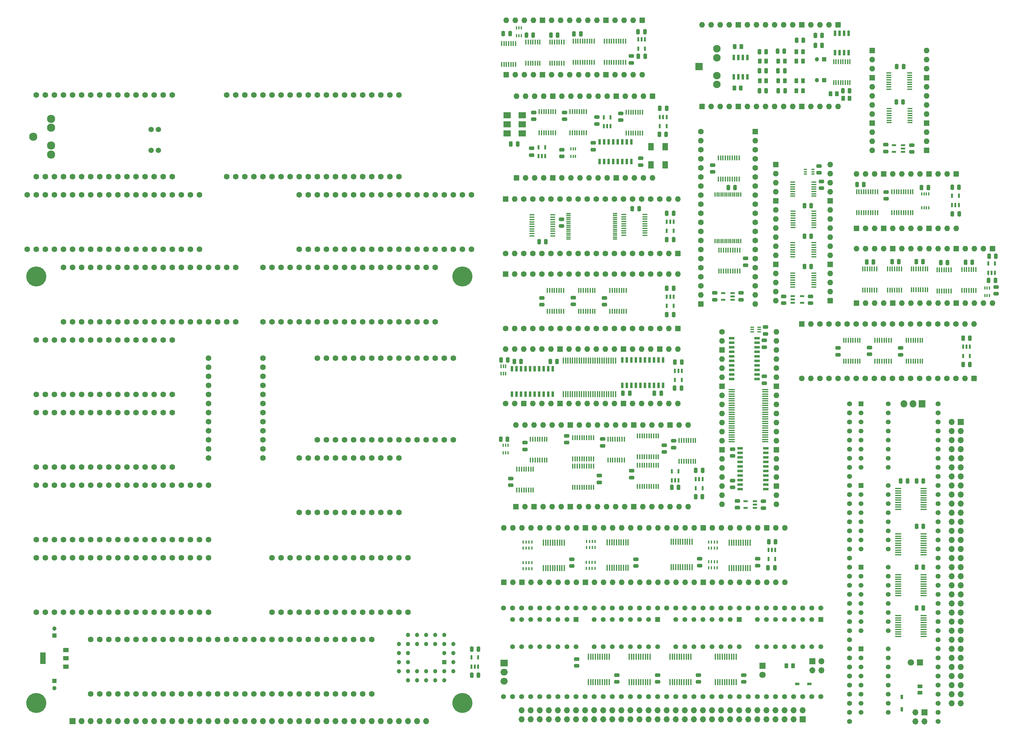
<source format=gts>
%MOIN*%
%OFA0B0*%
%FSLAX46Y46*%
%IPPOS*%
%LPD*%
%AMRoundRect*
4,1,4,
0.07874015748031496,0.11811023622047245,
0.15748031496062992,0.19685039370078741,
0.23622047244094491,0.27559055118110237,
0.31496062992125984,0.35433070866141736,
0.07874015748031496,0.11811023622047245,
0*
1,1,$1,$2,$3*
1,1,$1,$2,$3*
1,1,$1,$2,$3*
1,1,$1,$2,$3*
20,1,$1,$2,$3,$4,$5,0*
20,1,$1,$2,$3,$4,$5,0*
20,1,$1,$2,$3,$4,$5,0*
20,1,$1,$2,$3,$4,$5,0*%
%AMCOMP7*
4,1,3,
0.018700787401574805,-0.00984251968503937,
0.018700787401574805,0.00984251968503937,
-0.018700787401574805,0.00984251968503937,
-0.018700787401574805,-0.00984251968503937,
0*
4,1,19,
0.018700787401574805,0,
0.021742293251721924,-0.00048172720181935506,
0.0244860753178393,-0.0018797539923725646,
0.026663553094241611,-0.0040572317687748707,
0.02806157988479482,-0.00680101383489225,
0.028543307086614175,-0.00984251968503937,
0.02806157988479482,-0.012884025535186491,
0.026663553094241611,-0.015627807601303868,
0.024486075317839306,-0.017805285377706176,
0.021742293251721924,-0.019203312168259386,
0.018700787401574805,-0.01968503937007874,
0.015659281551427682,-0.019203312168259386,
0.012915499485310306,-0.017805285377706176,
0.010738021708907997,-0.015627807601303872,
0.0093399949183547871,-0.012884025535186491,
0.0088582677165354329,-0.0098425196850393734,
0.0093399949183547871,-0.0068010138348922524,
0.010738021708907997,-0.0040572317687748733,
0.012915499485310301,-0.0018797539923725657,
0.015659281551427682,-0.00048172720181935506,
0*
4,1,19,
0.018700787401574805,0.01968503937007874,
0.021742293251721924,0.019203312168259386,
0.0244860753178393,0.017805285377706176,
0.026663553094241611,0.015627807601303872,
0.02806157988479482,0.012884025535186491,
0.028543307086614175,0.00984251968503937,
0.02806157988479482,0.0068010138348922507,
0.026663553094241611,0.0040572317687748724,
0.024486075317839306,0.0018797539923725657,
0.021742293251721924,0.00048172720181935506,
0.018700787401574805,0,
0.015659281551427682,0.00048172720181935506,
0.012915499485310306,0.0018797539923725635,
0.010738021708907997,0.00405723176877487,
0.0093399949183547871,0.0068010138348922489,
0.0088582677165354329,0.0098425196850393682,
0.0093399949183547871,0.012884025535186489,
0.010738021708907997,0.015627807601303868,
0.012915499485310301,0.017805285377706176,
0.015659281551427682,0.019203312168259386,
0*
4,1,19,
-0.018700787401574805,0.01968503937007874,
-0.015659281551427682,0.019203312168259386,
-0.012915499485310303,0.017805285377706176,
-0.010738021708907997,0.015627807601303872,
-0.0093399949183547871,0.012884025535186491,
-0.0088582677165354329,0.00984251968503937,
-0.0093399949183547871,0.0068010138348922507,
-0.010738021708907997,0.0040572317687748724,
-0.012915499485310301,0.0018797539923725657,
-0.015659281551427682,0.00048172720181935506,
-0.0187007874015748,0,
-0.021742293251721927,0.00048172720181935506,
-0.0244860753178393,0.0018797539923725635,
-0.026663553094241611,0.00405723176877487,
-0.02806157988479482,0.0068010138348922489,
-0.028543307086614175,0.0098425196850393682,
-0.02806157988479482,0.012884025535186489,
-0.026663553094241611,0.015627807601303868,
-0.024486075317839306,0.017805285377706176,
-0.021742293251721924,0.019203312168259386,
0*
4,1,19,
-0.018700787401574805,0,
-0.015659281551427682,-0.00048172720181935506,
-0.012915499485310303,-0.0018797539923725646,
-0.010738021708907997,-0.0040572317687748707,
-0.0093399949183547871,-0.00680101383489225,
-0.0088582677165354329,-0.00984251968503937,
-0.0093399949183547871,-0.012884025535186491,
-0.010738021708907997,-0.015627807601303868,
-0.012915499485310301,-0.017805285377706176,
-0.015659281551427682,-0.019203312168259386,
-0.0187007874015748,-0.01968503937007874,
-0.021742293251721927,-0.019203312168259386,
-0.0244860753178393,-0.017805285377706176,
-0.026663553094241611,-0.015627807601303872,
-0.02806157988479482,-0.012884025535186491,
-0.028543307086614175,-0.0098425196850393734,
-0.02806157988479482,-0.0068010138348922524,
-0.026663553094241611,-0.0040572317687748733,
-0.024486075317839306,-0.0018797539923725657,
-0.021742293251721924,-0.00048172720181935506,
0*
4,1,3,
0.028543307086614175,-0.00984251968503937,
0.0088582677165354329,-0.00984251968503937,
0.0088582677165354329,0.00984251968503937,
0.028543307086614175,0.00984251968503937,
0*
4,1,3,
0.018700787401574805,0.01968503937007874,
0.018700787401574805,0,
-0.018700787401574805,0,
-0.018700787401574805,0.01968503937007874,
0*
4,1,3,
-0.028543307086614175,0.00984251968503937,
-0.0088582677165354329,0.00984251968503937,
-0.0088582677165354329,-0.00984251968503937,
-0.028543307086614175,-0.00984251968503937,
0*
4,1,3,
-0.018700787401574805,-0.01968503937007874,
-0.018700787401574805,0,
0.018700787401574805,0,
0.018700787401574805,-0.01968503937007874,
0*%
%AMCOMP8*
4,1,3,
0.00984251968503937,0.018700787401574805,
-0.00984251968503937,0.018700787401574805,
-0.00984251968503937,-0.018700787401574805,
0.00984251968503937,-0.018700787401574805,
0*
4,1,19,
0.00984251968503937,0.028543307086614175,
0.012884025535186491,0.02806157988479482,
0.015627807601303872,0.026663553094241611,
0.017805285377706176,0.0244860753178393,
0.019203312168259386,0.021742293251721924,
0.01968503937007874,0.018700787401574805,
0.019203312168259386,0.015659281551427682,
0.017805285377706176,0.012915499485310306,
0.015627807601303872,0.010738021708907997,
0.012884025535186491,0.0093399949183547871,
0.0098425196850393734,0.0088582677165354329,
0.0068010138348922481,0.0093399949183547871,
0.0040572317687748724,0.010738021708907997,
0.0018797539923725657,0.012915499485310301,
0.00048172720181935506,0.015659281551427682,
0,0.0187007874015748,
0.00048172720181935392,0.02174229325172192,
0.0018797539923725635,0.0244860753178393,
0.004057231768774869,0.026663553094241611,
0.0068010138348922481,0.02806157988479482,
0*
4,1,19,
-0.00984251968503937,0.028543307086614175,
-0.00680101383489225,0.02806157988479482,
-0.0040572317687748707,0.026663553094241611,
-0.0018797539923725646,0.0244860753178393,
-0.00048172720181935506,0.021742293251721924,
0,0.018700787401574805,
-0.00048172720181935392,0.015659281551427682,
-0.0018797539923725646,0.012915499485310306,
-0.00405723176877487,0.010738021708907997,
-0.00680101383489225,0.0093399949183547871,
-0.00984251968503937,0.0088582677165354329,
-0.012884025535186494,0.0093399949183547871,
-0.015627807601303868,0.010738021708907997,
-0.017805285377706176,0.012915499485310301,
-0.019203312168259386,0.015659281551427682,
-0.01968503937007874,0.0187007874015748,
-0.019203312168259386,0.02174229325172192,
-0.017805285377706176,0.0244860753178393,
-0.015627807601303872,0.026663553094241611,
-0.012884025535186494,0.02806157988479482,
0*
4,1,19,
-0.00984251968503937,-0.0088582677165354329,
-0.00680101383489225,-0.0093399949183547871,
-0.0040572317687748707,-0.010738021708907997,
-0.0018797539923725646,-0.012915499485310303,
-0.00048172720181935506,-0.015659281551427682,
0,-0.018700787401574805,
-0.00048172720181935392,-0.021742293251721924,
-0.0018797539923725646,-0.0244860753178393,
-0.00405723176877487,-0.026663553094241611,
-0.00680101383489225,-0.02806157988479482,
-0.00984251968503937,-0.028543307086614175,
-0.012884025535186494,-0.02806157988479482,
-0.015627807601303868,-0.026663553094241611,
-0.017805285377706176,-0.024486075317839306,
-0.019203312168259386,-0.021742293251721924,
-0.01968503937007874,-0.018700787401574805,
-0.019203312168259386,-0.015659281551427685,
-0.017805285377706176,-0.012915499485310306,
-0.015627807601303872,-0.010738021708907997,
-0.012884025535186494,-0.0093399949183547871,
0*
4,1,19,
0.00984251968503937,-0.0088582677165354329,
0.012884025535186491,-0.0093399949183547871,
0.015627807601303872,-0.010738021708907997,
0.017805285377706176,-0.012915499485310303,
0.019203312168259386,-0.015659281551427682,
0.01968503937007874,-0.018700787401574805,
0.019203312168259386,-0.021742293251721924,
0.017805285377706176,-0.0244860753178393,
0.015627807601303872,-0.026663553094241611,
0.012884025535186491,-0.02806157988479482,
0.0098425196850393734,-0.028543307086614175,
0.0068010138348922481,-0.02806157988479482,
0.0040572317687748724,-0.026663553094241611,
0.0018797539923725657,-0.024486075317839306,
0.00048172720181935506,-0.021742293251721924,
0,-0.018700787401574805,
0.00048172720181935392,-0.015659281551427685,
0.0018797539923725635,-0.012915499485310306,
0.004057231768774869,-0.010738021708907997,
0.0068010138348922481,-0.0093399949183547871,
0*
4,1,3,
0.00984251968503937,0.028543307086614175,
0.00984251968503937,0.0088582677165354329,
-0.00984251968503937,0.0088582677165354329,
-0.00984251968503937,0.028543307086614175,
0*
4,1,3,
-0.01968503937007874,0.018700787401574805,
0,0.018700787401574805,
0,-0.018700787401574805,
-0.01968503937007874,-0.018700787401574805,
0*
4,1,3,
-0.00984251968503937,-0.028543307086614175,
-0.00984251968503937,-0.0088582677165354329,
0.00984251968503937,-0.0088582677165354329,
0.00984251968503937,-0.028543307086614175,
0*
4,1,3,
0.01968503937007874,-0.018700787401574805,
0,-0.018700787401574805,
0,0.018700787401574805,
0.01968503937007874,0.018700787401574805,
0*%
%AMCOMP9*
4,1,3,
-0.018700787401574805,0.00984251968503937,
-0.018700787401574805,-0.00984251968503937,
0.018700787401574805,-0.00984251968503937,
0.018700787401574805,0.00984251968503937,
0*
4,1,19,
-0.018700787401574805,0.01968503937007874,
-0.015659281551427682,0.019203312168259386,
-0.012915499485310303,0.017805285377706176,
-0.010738021708907997,0.015627807601303872,
-0.0093399949183547871,0.012884025535186491,
-0.0088582677165354329,0.00984251968503937,
-0.0093399949183547871,0.0068010138348922507,
-0.010738021708907997,0.0040572317687748724,
-0.012915499485310301,0.0018797539923725657,
-0.015659281551427682,0.00048172720181935506,
-0.0187007874015748,0,
-0.021742293251721927,0.00048172720181935506,
-0.0244860753178393,0.0018797539923725635,
-0.026663553094241611,0.00405723176877487,
-0.02806157988479482,0.0068010138348922489,
-0.028543307086614175,0.0098425196850393682,
-0.02806157988479482,0.012884025535186489,
-0.026663553094241611,0.015627807601303868,
-0.024486075317839306,0.017805285377706176,
-0.021742293251721924,0.019203312168259386,
0*
4,1,19,
-0.018700787401574805,0,
-0.015659281551427682,-0.00048172720181935506,
-0.012915499485310303,-0.0018797539923725646,
-0.010738021708907997,-0.0040572317687748707,
-0.0093399949183547871,-0.00680101383489225,
-0.0088582677165354329,-0.00984251968503937,
-0.0093399949183547871,-0.012884025535186491,
-0.010738021708907997,-0.015627807601303868,
-0.012915499485310301,-0.017805285377706176,
-0.015659281551427682,-0.019203312168259386,
-0.0187007874015748,-0.01968503937007874,
-0.021742293251721927,-0.019203312168259386,
-0.0244860753178393,-0.017805285377706176,
-0.026663553094241611,-0.015627807601303872,
-0.02806157988479482,-0.012884025535186491,
-0.028543307086614175,-0.0098425196850393734,
-0.02806157988479482,-0.0068010138348922524,
-0.026663553094241611,-0.0040572317687748733,
-0.024486075317839306,-0.0018797539923725657,
-0.021742293251721924,-0.00048172720181935506,
0*
4,1,19,
0.018700787401574805,0,
0.021742293251721924,-0.00048172720181935506,
0.0244860753178393,-0.0018797539923725646,
0.026663553094241611,-0.0040572317687748707,
0.02806157988479482,-0.00680101383489225,
0.028543307086614175,-0.00984251968503937,
0.02806157988479482,-0.012884025535186491,
0.026663553094241611,-0.015627807601303868,
0.024486075317839306,-0.017805285377706176,
0.021742293251721924,-0.019203312168259386,
0.018700787401574805,-0.01968503937007874,
0.015659281551427682,-0.019203312168259386,
0.012915499485310306,-0.017805285377706176,
0.010738021708907997,-0.015627807601303872,
0.0093399949183547871,-0.012884025535186491,
0.0088582677165354329,-0.0098425196850393734,
0.0093399949183547871,-0.0068010138348922524,
0.010738021708907997,-0.0040572317687748733,
0.012915499485310301,-0.0018797539923725657,
0.015659281551427682,-0.00048172720181935506,
0*
4,1,19,
0.018700787401574805,0.01968503937007874,
0.021742293251721924,0.019203312168259386,
0.0244860753178393,0.017805285377706176,
0.026663553094241611,0.015627807601303872,
0.02806157988479482,0.012884025535186491,
0.028543307086614175,0.00984251968503937,
0.02806157988479482,0.0068010138348922507,
0.026663553094241611,0.0040572317687748724,
0.024486075317839306,0.0018797539923725657,
0.021742293251721924,0.00048172720181935506,
0.018700787401574805,0,
0.015659281551427682,0.00048172720181935506,
0.012915499485310306,0.0018797539923725635,
0.010738021708907997,0.00405723176877487,
0.0093399949183547871,0.0068010138348922489,
0.0088582677165354329,0.0098425196850393682,
0.0093399949183547871,0.012884025535186489,
0.010738021708907997,0.015627807601303868,
0.012915499485310301,0.017805285377706176,
0.015659281551427682,0.019203312168259386,
0*
4,1,3,
-0.028543307086614175,0.00984251968503937,
-0.0088582677165354329,0.00984251968503937,
-0.0088582677165354329,-0.00984251968503937,
-0.028543307086614175,-0.00984251968503937,
0*
4,1,3,
-0.018700787401574805,-0.01968503937007874,
-0.018700787401574805,0,
0.018700787401574805,0,
0.018700787401574805,-0.01968503937007874,
0*
4,1,3,
0.028543307086614175,-0.00984251968503937,
0.0088582677165354329,-0.00984251968503937,
0.0088582677165354329,0.00984251968503937,
0.028543307086614175,0.00984251968503937,
0*
4,1,3,
0.018700787401574805,0.01968503937007874,
0.018700787401574805,0,
-0.018700787401574805,0,
-0.018700787401574805,0.01968503937007874,
0*%
%AMCOMP10*
4,1,3,
-0.015748031496062995,-0.015748031496062995,
0.015748031496062995,-0.015748031496062995,
0.015748031496062995,0.015748031496062995,
-0.015748031496062995,0.015748031496062995,
0*
4,1,19,
-0.015748031496062995,0,
-0.010881622135827601,-0.00077076352291096848,
-0.0064915708300397942,-0.0030076063877961024,
-0.0030076063877961024,-0.0064915708300397942,
-0.00077076352291096848,-0.010881622135827601,
0,-0.015748031496062995,
-0.00077076352291096631,-0.020614440856298388,
-0.0030076063877961024,-0.025004492162086195,
-0.0064915708300397924,-0.02848845660432988,
-0.0108816221358276,-0.030725299469215022,
-0.015748031496062992,-0.031496062992125991,
-0.020614440856298391,-0.030725299469215022,
-0.025004492162086195,-0.028488456604329887,
-0.02848845660432988,-0.0250044921620862,
-0.030725299469215022,-0.020614440856298391,
-0.031496062992125991,-0.015748031496062995,
-0.030725299469215022,-0.010881622135827603,
-0.028488456604329887,-0.0064915708300397976,
-0.0250044921620862,-0.0030076063877961046,
-0.020614440856298391,-0.00077076352291096848,
0*
4,1,19,
0.015748031496062995,0,
0.020614440856298388,-0.00077076352291096848,
0.025004492162086195,-0.0030076063877961024,
0.028488456604329887,-0.0064915708300397942,
0.030725299469215022,-0.010881622135827601,
0.031496062992125991,-0.015748031496062995,
0.030725299469215022,-0.020614440856298388,
0.028488456604329887,-0.025004492162086195,
0.0250044921620862,-0.02848845660432988,
0.020614440856298388,-0.030725299469215022,
0.015748031496062995,-0.031496062992125991,
0.010881622135827598,-0.030725299469215022,
0.006491570830039795,-0.028488456604329887,
0.0030076063877961046,-0.0250044921620862,
0.00077076352291096848,-0.020614440856298391,
0,-0.015748031496062995,
0.00077076352291096631,-0.010881622135827603,
0.0030076063877961024,-0.0064915708300397976,
0.00649157083003979,-0.0030076063877961046,
0.010881622135827598,-0.00077076352291096848,
0*
4,1,19,
0.015748031496062995,0.031496062992125991,
0.020614440856298388,0.030725299469215022,
0.025004492162086195,0.028488456604329887,
0.028488456604329887,0.025004492162086195,
0.030725299469215022,0.020614440856298388,
0.031496062992125991,0.015748031496062995,
0.030725299469215022,0.010881622135827601,
0.028488456604329887,0.006491570830039795,
0.0250044921620862,0.0030076063877961046,
0.020614440856298388,0.00077076352291096848,
0.015748031496062995,0,
0.010881622135827598,0.00077076352291096848,
0.006491570830039795,0.0030076063877961024,
0.0030076063877961046,0.0064915708300397924,
0.00077076352291096848,0.0108816221358276,
0,0.015748031496062992,
0.00077076352291096631,0.020614440856298388,
0.0030076063877961024,0.025004492162086188,
0.00649157083003979,0.02848845660432988,
0.010881622135827598,0.030725299469215022,
0*
4,1,19,
-0.015748031496062995,0.031496062992125991,
-0.010881622135827601,0.030725299469215022,
-0.0064915708300397942,0.028488456604329887,
-0.0030076063877961024,0.025004492162086195,
-0.00077076352291096848,0.020614440856298388,
0,0.015748031496062995,
-0.00077076352291096631,0.010881622135827601,
-0.0030076063877961024,0.006491570830039795,
-0.0064915708300397924,0.0030076063877961046,
-0.0108816221358276,0.00077076352291096848,
-0.015748031496062992,0,
-0.020614440856298391,0.00077076352291096848,
-0.025004492162086195,0.0030076063877961024,
-0.02848845660432988,0.0064915708300397924,
-0.030725299469215022,0.0108816221358276,
-0.031496062992125991,0.015748031496062992,
-0.030725299469215022,0.020614440856298388,
-0.028488456604329887,0.025004492162086188,
-0.0250044921620862,0.02848845660432988,
-0.020614440856298391,0.030725299469215022,
0*
4,1,3,
-0.015748031496062995,-0.031496062992125991,
-0.015748031496062995,0,
0.015748031496062995,0,
0.015748031496062995,-0.031496062992125991,
0*
4,1,3,
0.031496062992125991,-0.015748031496062995,
0,-0.015748031496062995,
0,0.015748031496062995,
0.031496062992125991,0.015748031496062995,
0*
4,1,3,
0.015748031496062995,0.031496062992125991,
0.015748031496062995,0,
-0.015748031496062995,0,
-0.015748031496062995,0.031496062992125991,
0*
4,1,3,
-0.031496062992125991,0.015748031496062995,
0,0.015748031496062995,
0,-0.015748031496062995,
-0.031496062992125991,-0.015748031496062995,
0*%
%AMRoundRect0*
4,1,4,
-0.11811023622047245,0.07874015748031496,
-0.19685039370078741,0.15748031496062992,
-0.27559055118110237,0.23622047244094491,
-0.35433070866141736,0.31496062992125984,
-0.11811023622047245,0.07874015748031496,
0*
1,1,$1,$2,$3*
1,1,$1,$2,$3*
1,1,$1,$2,$3*
1,1,$1,$2,$3*
20,1,$1,$2,$3,$4,$5,90*
20,1,$1,$2,$3,$4,$5,90*
20,1,$1,$2,$3,$4,$5,90*
20,1,$1,$2,$3,$4,$5,90*%
%AMCOMP120*
4,1,3,
0.0098425196850393734,0.018700787401574805,
-0.00984251968503937,0.018700787401574805,
-0.0098425196850393734,-0.018700787401574805,
0.00984251968503937,-0.018700787401574805,
0*
4,1,19,
0.0000000000000000011450551536724983,0.018700787401574805,
0.00048172720181935636,0.021742293251721924,
0.0018797539923725659,0.0244860753178393,
0.0040572317687748724,0.026663553094241611,
0.0068010138348922524,0.02806157988479482,
0.00984251968503937,0.028543307086614175,
0.012884025535186494,0.02806157988479482,
0.015627807601303872,0.026663553094241611,
0.017805285377706179,0.024486075317839306,
0.019203312168259389,0.021742293251721924,
0.01968503937007874,0.018700787401574805,
0.019203312168259386,0.015659281551427678,
0.017805285377706176,0.012915499485310306,
0.015627807601303872,0.010738021708907997,
0.012884025535186491,0.0093399949183547871,
0.0098425196850393734,0.0088582677165354312,
0.0068010138348922533,0.0093399949183547871,
0.0040572317687748733,0.010738021708907997,
0.0018797539923725666,0.012915499485310301,
0.000481727201819356,0.015659281551427682,
0*
4,1,19,
-0.01968503937007874,0.018700787401574805,
-0.019203312168259386,0.021742293251721924,
-0.017805285377706176,0.0244860753178393,
-0.015627807601303868,0.026663553094241611,
-0.012884025535186489,0.02806157988479482,
-0.0098425196850393682,0.028543307086614175,
-0.0068010138348922489,0.02806157988479482,
-0.0040572317687748707,0.026663553094241611,
-0.0018797539923725642,0.024486075317839306,
-0.00048172720181935375,0.021742293251721924,
0.0000000000000000011450551536724986,0.018700787401574805,
-0.00048172720181935408,0.015659281551427682,
-0.0018797539923725627,0.012915499485310306,
-0.004057231768774869,0.010738021708907997,
-0.0068010138348922481,0.0093399949183547871,
-0.0098425196850393682,0.0088582677165354329,
-0.012884025535186489,0.0093399949183547871,
-0.015627807601303868,0.010738021708907997,
-0.017805285377706176,0.012915499485310301,
-0.019203312168259386,0.015659281551427682,
0*
4,1,19,
-0.01968503937007874,-0.0187007874015748,
-0.019203312168259386,-0.015659281551427682,
-0.017805285377706176,-0.012915499485310303,
-0.015627807601303872,-0.010738021708907997,
-0.012884025535186491,-0.0093399949183547871,
-0.00984251968503937,-0.0088582677165354312,
-0.0068010138348922524,-0.0093399949183547871,
-0.0040572317687748724,-0.010738021708907997,
-0.0018797539923725666,-0.012915499485310301,
-0.000481727201819356,-0.015659281551427682,
-0.0000000000000000011450551536724983,-0.0187007874015748,
-0.00048172720181935636,-0.021742293251721927,
-0.0018797539923725648,-0.0244860753178393,
-0.0040572317687748716,-0.026663553094241611,
-0.0068010138348922507,-0.02806157988479482,
-0.00984251968503937,-0.028543307086614175,
-0.012884025535186491,-0.02806157988479482,
-0.015627807601303872,-0.026663553094241611,
-0.017805285377706179,-0.024486075317839306,
-0.019203312168259389,-0.021742293251721924,
0*
4,1,19,
-0.0000000000000000011450551536724983,-0.018700787401574805,
0.00048172720181935408,-0.015659281551427682,
0.0018797539923725637,-0.012915499485310303,
0.0040572317687748707,-0.010738021708907997,
0.0068010138348922489,-0.0093399949183547871,
0.00984251968503937,-0.0088582677165354329,
0.012884025535186491,-0.0093399949183547871,
0.015627807601303868,-0.010738021708907997,
0.017805285377706176,-0.012915499485310301,
0.019203312168259386,-0.015659281551427685,
0.01968503937007874,-0.018700787401574805,
0.019203312168259386,-0.021742293251721927,
0.017805285377706176,-0.0244860753178393,
0.015627807601303872,-0.026663553094241611,
0.012884025535186489,-0.02806157988479482,
0.00984251968503937,-0.028543307086614175,
0.00680101383489225,-0.02806157988479482,
0.0040572317687748716,-0.026663553094241611,
0.0018797539923725642,-0.024486075317839306,
0.00048172720181935375,-0.021742293251721924,
0*
4,1,3,
0.0098425196850393734,0.028543307086614175,
0.00984251968503937,0.0088582677165354312,
-0.00984251968503937,0.0088582677165354329,
-0.0098425196850393682,0.028543307086614175,
0*
4,1,3,
-0.01968503937007874,0.018700787401574805,
0.0000000000000000011450551536724983,0.018700787401574805,
-0.0000000000000000011450551536724983,-0.018700787401574805,
-0.01968503937007874,-0.0187007874015748,
0*
4,1,3,
-0.0098425196850393734,-0.028543307086614175,
-0.00984251968503937,-0.0088582677165354312,
0.00984251968503937,-0.0088582677165354329,
0.0098425196850393682,-0.028543307086614175,
0*
4,1,3,
0.01968503937007874,-0.018700787401574805,
-0.0000000000000000011450551536724983,-0.018700787401574805,
0.0000000000000000011450551536724983,0.018700787401574805,
0.01968503937007874,0.0187007874015748,
0*%
%AMRoundRect1*
4,1,4,
-0.11811023622047245,0.07874015748031496,
-0.19685039370078741,0.15748031496062992,
-0.27559055118110237,0.23622047244094491,
-0.35433070866141736,0.31496062992125984,
-0.11811023622047245,0.07874015748031496,
0*
1,1,$1,$2,$3*
1,1,$1,$2,$3*
1,1,$1,$2,$3*
1,1,$1,$2,$3*
20,1,$1,$2,$3,$4,$5,90*
20,1,$1,$2,$3,$4,$5,90*
20,1,$1,$2,$3,$4,$5,90*
20,1,$1,$2,$3,$4,$5,90*%
%AMCOMP200*
4,1,3,
-0.018700787401574805,0.0098425196850393734,
-0.018700787401574805,-0.00984251968503937,
0.018700787401574805,-0.0098425196850393734,
0.018700787401574805,0.00984251968503937,
0*
4,1,19,
-0.028543307086614175,0.0098425196850393734,
-0.02806157988479482,0.012884025535186494,
-0.026663553094241611,0.015627807601303872,
-0.0244860753178393,0.017805285377706179,
-0.021742293251721924,0.019203312168259389,
-0.0187007874015748,0.01968503937007874,
-0.015659281551427682,0.019203312168259386,
-0.012915499485310306,0.017805285377706176,
-0.010738021708907997,0.015627807601303872,
-0.0093399949183547871,0.012884025535186491,
-0.0088582677165354312,0.0098425196850393734,
-0.0093399949183547871,0.0068010138348922489,
-0.010738021708907997,0.0040572317687748724,
-0.012915499485310301,0.0018797539923725666,
-0.015659281551427682,0.000481727201819356,
-0.0187007874015748,0.0000000000000000011450551536724983,
-0.02174229325172192,0.00048172720181935522,
-0.0244860753178393,0.0018797539923725648,
-0.026663553094241611,0.0040572317687748707,
-0.02806157988479482,0.00680101383489225,
0*
4,1,19,
-0.028543307086614175,-0.0098425196850393682,
-0.02806157988479482,-0.0068010138348922481,
-0.026663553094241611,-0.004057231768774869,
-0.0244860753178393,-0.0018797539923725631,
-0.021742293251721924,-0.00048172720181935375,
-0.018700787401574805,0.0000000000000000011450551536724983,
-0.015659281551427682,-0.000481727201819353,
-0.012915499485310306,-0.0018797539923725637,
-0.010738021708907997,-0.004057231768774869,
-0.0093399949183547871,-0.0068010138348922489,
-0.0088582677165354329,-0.00984251968503937,
-0.0093399949183547888,-0.012884025535186494,
-0.010738021708907997,-0.015627807601303868,
-0.012915499485310301,-0.017805285377706176,
-0.015659281551427685,-0.019203312168259386,
-0.018700787401574805,-0.01968503937007874,
-0.02174229325172192,-0.019203312168259386,
-0.0244860753178393,-0.017805285377706176,
-0.026663553094241611,-0.015627807601303872,
-0.02806157988479482,-0.012884025535186491,
0*
4,1,19,
0.0088582677165354312,-0.00984251968503937,
0.0093399949183547871,-0.0068010138348922507,
0.010738021708907997,-0.0040572317687748716,
0.012915499485310303,-0.0018797539923725655,
0.015659281551427682,-0.000481727201819356,
0.018700787401574805,-0.0000000000000000011450551536724983,
0.021742293251721924,-0.00048172720181935522,
0.0244860753178393,-0.0018797539923725659,
0.026663553094241611,-0.0040572317687748716,
0.02806157988479482,-0.0068010138348922524,
0.028543307086614175,-0.00984251968503937,
0.02806157988479482,-0.012884025535186496,
0.026663553094241611,-0.015627807601303872,
0.024486075317839306,-0.017805285377706179,
0.021742293251721924,-0.019203312168259389,
0.018700787401574805,-0.01968503937007874,
0.015659281551427682,-0.019203312168259386,
0.012915499485310306,-0.017805285377706176,
0.010738021708907997,-0.015627807601303872,
0.0093399949183547871,-0.012884025535186494,
0*
4,1,19,
0.0088582677165354329,0.00984251968503937,
0.0093399949183547888,0.012884025535186491,
0.010738021708907997,0.015627807601303872,
0.012915499485310303,0.017805285377706176,
0.015659281551427685,0.019203312168259386,
0.018700787401574805,0.01968503937007874,
0.021742293251721924,0.019203312168259386,
0.0244860753178393,0.017805285377706176,
0.026663553094241611,0.015627807601303872,
0.02806157988479482,0.012884025535186489,
0.028543307086614175,0.00984251968503937,
0.02806157988479482,0.0068010138348922455,
0.026663553094241611,0.0040572317687748707,
0.024486075317839306,0.0018797539923725642,
0.021742293251721924,0.00048172720181935375,
0.018700787401574805,-0.0000000000000000011450551536724986,
0.015659281551427685,0.000481727201819353,
0.012915499485310306,0.0018797539923725627,
0.010738021708907997,0.0040572317687748681,
0.0093399949183547871,0.0068010138348922463,
0*
4,1,3,
-0.028543307086614175,0.0098425196850393734,
-0.0088582677165354312,0.00984251968503937,
-0.0088582677165354329,-0.00984251968503937,
-0.028543307086614175,-0.0098425196850393682,
0*
4,1,3,
-0.018700787401574805,-0.01968503937007874,
-0.018700787401574805,0.0000000000000000011450551536724983,
0.018700787401574805,-0.0000000000000000011450551536724983,
0.0187007874015748,-0.01968503937007874,
0*
4,1,3,
0.028543307086614175,-0.0098425196850393734,
0.0088582677165354312,-0.00984251968503937,
0.0088582677165354329,0.00984251968503937,
0.028543307086614175,0.0098425196850393682,
0*
4,1,3,
0.018700787401574805,0.01968503937007874,
0.018700787401574805,-0.0000000000000000011450551536724983,
-0.018700787401574805,0.0000000000000000011450551536724983,
-0.0187007874015748,0.01968503937007874,
0*%
%AMCOMP210*
4,1,3,
0.0098425196850393734,0.018700787401574805,
-0.00984251968503937,0.018700787401574805,
-0.0098425196850393734,-0.018700787401574805,
0.00984251968503937,-0.018700787401574805,
0*
4,1,19,
0.0000000000000000011450551536724983,0.018700787401574805,
0.00048172720181935636,0.021742293251721924,
0.0018797539923725659,0.0244860753178393,
0.0040572317687748724,0.026663553094241611,
0.0068010138348922524,0.02806157988479482,
0.00984251968503937,0.028543307086614175,
0.012884025535186494,0.02806157988479482,
0.015627807601303872,0.026663553094241611,
0.017805285377706179,0.024486075317839306,
0.019203312168259389,0.021742293251721924,
0.01968503937007874,0.018700787401574805,
0.019203312168259386,0.015659281551427678,
0.017805285377706176,0.012915499485310306,
0.015627807601303872,0.010738021708907997,
0.012884025535186491,0.0093399949183547871,
0.0098425196850393734,0.0088582677165354312,
0.0068010138348922533,0.0093399949183547871,
0.0040572317687748733,0.010738021708907997,
0.0018797539923725666,0.012915499485310301,
0.000481727201819356,0.015659281551427682,
0*
4,1,19,
-0.01968503937007874,0.018700787401574805,
-0.019203312168259386,0.021742293251721924,
-0.017805285377706176,0.0244860753178393,
-0.015627807601303868,0.026663553094241611,
-0.012884025535186489,0.02806157988479482,
-0.0098425196850393682,0.028543307086614175,
-0.0068010138348922489,0.02806157988479482,
-0.0040572317687748707,0.026663553094241611,
-0.0018797539923725642,0.024486075317839306,
-0.00048172720181935375,0.021742293251721924,
0.0000000000000000011450551536724986,0.018700787401574805,
-0.00048172720181935408,0.015659281551427682,
-0.0018797539923725627,0.012915499485310306,
-0.004057231768774869,0.010738021708907997,
-0.0068010138348922481,0.0093399949183547871,
-0.0098425196850393682,0.0088582677165354329,
-0.012884025535186489,0.0093399949183547871,
-0.015627807601303868,0.010738021708907997,
-0.017805285377706176,0.012915499485310301,
-0.019203312168259386,0.015659281551427682,
0*
4,1,19,
-0.01968503937007874,-0.0187007874015748,
-0.019203312168259386,-0.015659281551427682,
-0.017805285377706176,-0.012915499485310303,
-0.015627807601303872,-0.010738021708907997,
-0.012884025535186491,-0.0093399949183547871,
-0.00984251968503937,-0.0088582677165354312,
-0.0068010138348922524,-0.0093399949183547871,
-0.0040572317687748724,-0.010738021708907997,
-0.0018797539923725666,-0.012915499485310301,
-0.000481727201819356,-0.015659281551427682,
-0.0000000000000000011450551536724983,-0.0187007874015748,
-0.00048172720181935636,-0.021742293251721927,
-0.0018797539923725648,-0.0244860753178393,
-0.0040572317687748716,-0.026663553094241611,
-0.0068010138348922507,-0.02806157988479482,
-0.00984251968503937,-0.028543307086614175,
-0.012884025535186491,-0.02806157988479482,
-0.015627807601303872,-0.026663553094241611,
-0.017805285377706179,-0.024486075317839306,
-0.019203312168259389,-0.021742293251721924,
0*
4,1,19,
-0.0000000000000000011450551536724983,-0.018700787401574805,
0.00048172720181935408,-0.015659281551427682,
0.0018797539923725637,-0.012915499485310303,
0.0040572317687748707,-0.010738021708907997,
0.0068010138348922489,-0.0093399949183547871,
0.00984251968503937,-0.0088582677165354329,
0.012884025535186491,-0.0093399949183547871,
0.015627807601303868,-0.010738021708907997,
0.017805285377706176,-0.012915499485310301,
0.019203312168259386,-0.015659281551427685,
0.01968503937007874,-0.018700787401574805,
0.019203312168259386,-0.021742293251721927,
0.017805285377706176,-0.0244860753178393,
0.015627807601303872,-0.026663553094241611,
0.012884025535186489,-0.02806157988479482,
0.00984251968503937,-0.028543307086614175,
0.00680101383489225,-0.02806157988479482,
0.0040572317687748716,-0.026663553094241611,
0.0018797539923725642,-0.024486075317839306,
0.00048172720181935375,-0.021742293251721924,
0*
4,1,3,
0.0098425196850393734,0.028543307086614175,
0.00984251968503937,0.0088582677165354312,
-0.00984251968503937,0.0088582677165354329,
-0.0098425196850393682,0.028543307086614175,
0*
4,1,3,
-0.01968503937007874,0.018700787401574805,
0.0000000000000000011450551536724983,0.018700787401574805,
-0.0000000000000000011450551536724983,-0.018700787401574805,
-0.01968503937007874,-0.0187007874015748,
0*
4,1,3,
-0.0098425196850393734,-0.028543307086614175,
-0.00984251968503937,-0.0088582677165354312,
0.00984251968503937,-0.0088582677165354329,
0.0098425196850393682,-0.028543307086614175,
0*
4,1,3,
0.01968503937007874,-0.018700787401574805,
-0.0000000000000000011450551536724983,-0.018700787401574805,
0.0000000000000000011450551536724983,0.018700787401574805,
0.01968503937007874,0.0187007874015748,
0*%
%AMCOMP220*
4,1,3,
0.018700787401574805,-0.0098425196850393734,
0.018700787401574805,0.00984251968503937,
-0.018700787401574805,0.0098425196850393734,
-0.018700787401574805,-0.00984251968503937,
0*
4,1,19,
0.0088582677165354312,-0.00984251968503937,
0.0093399949183547871,-0.0068010138348922507,
0.010738021708907997,-0.0040572317687748716,
0.012915499485310303,-0.0018797539923725655,
0.015659281551427682,-0.000481727201819356,
0.018700787401574805,-0.0000000000000000011450551536724983,
0.021742293251721924,-0.00048172720181935522,
0.0244860753178393,-0.0018797539923725659,
0.026663553094241611,-0.0040572317687748716,
0.02806157988479482,-0.0068010138348922524,
0.028543307086614175,-0.00984251968503937,
0.02806157988479482,-0.012884025535186496,
0.026663553094241611,-0.015627807601303872,
0.024486075317839306,-0.017805285377706179,
0.021742293251721924,-0.019203312168259389,
0.018700787401574805,-0.01968503937007874,
0.015659281551427682,-0.019203312168259386,
0.012915499485310306,-0.017805285377706176,
0.010738021708907997,-0.015627807601303872,
0.0093399949183547871,-0.012884025535186494,
0*
4,1,19,
0.0088582677165354329,0.00984251968503937,
0.0093399949183547888,0.012884025535186491,
0.010738021708907997,0.015627807601303872,
0.012915499485310303,0.017805285377706176,
0.015659281551427685,0.019203312168259386,
0.018700787401574805,0.01968503937007874,
0.021742293251721924,0.019203312168259386,
0.0244860753178393,0.017805285377706176,
0.026663553094241611,0.015627807601303872,
0.02806157988479482,0.012884025535186489,
0.028543307086614175,0.00984251968503937,
0.02806157988479482,0.0068010138348922455,
0.026663553094241611,0.0040572317687748707,
0.024486075317839306,0.0018797539923725642,
0.021742293251721924,0.00048172720181935375,
0.018700787401574805,-0.0000000000000000011450551536724986,
0.015659281551427685,0.000481727201819353,
0.012915499485310306,0.0018797539923725627,
0.010738021708907997,0.0040572317687748681,
0.0093399949183547871,0.0068010138348922463,
0*
4,1,19,
-0.028543307086614175,0.0098425196850393734,
-0.02806157988479482,0.012884025535186494,
-0.026663553094241611,0.015627807601303872,
-0.0244860753178393,0.017805285377706179,
-0.021742293251721924,0.019203312168259389,
-0.0187007874015748,0.01968503937007874,
-0.015659281551427682,0.019203312168259386,
-0.012915499485310306,0.017805285377706176,
-0.010738021708907997,0.015627807601303872,
-0.0093399949183547871,0.012884025535186491,
-0.0088582677165354312,0.0098425196850393734,
-0.0093399949183547871,0.0068010138348922489,
-0.010738021708907997,0.0040572317687748724,
-0.012915499485310301,0.0018797539923725666,
-0.015659281551427682,0.000481727201819356,
-0.0187007874015748,0.0000000000000000011450551536724983,
-0.02174229325172192,0.00048172720181935522,
-0.0244860753178393,0.0018797539923725648,
-0.026663553094241611,0.0040572317687748707,
-0.02806157988479482,0.00680101383489225,
0*
4,1,19,
-0.028543307086614175,-0.0098425196850393682,
-0.02806157988479482,-0.0068010138348922481,
-0.026663553094241611,-0.004057231768774869,
-0.0244860753178393,-0.0018797539923725631,
-0.021742293251721924,-0.00048172720181935375,
-0.018700787401574805,0.0000000000000000011450551536724983,
-0.015659281551427682,-0.000481727201819353,
-0.012915499485310306,-0.0018797539923725637,
-0.010738021708907997,-0.004057231768774869,
-0.0093399949183547871,-0.0068010138348922489,
-0.0088582677165354329,-0.00984251968503937,
-0.0093399949183547888,-0.012884025535186494,
-0.010738021708907997,-0.015627807601303868,
-0.012915499485310301,-0.017805285377706176,
-0.015659281551427685,-0.019203312168259386,
-0.018700787401574805,-0.01968503937007874,
-0.02174229325172192,-0.019203312168259386,
-0.0244860753178393,-0.017805285377706176,
-0.026663553094241611,-0.015627807601303872,
-0.02806157988479482,-0.012884025535186491,
0*
4,1,3,
0.028543307086614175,-0.0098425196850393734,
0.0088582677165354312,-0.00984251968503937,
0.0088582677165354329,0.00984251968503937,
0.028543307086614175,0.0098425196850393682,
0*
4,1,3,
0.018700787401574805,0.01968503937007874,
0.018700787401574805,-0.0000000000000000011450551536724983,
-0.018700787401574805,0.0000000000000000011450551536724983,
-0.0187007874015748,0.01968503937007874,
0*
4,1,3,
-0.028543307086614175,0.0098425196850393734,
-0.0088582677165354312,0.00984251968503937,
-0.0088582677165354329,-0.00984251968503937,
-0.028543307086614175,-0.0098425196850393682,
0*
4,1,3,
-0.018700787401574805,-0.01968503937007874,
-0.018700787401574805,0.0000000000000000011450551536724983,
0.018700787401574805,-0.0000000000000000011450551536724983,
0.0187007874015748,-0.01968503937007874,
0*%
%AMCOMP230*
4,1,3,
-0.0098425196850393734,-0.018700787401574805,
0.00984251968503937,-0.018700787401574805,
0.0098425196850393734,0.018700787401574805,
-0.00984251968503937,0.018700787401574805,
0*
4,1,19,
-0.01968503937007874,-0.0187007874015748,
-0.019203312168259386,-0.015659281551427682,
-0.017805285377706176,-0.012915499485310303,
-0.015627807601303872,-0.010738021708907997,
-0.012884025535186491,-0.0093399949183547871,
-0.00984251968503937,-0.0088582677165354312,
-0.0068010138348922524,-0.0093399949183547871,
-0.0040572317687748724,-0.010738021708907997,
-0.0018797539923725666,-0.012915499485310301,
-0.000481727201819356,-0.015659281551427682,
-0.0000000000000000011450551536724983,-0.0187007874015748,
-0.00048172720181935636,-0.021742293251721927,
-0.0018797539923725648,-0.0244860753178393,
-0.0040572317687748716,-0.026663553094241611,
-0.0068010138348922507,-0.02806157988479482,
-0.00984251968503937,-0.028543307086614175,
-0.012884025535186491,-0.02806157988479482,
-0.015627807601303872,-0.026663553094241611,
-0.017805285377706179,-0.024486075317839306,
-0.019203312168259389,-0.021742293251721924,
0*
4,1,19,
-0.0000000000000000011450551536724983,-0.018700787401574805,
0.00048172720181935408,-0.015659281551427682,
0.0018797539923725637,-0.012915499485310303,
0.0040572317687748707,-0.010738021708907997,
0.0068010138348922489,-0.0093399949183547871,
0.00984251968503937,-0.0088582677165354329,
0.012884025535186491,-0.0093399949183547871,
0.015627807601303868,-0.010738021708907997,
0.017805285377706176,-0.012915499485310301,
0.019203312168259386,-0.015659281551427685,
0.01968503937007874,-0.018700787401574805,
0.019203312168259386,-0.021742293251721927,
0.017805285377706176,-0.0244860753178393,
0.015627807601303872,-0.026663553094241611,
0.012884025535186489,-0.02806157988479482,
0.00984251968503937,-0.028543307086614175,
0.00680101383489225,-0.02806157988479482,
0.0040572317687748716,-0.026663553094241611,
0.0018797539923725642,-0.024486075317839306,
0.00048172720181935375,-0.021742293251721924,
0*
4,1,19,
0.0000000000000000011450551536724983,0.018700787401574805,
0.00048172720181935636,0.021742293251721924,
0.0018797539923725659,0.0244860753178393,
0.0040572317687748724,0.026663553094241611,
0.0068010138348922524,0.02806157988479482,
0.00984251968503937,0.028543307086614175,
0.012884025535186494,0.02806157988479482,
0.015627807601303872,0.026663553094241611,
0.017805285377706179,0.024486075317839306,
0.019203312168259389,0.021742293251721924,
0.01968503937007874,0.018700787401574805,
0.019203312168259386,0.015659281551427678,
0.017805285377706176,0.012915499485310306,
0.015627807601303872,0.010738021708907997,
0.012884025535186491,0.0093399949183547871,
0.0098425196850393734,0.0088582677165354312,
0.0068010138348922533,0.0093399949183547871,
0.0040572317687748733,0.010738021708907997,
0.0018797539923725666,0.012915499485310301,
0.000481727201819356,0.015659281551427682,
0*
4,1,19,
-0.01968503937007874,0.018700787401574805,
-0.019203312168259386,0.021742293251721924,
-0.017805285377706176,0.0244860753178393,
-0.015627807601303868,0.026663553094241611,
-0.012884025535186489,0.02806157988479482,
-0.0098425196850393682,0.028543307086614175,
-0.0068010138348922489,0.02806157988479482,
-0.0040572317687748707,0.026663553094241611,
-0.0018797539923725642,0.024486075317839306,
-0.00048172720181935375,0.021742293251721924,
0.0000000000000000011450551536724986,0.018700787401574805,
-0.00048172720181935408,0.015659281551427682,
-0.0018797539923725627,0.012915499485310306,
-0.004057231768774869,0.010738021708907997,
-0.0068010138348922481,0.0093399949183547871,
-0.0098425196850393682,0.0088582677165354329,
-0.012884025535186489,0.0093399949183547871,
-0.015627807601303868,0.010738021708907997,
-0.017805285377706176,0.012915499485310301,
-0.019203312168259386,0.015659281551427682,
0*
4,1,3,
-0.0098425196850393734,-0.028543307086614175,
-0.00984251968503937,-0.0088582677165354312,
0.00984251968503937,-0.0088582677165354329,
0.0098425196850393682,-0.028543307086614175,
0*
4,1,3,
0.01968503937007874,-0.018700787401574805,
-0.0000000000000000011450551536724983,-0.018700787401574805,
0.0000000000000000011450551536724983,0.018700787401574805,
0.01968503937007874,0.0187007874015748,
0*
4,1,3,
0.0098425196850393734,0.028543307086614175,
0.00984251968503937,0.0088582677165354312,
-0.00984251968503937,0.0088582677165354329,
-0.0098425196850393682,0.028543307086614175,
0*
4,1,3,
-0.01968503937007874,0.018700787401574805,
0.0000000000000000011450551536724983,0.018700787401574805,
-0.0000000000000000011450551536724983,-0.018700787401574805,
-0.01968503937007874,-0.0187007874015748,
0*%
%AMCOMP240*
4,1,3,
0.015748031496062995,-0.015748031496062995,
0.015748031496062995,0.015748031496062995,
-0.015748031496062995,0.015748031496062995,
-0.015748031496062995,-0.015748031496062995,
0*
4,1,19,
-0.000000000000000000964256971513683,-0.015748031496062995,
0.00077076352291096783,-0.010881622135827601,
0.003007606387796102,-0.0064915708300397942,
0.0064915708300397942,-0.0030076063877961029,
0.010881622135827601,-0.00077076352291096913,
0.015748031496062995,-0.000000000000000000964256971513683,
0.020614440856298388,-0.0007707635229109675,
0.025004492162086195,-0.0030076063877961042,
0.02848845660432988,-0.0064915708300397942,
0.030725299469215022,-0.010881622135827601,
0.031496062992125991,-0.015748031496062995,
0.030725299469215022,-0.020614440856298391,
0.028488456604329887,-0.025004492162086195,
0.0250044921620862,-0.02848845660432988,
0.020614440856298391,-0.030725299469215022,
0.015748031496062995,-0.031496062992125991,
0.010881622135827601,-0.030725299469215022,
0.006491570830039795,-0.028488456604329887,
0.0030076063877961029,-0.0250044921620862,
0.00077076352291096729,-0.020614440856298391,
0*
4,1,19,
0.000000000000000000964256971513683,0.015748031496062995,
0.00077076352291096967,0.020614440856298388,
0.0030076063877961042,0.025004492162086195,
0.0064915708300397968,0.028488456604329887,
0.010881622135827603,0.030725299469215022,
0.015748031496062995,0.031496062992125991,
0.020614440856298388,0.030725299469215022,
0.025004492162086195,0.028488456604329887,
0.02848845660432988,0.0250044921620862,
0.030725299469215022,0.020614440856298388,
0.031496062992125991,0.015748031496062995,
0.030725299469215022,0.010881622135827594,
0.028488456604329887,0.0064915708300397933,
0.0250044921620862,0.0030076063877961029,
0.020614440856298391,0.00077076352291096729,
0.015748031496062995,-0.000000000000000000964256971513683,
0.010881622135827603,0.00077076352291096566,
0.0064915708300397976,0.003007606387796102,
0.003007606387796105,0.00649157083003979,
0.00077076352291096913,0.010881622135827598,
0*
4,1,19,
-0.031496062992125991,0.015748031496062995,
-0.030725299469215022,0.020614440856298388,
-0.028488456604329887,0.025004492162086195,
-0.025004492162086195,0.028488456604329887,
-0.020614440856298388,0.030725299469215022,
-0.015748031496062992,0.031496062992125991,
-0.0108816221358276,0.030725299469215022,
-0.0064915708300397933,0.028488456604329887,
-0.0030076063877961029,0.0250044921620862,
-0.00077076352291096729,0.020614440856298388,
0.000000000000000000964256971513683,0.015748031496062995,
-0.00077076352291096783,0.010881622135827598,
-0.003007606387796102,0.006491570830039795,
-0.0064915708300397924,0.003007606387796105,
-0.0108816221358276,0.00077076352291096913,
-0.015748031496062992,0.0000000000000000009642569715136828,
-0.020614440856298388,0.0007707635229109675,
-0.025004492162086188,0.0030076063877961042,
-0.02848845660432988,0.0064915708300397924,
-0.030725299469215022,0.0108816221358276,
0*
4,1,19,
-0.031496062992125991,-0.015748031496062992,
-0.030725299469215022,-0.0108816221358276,
-0.028488456604329887,-0.0064915708300397924,
-0.025004492162086195,-0.0030076063877961007,
-0.020614440856298388,-0.00077076352291096729,
-0.015748031496062995,0.000000000000000000964256971513683,
-0.010881622135827601,-0.00077076352291096566,
-0.006491570830039795,-0.003007606387796102,
-0.003007606387796105,-0.0064915708300397924,
-0.00077076352291096913,-0.0108816221358276,
-0.0000000000000000009642569715136828,-0.015748031496062992,
-0.00077076352291096967,-0.020614440856298391,
-0.0030076063877961042,-0.025004492162086195,
-0.0064915708300397942,-0.02848845660432988,
-0.010881622135827601,-0.030725299469215022,
-0.015748031496062995,-0.031496062992125991,
-0.020614440856298388,-0.030725299469215022,
-0.025004492162086188,-0.028488456604329887,
-0.02848845660432988,-0.0250044921620862,
-0.030725299469215022,-0.020614440856298391,
0*
4,1,3,
0.031496062992125991,-0.015748031496062995,
-0.000000000000000000964256971513683,-0.015748031496062995,
0.000000000000000000964256971513683,0.015748031496062995,
0.031496062992125991,0.015748031496062992,
0*
4,1,3,
0.015748031496062995,0.031496062992125991,
0.015748031496062995,-0.000000000000000000964256971513683,
-0.015748031496062995,0.000000000000000000964256971513683,
-0.015748031496062992,0.031496062992125991,
0*
4,1,3,
-0.031496062992125991,0.015748031496062995,
0.000000000000000000964256971513683,0.015748031496062995,
-0.000000000000000000964256971513683,-0.015748031496062995,
-0.031496062992125991,-0.015748031496062992,
0*
4,1,3,
-0.015748031496062995,-0.031496062992125991,
-0.015748031496062995,0.000000000000000000964256971513683,
0.015748031496062995,-0.000000000000000000964256971513683,
0.015748031496062992,-0.031496062992125991,
0*%
%AMRoundRect0*
4,1,4,
-0.11811023622047245,0.07874015748031496,
-0.19685039370078741,0.15748031496062992,
-0.27559055118110237,0.23622047244094491,
-0.35433070866141736,0.31496062992125984,
-0.11811023622047245,0.07874015748031496,
0*
1,1,$1,$2,$3*
1,1,$1,$2,$3*
1,1,$1,$2,$3*
1,1,$1,$2,$3*
20,1,$1,$2,$3,$4,$5,90*
20,1,$1,$2,$3,$4,$5,90*
20,1,$1,$2,$3,$4,$5,90*
20,1,$1,$2,$3,$4,$5,90*%
%AMCOMP320*
4,1,3,
0.018700787401574805,-0.0098425196850393734,
0.018700787401574805,0.00984251968503937,
-0.018700787401574805,0.0098425196850393734,
-0.018700787401574805,-0.00984251968503937,
0*
4,1,19,
0.0088582677165354312,-0.00984251968503937,
0.0093399949183547871,-0.0068010138348922507,
0.010738021708907997,-0.0040572317687748716,
0.012915499485310303,-0.0018797539923725655,
0.015659281551427682,-0.000481727201819356,
0.018700787401574805,-0.0000000000000000011450551536724983,
0.021742293251721924,-0.00048172720181935522,
0.0244860753178393,-0.0018797539923725659,
0.026663553094241611,-0.0040572317687748716,
0.02806157988479482,-0.0068010138348922524,
0.028543307086614175,-0.00984251968503937,
0.02806157988479482,-0.012884025535186496,
0.026663553094241611,-0.015627807601303872,
0.024486075317839306,-0.017805285377706179,
0.021742293251721924,-0.019203312168259389,
0.018700787401574805,-0.01968503937007874,
0.015659281551427682,-0.019203312168259386,
0.012915499485310306,-0.017805285377706176,
0.010738021708907997,-0.015627807601303872,
0.0093399949183547871,-0.012884025535186494,
0*
4,1,19,
0.0088582677165354329,0.00984251968503937,
0.0093399949183547888,0.012884025535186491,
0.010738021708907997,0.015627807601303872,
0.012915499485310303,0.017805285377706176,
0.015659281551427685,0.019203312168259386,
0.018700787401574805,0.01968503937007874,
0.021742293251721924,0.019203312168259386,
0.0244860753178393,0.017805285377706176,
0.026663553094241611,0.015627807601303872,
0.02806157988479482,0.012884025535186489,
0.028543307086614175,0.00984251968503937,
0.02806157988479482,0.0068010138348922455,
0.026663553094241611,0.0040572317687748707,
0.024486075317839306,0.0018797539923725642,
0.021742293251721924,0.00048172720181935375,
0.018700787401574805,-0.0000000000000000011450551536724986,
0.015659281551427685,0.000481727201819353,
0.012915499485310306,0.0018797539923725627,
0.010738021708907997,0.0040572317687748681,
0.0093399949183547871,0.0068010138348922463,
0*
4,1,19,
-0.028543307086614175,0.0098425196850393734,
-0.02806157988479482,0.012884025535186494,
-0.026663553094241611,0.015627807601303872,
-0.0244860753178393,0.017805285377706179,
-0.021742293251721924,0.019203312168259389,
-0.0187007874015748,0.01968503937007874,
-0.015659281551427682,0.019203312168259386,
-0.012915499485310306,0.017805285377706176,
-0.010738021708907997,0.015627807601303872,
-0.0093399949183547871,0.012884025535186491,
-0.0088582677165354312,0.0098425196850393734,
-0.0093399949183547871,0.0068010138348922489,
-0.010738021708907997,0.0040572317687748724,
-0.012915499485310301,0.0018797539923725666,
-0.015659281551427682,0.000481727201819356,
-0.0187007874015748,0.0000000000000000011450551536724983,
-0.02174229325172192,0.00048172720181935522,
-0.0244860753178393,0.0018797539923725648,
-0.026663553094241611,0.0040572317687748707,
-0.02806157988479482,0.00680101383489225,
0*
4,1,19,
-0.028543307086614175,-0.0098425196850393682,
-0.02806157988479482,-0.0068010138348922481,
-0.026663553094241611,-0.004057231768774869,
-0.0244860753178393,-0.0018797539923725631,
-0.021742293251721924,-0.00048172720181935375,
-0.018700787401574805,0.0000000000000000011450551536724983,
-0.015659281551427682,-0.000481727201819353,
-0.012915499485310306,-0.0018797539923725637,
-0.010738021708907997,-0.004057231768774869,
-0.0093399949183547871,-0.0068010138348922489,
-0.0088582677165354329,-0.00984251968503937,
-0.0093399949183547888,-0.012884025535186494,
-0.010738021708907997,-0.015627807601303868,
-0.012915499485310301,-0.017805285377706176,
-0.015659281551427685,-0.019203312168259386,
-0.018700787401574805,-0.01968503937007874,
-0.02174229325172192,-0.019203312168259386,
-0.0244860753178393,-0.017805285377706176,
-0.026663553094241611,-0.015627807601303872,
-0.02806157988479482,-0.012884025535186491,
0*
4,1,3,
0.028543307086614175,-0.0098425196850393734,
0.0088582677165354312,-0.00984251968503937,
0.0088582677165354329,0.00984251968503937,
0.028543307086614175,0.0098425196850393682,
0*
4,1,3,
0.018700787401574805,0.01968503937007874,
0.018700787401574805,-0.0000000000000000011450551536724983,
-0.018700787401574805,0.0000000000000000011450551536724983,
-0.0187007874015748,0.01968503937007874,
0*
4,1,3,
-0.028543307086614175,0.0098425196850393734,
-0.0088582677165354312,0.00984251968503937,
-0.0088582677165354329,-0.00984251968503937,
-0.028543307086614175,-0.0098425196850393682,
0*
4,1,3,
-0.018700787401574805,-0.01968503937007874,
-0.018700787401574805,0.0000000000000000011450551536724983,
0.018700787401574805,-0.0000000000000000011450551536724983,
0.0187007874015748,-0.01968503937007874,
0*%
%AMCOMP330*
4,1,3,
-0.018700787401574805,0.0098425196850393734,
-0.018700787401574805,-0.00984251968503937,
0.018700787401574805,-0.0098425196850393734,
0.018700787401574805,0.00984251968503937,
0*
4,1,19,
-0.028543307086614175,0.0098425196850393734,
-0.02806157988479482,0.012884025535186494,
-0.026663553094241611,0.015627807601303872,
-0.0244860753178393,0.017805285377706179,
-0.021742293251721924,0.019203312168259389,
-0.0187007874015748,0.01968503937007874,
-0.015659281551427682,0.019203312168259386,
-0.012915499485310306,0.017805285377706176,
-0.010738021708907997,0.015627807601303872,
-0.0093399949183547871,0.012884025535186491,
-0.0088582677165354312,0.0098425196850393734,
-0.0093399949183547871,0.0068010138348922489,
-0.010738021708907997,0.0040572317687748724,
-0.012915499485310301,0.0018797539923725666,
-0.015659281551427682,0.000481727201819356,
-0.0187007874015748,0.0000000000000000011450551536724983,
-0.02174229325172192,0.00048172720181935522,
-0.0244860753178393,0.0018797539923725648,
-0.026663553094241611,0.0040572317687748707,
-0.02806157988479482,0.00680101383489225,
0*
4,1,19,
-0.028543307086614175,-0.0098425196850393682,
-0.02806157988479482,-0.0068010138348922481,
-0.026663553094241611,-0.004057231768774869,
-0.0244860753178393,-0.0018797539923725631,
-0.021742293251721924,-0.00048172720181935375,
-0.018700787401574805,0.0000000000000000011450551536724983,
-0.015659281551427682,-0.000481727201819353,
-0.012915499485310306,-0.0018797539923725637,
-0.010738021708907997,-0.004057231768774869,
-0.0093399949183547871,-0.0068010138348922489,
-0.0088582677165354329,-0.00984251968503937,
-0.0093399949183547888,-0.012884025535186494,
-0.010738021708907997,-0.015627807601303868,
-0.012915499485310301,-0.017805285377706176,
-0.015659281551427685,-0.019203312168259386,
-0.018700787401574805,-0.01968503937007874,
-0.02174229325172192,-0.019203312168259386,
-0.0244860753178393,-0.017805285377706176,
-0.026663553094241611,-0.015627807601303872,
-0.02806157988479482,-0.012884025535186491,
0*
4,1,19,
0.0088582677165354312,-0.00984251968503937,
0.0093399949183547871,-0.0068010138348922507,
0.010738021708907997,-0.0040572317687748716,
0.012915499485310303,-0.0018797539923725655,
0.015659281551427682,-0.000481727201819356,
0.018700787401574805,-0.0000000000000000011450551536724983,
0.021742293251721924,-0.00048172720181935522,
0.0244860753178393,-0.0018797539923725659,
0.026663553094241611,-0.0040572317687748716,
0.02806157988479482,-0.0068010138348922524,
0.028543307086614175,-0.00984251968503937,
0.02806157988479482,-0.012884025535186496,
0.026663553094241611,-0.015627807601303872,
0.024486075317839306,-0.017805285377706179,
0.021742293251721924,-0.019203312168259389,
0.018700787401574805,-0.01968503937007874,
0.015659281551427682,-0.019203312168259386,
0.012915499485310306,-0.017805285377706176,
0.010738021708907997,-0.015627807601303872,
0.0093399949183547871,-0.012884025535186494,
0*
4,1,19,
0.0088582677165354329,0.00984251968503937,
0.0093399949183547888,0.012884025535186491,
0.010738021708907997,0.015627807601303872,
0.012915499485310303,0.017805285377706176,
0.015659281551427685,0.019203312168259386,
0.018700787401574805,0.01968503937007874,
0.021742293251721924,0.019203312168259386,
0.0244860753178393,0.017805285377706176,
0.026663553094241611,0.015627807601303872,
0.02806157988479482,0.012884025535186489,
0.028543307086614175,0.00984251968503937,
0.02806157988479482,0.0068010138348922455,
0.026663553094241611,0.0040572317687748707,
0.024486075317839306,0.0018797539923725642,
0.021742293251721924,0.00048172720181935375,
0.018700787401574805,-0.0000000000000000011450551536724986,
0.015659281551427685,0.000481727201819353,
0.012915499485310306,0.0018797539923725627,
0.010738021708907997,0.0040572317687748681,
0.0093399949183547871,0.0068010138348922463,
0*
4,1,3,
-0.028543307086614175,0.0098425196850393734,
-0.0088582677165354312,0.00984251968503937,
-0.0088582677165354329,-0.00984251968503937,
-0.028543307086614175,-0.0098425196850393682,
0*
4,1,3,
-0.018700787401574805,-0.01968503937007874,
-0.018700787401574805,0.0000000000000000011450551536724983,
0.018700787401574805,-0.0000000000000000011450551536724983,
0.0187007874015748,-0.01968503937007874,
0*
4,1,3,
0.028543307086614175,-0.0098425196850393734,
0.0088582677165354312,-0.00984251968503937,
0.0088582677165354329,0.00984251968503937,
0.028543307086614175,0.0098425196850393682,
0*
4,1,3,
0.018700787401574805,0.01968503937007874,
0.018700787401574805,-0.0000000000000000011450551536724983,
-0.018700787401574805,0.0000000000000000011450551536724983,
-0.0187007874015748,0.01968503937007874,
0*%
%AMCOMP340*
4,1,3,
0.0098425196850393734,0.018700787401574805,
-0.00984251968503937,0.018700787401574805,
-0.0098425196850393734,-0.018700787401574805,
0.00984251968503937,-0.018700787401574805,
0*
4,1,19,
0.0000000000000000011450551536724983,0.018700787401574805,
0.00048172720181935636,0.021742293251721924,
0.0018797539923725659,0.0244860753178393,
0.0040572317687748724,0.026663553094241611,
0.0068010138348922524,0.02806157988479482,
0.00984251968503937,0.028543307086614175,
0.012884025535186494,0.02806157988479482,
0.015627807601303872,0.026663553094241611,
0.017805285377706179,0.024486075317839306,
0.019203312168259389,0.021742293251721924,
0.01968503937007874,0.018700787401574805,
0.019203312168259386,0.015659281551427678,
0.017805285377706176,0.012915499485310306,
0.015627807601303872,0.010738021708907997,
0.012884025535186491,0.0093399949183547871,
0.0098425196850393734,0.0088582677165354312,
0.0068010138348922533,0.0093399949183547871,
0.0040572317687748733,0.010738021708907997,
0.0018797539923725666,0.012915499485310301,
0.000481727201819356,0.015659281551427682,
0*
4,1,19,
-0.01968503937007874,0.018700787401574805,
-0.019203312168259386,0.021742293251721924,
-0.017805285377706176,0.0244860753178393,
-0.015627807601303868,0.026663553094241611,
-0.012884025535186489,0.02806157988479482,
-0.0098425196850393682,0.028543307086614175,
-0.0068010138348922489,0.02806157988479482,
-0.0040572317687748707,0.026663553094241611,
-0.0018797539923725642,0.024486075317839306,
-0.00048172720181935375,0.021742293251721924,
0.0000000000000000011450551536724986,0.018700787401574805,
-0.00048172720181935408,0.015659281551427682,
-0.0018797539923725627,0.012915499485310306,
-0.004057231768774869,0.010738021708907997,
-0.0068010138348922481,0.0093399949183547871,
-0.0098425196850393682,0.0088582677165354329,
-0.012884025535186489,0.0093399949183547871,
-0.015627807601303868,0.010738021708907997,
-0.017805285377706176,0.012915499485310301,
-0.019203312168259386,0.015659281551427682,
0*
4,1,19,
-0.01968503937007874,-0.0187007874015748,
-0.019203312168259386,-0.015659281551427682,
-0.017805285377706176,-0.012915499485310303,
-0.015627807601303872,-0.010738021708907997,
-0.012884025535186491,-0.0093399949183547871,
-0.00984251968503937,-0.0088582677165354312,
-0.0068010138348922524,-0.0093399949183547871,
-0.0040572317687748724,-0.010738021708907997,
-0.0018797539923725666,-0.012915499485310301,
-0.000481727201819356,-0.015659281551427682,
-0.0000000000000000011450551536724983,-0.0187007874015748,
-0.00048172720181935636,-0.021742293251721927,
-0.0018797539923725648,-0.0244860753178393,
-0.0040572317687748716,-0.026663553094241611,
-0.0068010138348922507,-0.02806157988479482,
-0.00984251968503937,-0.028543307086614175,
-0.012884025535186491,-0.02806157988479482,
-0.015627807601303872,-0.026663553094241611,
-0.017805285377706179,-0.024486075317839306,
-0.019203312168259389,-0.021742293251721924,
0*
4,1,19,
-0.0000000000000000011450551536724983,-0.018700787401574805,
0.00048172720181935408,-0.015659281551427682,
0.0018797539923725637,-0.012915499485310303,
0.0040572317687748707,-0.010738021708907997,
0.0068010138348922489,-0.0093399949183547871,
0.00984251968503937,-0.0088582677165354329,
0.012884025535186491,-0.0093399949183547871,
0.015627807601303868,-0.010738021708907997,
0.017805285377706176,-0.012915499485310301,
0.019203312168259386,-0.015659281551427685,
0.01968503937007874,-0.018700787401574805,
0.019203312168259386,-0.021742293251721927,
0.017805285377706176,-0.0244860753178393,
0.015627807601303872,-0.026663553094241611,
0.012884025535186489,-0.02806157988479482,
0.00984251968503937,-0.028543307086614175,
0.00680101383489225,-0.02806157988479482,
0.0040572317687748716,-0.026663553094241611,
0.0018797539923725642,-0.024486075317839306,
0.00048172720181935375,-0.021742293251721924,
0*
4,1,3,
0.0098425196850393734,0.028543307086614175,
0.00984251968503937,0.0088582677165354312,
-0.00984251968503937,0.0088582677165354329,
-0.0098425196850393682,0.028543307086614175,
0*
4,1,3,
-0.01968503937007874,0.018700787401574805,
0.0000000000000000011450551536724983,0.018700787401574805,
-0.0000000000000000011450551536724983,-0.018700787401574805,
-0.01968503937007874,-0.0187007874015748,
0*
4,1,3,
-0.0098425196850393734,-0.028543307086614175,
-0.00984251968503937,-0.0088582677165354312,
0.00984251968503937,-0.0088582677165354329,
0.0098425196850393682,-0.028543307086614175,
0*
4,1,3,
0.01968503937007874,-0.018700787401574805,
-0.0000000000000000011450551536724983,-0.018700787401574805,
0.0000000000000000011450551536724983,0.018700787401574805,
0.01968503937007874,0.0187007874015748,
0*%
%AMCOMP350*
4,1,3,
-0.0098425196850393734,-0.018700787401574805,
0.00984251968503937,-0.018700787401574805,
0.0098425196850393734,0.018700787401574805,
-0.00984251968503937,0.018700787401574805,
0*
4,1,19,
-0.01968503937007874,-0.0187007874015748,
-0.019203312168259386,-0.015659281551427682,
-0.017805285377706176,-0.012915499485310303,
-0.015627807601303872,-0.010738021708907997,
-0.012884025535186491,-0.0093399949183547871,
-0.00984251968503937,-0.0088582677165354312,
-0.0068010138348922524,-0.0093399949183547871,
-0.0040572317687748724,-0.010738021708907997,
-0.0018797539923725666,-0.012915499485310301,
-0.000481727201819356,-0.015659281551427682,
-0.0000000000000000011450551536724983,-0.0187007874015748,
-0.00048172720181935636,-0.021742293251721927,
-0.0018797539923725648,-0.0244860753178393,
-0.0040572317687748716,-0.026663553094241611,
-0.0068010138348922507,-0.02806157988479482,
-0.00984251968503937,-0.028543307086614175,
-0.012884025535186491,-0.02806157988479482,
-0.015627807601303872,-0.026663553094241611,
-0.017805285377706179,-0.024486075317839306,
-0.019203312168259389,-0.021742293251721924,
0*
4,1,19,
-0.0000000000000000011450551536724983,-0.018700787401574805,
0.00048172720181935408,-0.015659281551427682,
0.0018797539923725637,-0.012915499485310303,
0.0040572317687748707,-0.010738021708907997,
0.0068010138348922489,-0.0093399949183547871,
0.00984251968503937,-0.0088582677165354329,
0.012884025535186491,-0.0093399949183547871,
0.015627807601303868,-0.010738021708907997,
0.017805285377706176,-0.012915499485310301,
0.019203312168259386,-0.015659281551427685,
0.01968503937007874,-0.018700787401574805,
0.019203312168259386,-0.021742293251721927,
0.017805285377706176,-0.0244860753178393,
0.015627807601303872,-0.026663553094241611,
0.012884025535186489,-0.02806157988479482,
0.00984251968503937,-0.028543307086614175,
0.00680101383489225,-0.02806157988479482,
0.0040572317687748716,-0.026663553094241611,
0.0018797539923725642,-0.024486075317839306,
0.00048172720181935375,-0.021742293251721924,
0*
4,1,19,
0.0000000000000000011450551536724983,0.018700787401574805,
0.00048172720181935636,0.021742293251721924,
0.0018797539923725659,0.0244860753178393,
0.0040572317687748724,0.026663553094241611,
0.0068010138348922524,0.02806157988479482,
0.00984251968503937,0.028543307086614175,
0.012884025535186494,0.02806157988479482,
0.015627807601303872,0.026663553094241611,
0.017805285377706179,0.024486075317839306,
0.019203312168259389,0.021742293251721924,
0.01968503937007874,0.018700787401574805,
0.019203312168259386,0.015659281551427678,
0.017805285377706176,0.012915499485310306,
0.015627807601303872,0.010738021708907997,
0.012884025535186491,0.0093399949183547871,
0.0098425196850393734,0.0088582677165354312,
0.0068010138348922533,0.0093399949183547871,
0.0040572317687748733,0.010738021708907997,
0.0018797539923725666,0.012915499485310301,
0.000481727201819356,0.015659281551427682,
0*
4,1,19,
-0.01968503937007874,0.018700787401574805,
-0.019203312168259386,0.021742293251721924,
-0.017805285377706176,0.0244860753178393,
-0.015627807601303868,0.026663553094241611,
-0.012884025535186489,0.02806157988479482,
-0.0098425196850393682,0.028543307086614175,
-0.0068010138348922489,0.02806157988479482,
-0.0040572317687748707,0.026663553094241611,
-0.0018797539923725642,0.024486075317839306,
-0.00048172720181935375,0.021742293251721924,
0.0000000000000000011450551536724986,0.018700787401574805,
-0.00048172720181935408,0.015659281551427682,
-0.0018797539923725627,0.012915499485310306,
-0.004057231768774869,0.010738021708907997,
-0.0068010138348922481,0.0093399949183547871,
-0.0098425196850393682,0.0088582677165354329,
-0.012884025535186489,0.0093399949183547871,
-0.015627807601303868,0.010738021708907997,
-0.017805285377706176,0.012915499485310301,
-0.019203312168259386,0.015659281551427682,
0*
4,1,3,
-0.0098425196850393734,-0.028543307086614175,
-0.00984251968503937,-0.0088582677165354312,
0.00984251968503937,-0.0088582677165354329,
0.0098425196850393682,-0.028543307086614175,
0*
4,1,3,
0.01968503937007874,-0.018700787401574805,
-0.0000000000000000011450551536724983,-0.018700787401574805,
0.0000000000000000011450551536724983,0.018700787401574805,
0.01968503937007874,0.0187007874015748,
0*
4,1,3,
0.0098425196850393734,0.028543307086614175,
0.00984251968503937,0.0088582677165354312,
-0.00984251968503937,0.0088582677165354329,
-0.0098425196850393682,0.028543307086614175,
0*
4,1,3,
-0.01968503937007874,0.018700787401574805,
0.0000000000000000011450551536724983,0.018700787401574805,
-0.0000000000000000011450551536724983,-0.018700787401574805,
-0.01968503937007874,-0.0187007874015748,
0*%
%AMCOMP360*
4,1,3,
0.015748031496062995,-0.015748031496062995,
0.015748031496062995,0.015748031496062995,
-0.015748031496062995,0.015748031496062995,
-0.015748031496062995,-0.015748031496062995,
0*
4,1,19,
-0.000000000000000000964256971513683,-0.015748031496062995,
0.00077076352291096783,-0.010881622135827601,
0.003007606387796102,-0.0064915708300397942,
0.0064915708300397942,-0.0030076063877961029,
0.010881622135827601,-0.00077076352291096913,
0.015748031496062995,-0.000000000000000000964256971513683,
0.020614440856298388,-0.0007707635229109675,
0.025004492162086195,-0.0030076063877961042,
0.02848845660432988,-0.0064915708300397942,
0.030725299469215022,-0.010881622135827601,
0.031496062992125991,-0.015748031496062995,
0.030725299469215022,-0.020614440856298391,
0.028488456604329887,-0.025004492162086195,
0.0250044921620862,-0.02848845660432988,
0.020614440856298391,-0.030725299469215022,
0.015748031496062995,-0.031496062992125991,
0.010881622135827601,-0.030725299469215022,
0.006491570830039795,-0.028488456604329887,
0.0030076063877961029,-0.0250044921620862,
0.00077076352291096729,-0.020614440856298391,
0*
4,1,19,
0.000000000000000000964256971513683,0.015748031496062995,
0.00077076352291096967,0.020614440856298388,
0.0030076063877961042,0.025004492162086195,
0.0064915708300397968,0.028488456604329887,
0.010881622135827603,0.030725299469215022,
0.015748031496062995,0.031496062992125991,
0.020614440856298388,0.030725299469215022,
0.025004492162086195,0.028488456604329887,
0.02848845660432988,0.0250044921620862,
0.030725299469215022,0.020614440856298388,
0.031496062992125991,0.015748031496062995,
0.030725299469215022,0.010881622135827594,
0.028488456604329887,0.0064915708300397933,
0.0250044921620862,0.0030076063877961029,
0.020614440856298391,0.00077076352291096729,
0.015748031496062995,-0.000000000000000000964256971513683,
0.010881622135827603,0.00077076352291096566,
0.0064915708300397976,0.003007606387796102,
0.003007606387796105,0.00649157083003979,
0.00077076352291096913,0.010881622135827598,
0*
4,1,19,
-0.031496062992125991,0.015748031496062995,
-0.030725299469215022,0.020614440856298388,
-0.028488456604329887,0.025004492162086195,
-0.025004492162086195,0.028488456604329887,
-0.020614440856298388,0.030725299469215022,
-0.015748031496062992,0.031496062992125991,
-0.0108816221358276,0.030725299469215022,
-0.0064915708300397933,0.028488456604329887,
-0.0030076063877961029,0.0250044921620862,
-0.00077076352291096729,0.020614440856298388,
0.000000000000000000964256971513683,0.015748031496062995,
-0.00077076352291096783,0.010881622135827598,
-0.003007606387796102,0.006491570830039795,
-0.0064915708300397924,0.003007606387796105,
-0.0108816221358276,0.00077076352291096913,
-0.015748031496062992,0.0000000000000000009642569715136828,
-0.020614440856298388,0.0007707635229109675,
-0.025004492162086188,0.0030076063877961042,
-0.02848845660432988,0.0064915708300397924,
-0.030725299469215022,0.0108816221358276,
0*
4,1,19,
-0.031496062992125991,-0.015748031496062992,
-0.030725299469215022,-0.0108816221358276,
-0.028488456604329887,-0.0064915708300397924,
-0.025004492162086195,-0.0030076063877961007,
-0.020614440856298388,-0.00077076352291096729,
-0.015748031496062995,0.000000000000000000964256971513683,
-0.010881622135827601,-0.00077076352291096566,
-0.006491570830039795,-0.003007606387796102,
-0.003007606387796105,-0.0064915708300397924,
-0.00077076352291096913,-0.0108816221358276,
-0.0000000000000000009642569715136828,-0.015748031496062992,
-0.00077076352291096967,-0.020614440856298391,
-0.0030076063877961042,-0.025004492162086195,
-0.0064915708300397942,-0.02848845660432988,
-0.010881622135827601,-0.030725299469215022,
-0.015748031496062995,-0.031496062992125991,
-0.020614440856298388,-0.030725299469215022,
-0.025004492162086188,-0.028488456604329887,
-0.02848845660432988,-0.0250044921620862,
-0.030725299469215022,-0.020614440856298391,
0*
4,1,3,
0.031496062992125991,-0.015748031496062995,
-0.000000000000000000964256971513683,-0.015748031496062995,
0.000000000000000000964256971513683,0.015748031496062995,
0.031496062992125991,0.015748031496062992,
0*
4,1,3,
0.015748031496062995,0.031496062992125991,
0.015748031496062995,-0.000000000000000000964256971513683,
-0.015748031496062995,0.000000000000000000964256971513683,
-0.015748031496062992,0.031496062992125991,
0*
4,1,3,
-0.031496062992125991,0.015748031496062995,
0.000000000000000000964256971513683,0.015748031496062995,
-0.000000000000000000964256971513683,-0.015748031496062995,
-0.031496062992125991,-0.015748031496062992,
0*
4,1,3,
-0.015748031496062995,-0.031496062992125991,
-0.015748031496062995,0.000000000000000000964256971513683,
0.015748031496062995,-0.000000000000000000964256971513683,
0.015748031496062992,-0.031496062992125991,
0*%
%AMRoundRect1*
4,1,4,
0.07874015748031496,0.11811023622047245,
0.15748031496062992,0.19685039370078741,
0.23622047244094491,0.27559055118110237,
0.31496062992125984,0.35433070866141736,
0.07874015748031496,0.11811023622047245,
0*
1,1,$1,$2,$3*
1,1,$1,$2,$3*
1,1,$1,$2,$3*
1,1,$1,$2,$3*
20,1,$1,$2,$3,$4,$5,0*
20,1,$1,$2,$3,$4,$5,0*
20,1,$1,$2,$3,$4,$5,0*
20,1,$1,$2,$3,$4,$5,0*%
%AMCOMP420*
4,1,3,
-0.018700787401574805,0.00984251968503937,
-0.018700787401574805,-0.00984251968503937,
0.018700787401574805,-0.00984251968503937,
0.018700787401574805,0.00984251968503937,
0*
4,1,19,
-0.018700787401574805,0.01968503937007874,
-0.015659281551427682,0.019203312168259386,
-0.012915499485310303,0.017805285377706176,
-0.010738021708907997,0.015627807601303872,
-0.0093399949183547871,0.012884025535186491,
-0.0088582677165354329,0.00984251968503937,
-0.0093399949183547871,0.0068010138348922507,
-0.010738021708907997,0.0040572317687748724,
-0.012915499485310301,0.0018797539923725657,
-0.015659281551427682,0.00048172720181935506,
-0.0187007874015748,0,
-0.021742293251721927,0.00048172720181935506,
-0.0244860753178393,0.0018797539923725635,
-0.026663553094241611,0.00405723176877487,
-0.02806157988479482,0.0068010138348922489,
-0.028543307086614175,0.0098425196850393682,
-0.02806157988479482,0.012884025535186489,
-0.026663553094241611,0.015627807601303868,
-0.024486075317839306,0.017805285377706176,
-0.021742293251721924,0.019203312168259386,
0*
4,1,19,
-0.018700787401574805,0,
-0.015659281551427682,-0.00048172720181935506,
-0.012915499485310303,-0.0018797539923725646,
-0.010738021708907997,-0.0040572317687748707,
-0.0093399949183547871,-0.00680101383489225,
-0.0088582677165354329,-0.00984251968503937,
-0.0093399949183547871,-0.012884025535186491,
-0.010738021708907997,-0.015627807601303868,
-0.012915499485310301,-0.017805285377706176,
-0.015659281551427682,-0.019203312168259386,
-0.0187007874015748,-0.01968503937007874,
-0.021742293251721927,-0.019203312168259386,
-0.0244860753178393,-0.017805285377706176,
-0.026663553094241611,-0.015627807601303872,
-0.02806157988479482,-0.012884025535186491,
-0.028543307086614175,-0.0098425196850393734,
-0.02806157988479482,-0.0068010138348922524,
-0.026663553094241611,-0.0040572317687748733,
-0.024486075317839306,-0.0018797539923725657,
-0.021742293251721924,-0.00048172720181935506,
0*
4,1,19,
0.018700787401574805,0,
0.021742293251721924,-0.00048172720181935506,
0.0244860753178393,-0.0018797539923725646,
0.026663553094241611,-0.0040572317687748707,
0.02806157988479482,-0.00680101383489225,
0.028543307086614175,-0.00984251968503937,
0.02806157988479482,-0.012884025535186491,
0.026663553094241611,-0.015627807601303868,
0.024486075317839306,-0.017805285377706176,
0.021742293251721924,-0.019203312168259386,
0.018700787401574805,-0.01968503937007874,
0.015659281551427682,-0.019203312168259386,
0.012915499485310306,-0.017805285377706176,
0.010738021708907997,-0.015627807601303872,
0.0093399949183547871,-0.012884025535186491,
0.0088582677165354329,-0.0098425196850393734,
0.0093399949183547871,-0.0068010138348922524,
0.010738021708907997,-0.0040572317687748733,
0.012915499485310301,-0.0018797539923725657,
0.015659281551427682,-0.00048172720181935506,
0*
4,1,19,
0.018700787401574805,0.01968503937007874,
0.021742293251721924,0.019203312168259386,
0.0244860753178393,0.017805285377706176,
0.026663553094241611,0.015627807601303872,
0.02806157988479482,0.012884025535186491,
0.028543307086614175,0.00984251968503937,
0.02806157988479482,0.0068010138348922507,
0.026663553094241611,0.0040572317687748724,
0.024486075317839306,0.0018797539923725657,
0.021742293251721924,0.00048172720181935506,
0.018700787401574805,0,
0.015659281551427682,0.00048172720181935506,
0.012915499485310306,0.0018797539923725635,
0.010738021708907997,0.00405723176877487,
0.0093399949183547871,0.0068010138348922489,
0.0088582677165354329,0.0098425196850393682,
0.0093399949183547871,0.012884025535186489,
0.010738021708907997,0.015627807601303868,
0.012915499485310301,0.017805285377706176,
0.015659281551427682,0.019203312168259386,
0*
4,1,3,
-0.028543307086614175,0.00984251968503937,
-0.0088582677165354329,0.00984251968503937,
-0.0088582677165354329,-0.00984251968503937,
-0.028543307086614175,-0.00984251968503937,
0*
4,1,3,
-0.018700787401574805,-0.01968503937007874,
-0.018700787401574805,0,
0.018700787401574805,0,
0.018700787401574805,-0.01968503937007874,
0*
4,1,3,
0.028543307086614175,-0.00984251968503937,
0.0088582677165354329,-0.00984251968503937,
0.0088582677165354329,0.00984251968503937,
0.028543307086614175,0.00984251968503937,
0*
4,1,3,
0.018700787401574805,0.01968503937007874,
0.018700787401574805,0,
-0.018700787401574805,0,
-0.018700787401574805,0.01968503937007874,
0*%
%AMCOMP430*
4,1,3,
0.018700787401574805,-0.00984251968503937,
0.018700787401574805,0.00984251968503937,
-0.018700787401574805,0.00984251968503937,
-0.018700787401574805,-0.00984251968503937,
0*
4,1,19,
0.018700787401574805,0,
0.021742293251721924,-0.00048172720181935506,
0.0244860753178393,-0.0018797539923725646,
0.026663553094241611,-0.0040572317687748707,
0.02806157988479482,-0.00680101383489225,
0.028543307086614175,-0.00984251968503937,
0.02806157988479482,-0.012884025535186491,
0.026663553094241611,-0.015627807601303868,
0.024486075317839306,-0.017805285377706176,
0.021742293251721924,-0.019203312168259386,
0.018700787401574805,-0.01968503937007874,
0.015659281551427682,-0.019203312168259386,
0.012915499485310306,-0.017805285377706176,
0.010738021708907997,-0.015627807601303872,
0.0093399949183547871,-0.012884025535186491,
0.0088582677165354329,-0.0098425196850393734,
0.0093399949183547871,-0.0068010138348922524,
0.010738021708907997,-0.0040572317687748733,
0.012915499485310301,-0.0018797539923725657,
0.015659281551427682,-0.00048172720181935506,
0*
4,1,19,
0.018700787401574805,0.01968503937007874,
0.021742293251721924,0.019203312168259386,
0.0244860753178393,0.017805285377706176,
0.026663553094241611,0.015627807601303872,
0.02806157988479482,0.012884025535186491,
0.028543307086614175,0.00984251968503937,
0.02806157988479482,0.0068010138348922507,
0.026663553094241611,0.0040572317687748724,
0.024486075317839306,0.0018797539923725657,
0.021742293251721924,0.00048172720181935506,
0.018700787401574805,0,
0.015659281551427682,0.00048172720181935506,
0.012915499485310306,0.0018797539923725635,
0.010738021708907997,0.00405723176877487,
0.0093399949183547871,0.0068010138348922489,
0.0088582677165354329,0.0098425196850393682,
0.0093399949183547871,0.012884025535186489,
0.010738021708907997,0.015627807601303868,
0.012915499485310301,0.017805285377706176,
0.015659281551427682,0.019203312168259386,
0*
4,1,19,
-0.018700787401574805,0.01968503937007874,
-0.015659281551427682,0.019203312168259386,
-0.012915499485310303,0.017805285377706176,
-0.010738021708907997,0.015627807601303872,
-0.0093399949183547871,0.012884025535186491,
-0.0088582677165354329,0.00984251968503937,
-0.0093399949183547871,0.0068010138348922507,
-0.010738021708907997,0.0040572317687748724,
-0.012915499485310301,0.0018797539923725657,
-0.015659281551427682,0.00048172720181935506,
-0.0187007874015748,0,
-0.021742293251721927,0.00048172720181935506,
-0.0244860753178393,0.0018797539923725635,
-0.026663553094241611,0.00405723176877487,
-0.02806157988479482,0.0068010138348922489,
-0.028543307086614175,0.0098425196850393682,
-0.02806157988479482,0.012884025535186489,
-0.026663553094241611,0.015627807601303868,
-0.024486075317839306,0.017805285377706176,
-0.021742293251721924,0.019203312168259386,
0*
4,1,19,
-0.018700787401574805,0,
-0.015659281551427682,-0.00048172720181935506,
-0.012915499485310303,-0.0018797539923725646,
-0.010738021708907997,-0.0040572317687748707,
-0.0093399949183547871,-0.00680101383489225,
-0.0088582677165354329,-0.00984251968503937,
-0.0093399949183547871,-0.012884025535186491,
-0.010738021708907997,-0.015627807601303868,
-0.012915499485310301,-0.017805285377706176,
-0.015659281551427682,-0.019203312168259386,
-0.0187007874015748,-0.01968503937007874,
-0.021742293251721927,-0.019203312168259386,
-0.0244860753178393,-0.017805285377706176,
-0.026663553094241611,-0.015627807601303872,
-0.02806157988479482,-0.012884025535186491,
-0.028543307086614175,-0.0098425196850393734,
-0.02806157988479482,-0.0068010138348922524,
-0.026663553094241611,-0.0040572317687748733,
-0.024486075317839306,-0.0018797539923725657,
-0.021742293251721924,-0.00048172720181935506,
0*
4,1,3,
0.028543307086614175,-0.00984251968503937,
0.0088582677165354329,-0.00984251968503937,
0.0088582677165354329,0.00984251968503937,
0.028543307086614175,0.00984251968503937,
0*
4,1,3,
0.018700787401574805,0.01968503937007874,
0.018700787401574805,0,
-0.018700787401574805,0,
-0.018700787401574805,0.01968503937007874,
0*
4,1,3,
-0.028543307086614175,0.00984251968503937,
-0.0088582677165354329,0.00984251968503937,
-0.0088582677165354329,-0.00984251968503937,
-0.028543307086614175,-0.00984251968503937,
0*
4,1,3,
-0.018700787401574805,-0.01968503937007874,
-0.018700787401574805,0,
0.018700787401574805,0,
0.018700787401574805,-0.01968503937007874,
0*%
%AMCOMP440*
4,1,3,
-0.015748031496062995,-0.015748031496062995,
0.015748031496062995,-0.015748031496062995,
0.015748031496062995,0.015748031496062995,
-0.015748031496062995,0.015748031496062995,
0*
4,1,19,
-0.015748031496062995,0,
-0.010881622135827601,-0.00077076352291096848,
-0.0064915708300397942,-0.0030076063877961024,
-0.0030076063877961024,-0.0064915708300397942,
-0.00077076352291096848,-0.010881622135827601,
0,-0.015748031496062995,
-0.00077076352291096631,-0.020614440856298388,
-0.0030076063877961024,-0.025004492162086195,
-0.0064915708300397924,-0.02848845660432988,
-0.0108816221358276,-0.030725299469215022,
-0.015748031496062992,-0.031496062992125991,
-0.020614440856298391,-0.030725299469215022,
-0.025004492162086195,-0.028488456604329887,
-0.02848845660432988,-0.0250044921620862,
-0.030725299469215022,-0.020614440856298391,
-0.031496062992125991,-0.015748031496062995,
-0.030725299469215022,-0.010881622135827603,
-0.028488456604329887,-0.0064915708300397976,
-0.0250044921620862,-0.0030076063877961046,
-0.020614440856298391,-0.00077076352291096848,
0*
4,1,19,
0.015748031496062995,0,
0.020614440856298388,-0.00077076352291096848,
0.025004492162086195,-0.0030076063877961024,
0.028488456604329887,-0.0064915708300397942,
0.030725299469215022,-0.010881622135827601,
0.031496062992125991,-0.015748031496062995,
0.030725299469215022,-0.020614440856298388,
0.028488456604329887,-0.025004492162086195,
0.0250044921620862,-0.02848845660432988,
0.020614440856298388,-0.030725299469215022,
0.015748031496062995,-0.031496062992125991,
0.010881622135827598,-0.030725299469215022,
0.006491570830039795,-0.028488456604329887,
0.0030076063877961046,-0.0250044921620862,
0.00077076352291096848,-0.020614440856298391,
0,-0.015748031496062995,
0.00077076352291096631,-0.010881622135827603,
0.0030076063877961024,-0.0064915708300397976,
0.00649157083003979,-0.0030076063877961046,
0.010881622135827598,-0.00077076352291096848,
0*
4,1,19,
0.015748031496062995,0.031496062992125991,
0.020614440856298388,0.030725299469215022,
0.025004492162086195,0.028488456604329887,
0.028488456604329887,0.025004492162086195,
0.030725299469215022,0.020614440856298388,
0.031496062992125991,0.015748031496062995,
0.030725299469215022,0.010881622135827601,
0.028488456604329887,0.006491570830039795,
0.0250044921620862,0.0030076063877961046,
0.020614440856298388,0.00077076352291096848,
0.015748031496062995,0,
0.010881622135827598,0.00077076352291096848,
0.006491570830039795,0.0030076063877961024,
0.0030076063877961046,0.0064915708300397924,
0.00077076352291096848,0.0108816221358276,
0,0.015748031496062992,
0.00077076352291096631,0.020614440856298388,
0.0030076063877961024,0.025004492162086188,
0.00649157083003979,0.02848845660432988,
0.010881622135827598,0.030725299469215022,
0*
4,1,19,
-0.015748031496062995,0.031496062992125991,
-0.010881622135827601,0.030725299469215022,
-0.0064915708300397942,0.028488456604329887,
-0.0030076063877961024,0.025004492162086195,
-0.00077076352291096848,0.020614440856298388,
0,0.015748031496062995,
-0.00077076352291096631,0.010881622135827601,
-0.0030076063877961024,0.006491570830039795,
-0.0064915708300397924,0.0030076063877961046,
-0.0108816221358276,0.00077076352291096848,
-0.015748031496062992,0,
-0.020614440856298391,0.00077076352291096848,
-0.025004492162086195,0.0030076063877961024,
-0.02848845660432988,0.0064915708300397924,
-0.030725299469215022,0.0108816221358276,
-0.031496062992125991,0.015748031496062992,
-0.030725299469215022,0.020614440856298388,
-0.028488456604329887,0.025004492162086188,
-0.0250044921620862,0.02848845660432988,
-0.020614440856298391,0.030725299469215022,
0*
4,1,3,
-0.015748031496062995,-0.031496062992125991,
-0.015748031496062995,0,
0.015748031496062995,0,
0.015748031496062995,-0.031496062992125991,
0*
4,1,3,
0.031496062992125991,-0.015748031496062995,
0,-0.015748031496062995,
0,0.015748031496062995,
0.031496062992125991,0.015748031496062995,
0*
4,1,3,
0.015748031496062995,0.031496062992125991,
0.015748031496062995,0,
-0.015748031496062995,0,
-0.015748031496062995,0.031496062992125991,
0*
4,1,3,
-0.031496062992125991,0.015748031496062995,
0,0.015748031496062995,
0,-0.015748031496062995,
-0.031496062992125991,-0.015748031496062995,
0*%
%AMRoundRect0*
4,1,4,
-0.11811023622047245,0.07874015748031496,
-0.19685039370078741,0.15748031496062992,
-0.27559055118110237,0.23622047244094491,
-0.35433070866141736,0.31496062992125984,
-0.11811023622047245,0.07874015748031496,
0*
1,1,$1,$2,$3*
1,1,$1,$2,$3*
1,1,$1,$2,$3*
1,1,$1,$2,$3*
20,1,$1,$2,$3,$4,$5,90*
20,1,$1,$2,$3,$4,$5,90*
20,1,$1,$2,$3,$4,$5,90*
20,1,$1,$2,$3,$4,$5,90*%
%AMCOMP500*
4,1,3,
-0.0098425196850393734,-0.018700787401574805,
0.00984251968503937,-0.018700787401574805,
0.0098425196850393734,0.018700787401574805,
-0.00984251968503937,0.018700787401574805,
0*
4,1,19,
-0.01968503937007874,-0.0187007874015748,
-0.019203312168259386,-0.015659281551427682,
-0.017805285377706176,-0.012915499485310303,
-0.015627807601303872,-0.010738021708907997,
-0.012884025535186491,-0.0093399949183547871,
-0.00984251968503937,-0.0088582677165354312,
-0.0068010138348922524,-0.0093399949183547871,
-0.0040572317687748724,-0.010738021708907997,
-0.0018797539923725666,-0.012915499485310301,
-0.000481727201819356,-0.015659281551427682,
-0.0000000000000000011450551536724983,-0.0187007874015748,
-0.00048172720181935636,-0.021742293251721927,
-0.0018797539923725648,-0.0244860753178393,
-0.0040572317687748716,-0.026663553094241611,
-0.0068010138348922507,-0.02806157988479482,
-0.00984251968503937,-0.028543307086614175,
-0.012884025535186491,-0.02806157988479482,
-0.015627807601303872,-0.026663553094241611,
-0.017805285377706179,-0.024486075317839306,
-0.019203312168259389,-0.021742293251721924,
0*
4,1,19,
-0.0000000000000000011450551536724983,-0.018700787401574805,
0.00048172720181935408,-0.015659281551427682,
0.0018797539923725637,-0.012915499485310303,
0.0040572317687748707,-0.010738021708907997,
0.0068010138348922489,-0.0093399949183547871,
0.00984251968503937,-0.0088582677165354329,
0.012884025535186491,-0.0093399949183547871,
0.015627807601303868,-0.010738021708907997,
0.017805285377706176,-0.012915499485310301,
0.019203312168259386,-0.015659281551427685,
0.01968503937007874,-0.018700787401574805,
0.019203312168259386,-0.021742293251721927,
0.017805285377706176,-0.0244860753178393,
0.015627807601303872,-0.026663553094241611,
0.012884025535186489,-0.02806157988479482,
0.00984251968503937,-0.028543307086614175,
0.00680101383489225,-0.02806157988479482,
0.0040572317687748716,-0.026663553094241611,
0.0018797539923725642,-0.024486075317839306,
0.00048172720181935375,-0.021742293251721924,
0*
4,1,19,
0.0000000000000000011450551536724983,0.018700787401574805,
0.00048172720181935636,0.021742293251721924,
0.0018797539923725659,0.0244860753178393,
0.0040572317687748724,0.026663553094241611,
0.0068010138348922524,0.02806157988479482,
0.00984251968503937,0.028543307086614175,
0.012884025535186494,0.02806157988479482,
0.015627807601303872,0.026663553094241611,
0.017805285377706179,0.024486075317839306,
0.019203312168259389,0.021742293251721924,
0.01968503937007874,0.018700787401574805,
0.019203312168259386,0.015659281551427678,
0.017805285377706176,0.012915499485310306,
0.015627807601303872,0.010738021708907997,
0.012884025535186491,0.0093399949183547871,
0.0098425196850393734,0.0088582677165354312,
0.0068010138348922533,0.0093399949183547871,
0.0040572317687748733,0.010738021708907997,
0.0018797539923725666,0.012915499485310301,
0.000481727201819356,0.015659281551427682,
0*
4,1,19,
-0.01968503937007874,0.018700787401574805,
-0.019203312168259386,0.021742293251721924,
-0.017805285377706176,0.0244860753178393,
-0.015627807601303868,0.026663553094241611,
-0.012884025535186489,0.02806157988479482,
-0.0098425196850393682,0.028543307086614175,
-0.0068010138348922489,0.02806157988479482,
-0.0040572317687748707,0.026663553094241611,
-0.0018797539923725642,0.024486075317839306,
-0.00048172720181935375,0.021742293251721924,
0.0000000000000000011450551536724986,0.018700787401574805,
-0.00048172720181935408,0.015659281551427682,
-0.0018797539923725627,0.012915499485310306,
-0.004057231768774869,0.010738021708907997,
-0.0068010138348922481,0.0093399949183547871,
-0.0098425196850393682,0.0088582677165354329,
-0.012884025535186489,0.0093399949183547871,
-0.015627807601303868,0.010738021708907997,
-0.017805285377706176,0.012915499485310301,
-0.019203312168259386,0.015659281551427682,
0*
4,1,3,
-0.0098425196850393734,-0.028543307086614175,
-0.00984251968503937,-0.0088582677165354312,
0.00984251968503937,-0.0088582677165354329,
0.0098425196850393682,-0.028543307086614175,
0*
4,1,3,
0.01968503937007874,-0.018700787401574805,
-0.0000000000000000011450551536724983,-0.018700787401574805,
0.0000000000000000011450551536724983,0.018700787401574805,
0.01968503937007874,0.0187007874015748,
0*
4,1,3,
0.0098425196850393734,0.028543307086614175,
0.00984251968503937,0.0088582677165354312,
-0.00984251968503937,0.0088582677165354329,
-0.0098425196850393682,0.028543307086614175,
0*
4,1,3,
-0.01968503937007874,0.018700787401574805,
0.0000000000000000011450551536724983,0.018700787401574805,
-0.0000000000000000011450551536724983,-0.018700787401574805,
-0.01968503937007874,-0.0187007874015748,
0*%
%AMCOMP510*
4,1,3,
0.0098425196850393734,0.018700787401574805,
-0.00984251968503937,0.018700787401574805,
-0.0098425196850393734,-0.018700787401574805,
0.00984251968503937,-0.018700787401574805,
0*
4,1,19,
0.0000000000000000011450551536724983,0.018700787401574805,
0.00048172720181935636,0.021742293251721924,
0.0018797539923725659,0.0244860753178393,
0.0040572317687748724,0.026663553094241611,
0.0068010138348922524,0.02806157988479482,
0.00984251968503937,0.028543307086614175,
0.012884025535186494,0.02806157988479482,
0.015627807601303872,0.026663553094241611,
0.017805285377706179,0.024486075317839306,
0.019203312168259389,0.021742293251721924,
0.01968503937007874,0.018700787401574805,
0.019203312168259386,0.015659281551427678,
0.017805285377706176,0.012915499485310306,
0.015627807601303872,0.010738021708907997,
0.012884025535186491,0.0093399949183547871,
0.0098425196850393734,0.0088582677165354312,
0.0068010138348922533,0.0093399949183547871,
0.0040572317687748733,0.010738021708907997,
0.0018797539923725666,0.012915499485310301,
0.000481727201819356,0.015659281551427682,
0*
4,1,19,
-0.01968503937007874,0.018700787401574805,
-0.019203312168259386,0.021742293251721924,
-0.017805285377706176,0.0244860753178393,
-0.015627807601303868,0.026663553094241611,
-0.012884025535186489,0.02806157988479482,
-0.0098425196850393682,0.028543307086614175,
-0.0068010138348922489,0.02806157988479482,
-0.0040572317687748707,0.026663553094241611,
-0.0018797539923725642,0.024486075317839306,
-0.00048172720181935375,0.021742293251721924,
0.0000000000000000011450551536724986,0.018700787401574805,
-0.00048172720181935408,0.015659281551427682,
-0.0018797539923725627,0.012915499485310306,
-0.004057231768774869,0.010738021708907997,
-0.0068010138348922481,0.0093399949183547871,
-0.0098425196850393682,0.0088582677165354329,
-0.012884025535186489,0.0093399949183547871,
-0.015627807601303868,0.010738021708907997,
-0.017805285377706176,0.012915499485310301,
-0.019203312168259386,0.015659281551427682,
0*
4,1,19,
-0.01968503937007874,-0.0187007874015748,
-0.019203312168259386,-0.015659281551427682,
-0.017805285377706176,-0.012915499485310303,
-0.015627807601303872,-0.010738021708907997,
-0.012884025535186491,-0.0093399949183547871,
-0.00984251968503937,-0.0088582677165354312,
-0.0068010138348922524,-0.0093399949183547871,
-0.0040572317687748724,-0.010738021708907997,
-0.0018797539923725666,-0.012915499485310301,
-0.000481727201819356,-0.015659281551427682,
-0.0000000000000000011450551536724983,-0.0187007874015748,
-0.00048172720181935636,-0.021742293251721927,
-0.0018797539923725648,-0.0244860753178393,
-0.0040572317687748716,-0.026663553094241611,
-0.0068010138348922507,-0.02806157988479482,
-0.00984251968503937,-0.028543307086614175,
-0.012884025535186491,-0.02806157988479482,
-0.015627807601303872,-0.026663553094241611,
-0.017805285377706179,-0.024486075317839306,
-0.019203312168259389,-0.021742293251721924,
0*
4,1,19,
-0.0000000000000000011450551536724983,-0.018700787401574805,
0.00048172720181935408,-0.015659281551427682,
0.0018797539923725637,-0.012915499485310303,
0.0040572317687748707,-0.010738021708907997,
0.0068010138348922489,-0.0093399949183547871,
0.00984251968503937,-0.0088582677165354329,
0.012884025535186491,-0.0093399949183547871,
0.015627807601303868,-0.010738021708907997,
0.017805285377706176,-0.012915499485310301,
0.019203312168259386,-0.015659281551427685,
0.01968503937007874,-0.018700787401574805,
0.019203312168259386,-0.021742293251721927,
0.017805285377706176,-0.0244860753178393,
0.015627807601303872,-0.026663553094241611,
0.012884025535186489,-0.02806157988479482,
0.00984251968503937,-0.028543307086614175,
0.00680101383489225,-0.02806157988479482,
0.0040572317687748716,-0.026663553094241611,
0.0018797539923725642,-0.024486075317839306,
0.00048172720181935375,-0.021742293251721924,
0*
4,1,3,
0.0098425196850393734,0.028543307086614175,
0.00984251968503937,0.0088582677165354312,
-0.00984251968503937,0.0088582677165354329,
-0.0098425196850393682,0.028543307086614175,
0*
4,1,3,
-0.01968503937007874,0.018700787401574805,
0.0000000000000000011450551536724983,0.018700787401574805,
-0.0000000000000000011450551536724983,-0.018700787401574805,
-0.01968503937007874,-0.0187007874015748,
0*
4,1,3,
-0.0098425196850393734,-0.028543307086614175,
-0.00984251968503937,-0.0088582677165354312,
0.00984251968503937,-0.0088582677165354329,
0.0098425196850393682,-0.028543307086614175,
0*
4,1,3,
0.01968503937007874,-0.018700787401574805,
-0.0000000000000000011450551536724983,-0.018700787401574805,
0.0000000000000000011450551536724983,0.018700787401574805,
0.01968503937007874,0.0187007874015748,
0*%
%AMCOMP520*
4,1,3,
0.015748031496062995,-0.015748031496062995,
0.015748031496062995,0.015748031496062995,
-0.015748031496062995,0.015748031496062995,
-0.015748031496062995,-0.015748031496062995,
0*
4,1,19,
-0.000000000000000000964256971513683,-0.015748031496062995,
0.00077076352291096783,-0.010881622135827601,
0.003007606387796102,-0.0064915708300397942,
0.0064915708300397942,-0.0030076063877961029,
0.010881622135827601,-0.00077076352291096913,
0.015748031496062995,-0.000000000000000000964256971513683,
0.020614440856298388,-0.0007707635229109675,
0.025004492162086195,-0.0030076063877961042,
0.02848845660432988,-0.0064915708300397942,
0.030725299469215022,-0.010881622135827601,
0.031496062992125991,-0.015748031496062995,
0.030725299469215022,-0.020614440856298391,
0.028488456604329887,-0.025004492162086195,
0.0250044921620862,-0.02848845660432988,
0.020614440856298391,-0.030725299469215022,
0.015748031496062995,-0.031496062992125991,
0.010881622135827601,-0.030725299469215022,
0.006491570830039795,-0.028488456604329887,
0.0030076063877961029,-0.0250044921620862,
0.00077076352291096729,-0.020614440856298391,
0*
4,1,19,
0.000000000000000000964256971513683,0.015748031496062995,
0.00077076352291096967,0.020614440856298388,
0.0030076063877961042,0.025004492162086195,
0.0064915708300397968,0.028488456604329887,
0.010881622135827603,0.030725299469215022,
0.015748031496062995,0.031496062992125991,
0.020614440856298388,0.030725299469215022,
0.025004492162086195,0.028488456604329887,
0.02848845660432988,0.0250044921620862,
0.030725299469215022,0.020614440856298388,
0.031496062992125991,0.015748031496062995,
0.030725299469215022,0.010881622135827594,
0.028488456604329887,0.0064915708300397933,
0.0250044921620862,0.0030076063877961029,
0.020614440856298391,0.00077076352291096729,
0.015748031496062995,-0.000000000000000000964256971513683,
0.010881622135827603,0.00077076352291096566,
0.0064915708300397976,0.003007606387796102,
0.003007606387796105,0.00649157083003979,
0.00077076352291096913,0.010881622135827598,
0*
4,1,19,
-0.031496062992125991,0.015748031496062995,
-0.030725299469215022,0.020614440856298388,
-0.028488456604329887,0.025004492162086195,
-0.025004492162086195,0.028488456604329887,
-0.020614440856298388,0.030725299469215022,
-0.015748031496062992,0.031496062992125991,
-0.0108816221358276,0.030725299469215022,
-0.0064915708300397933,0.028488456604329887,
-0.0030076063877961029,0.0250044921620862,
-0.00077076352291096729,0.020614440856298388,
0.000000000000000000964256971513683,0.015748031496062995,
-0.00077076352291096783,0.010881622135827598,
-0.003007606387796102,0.006491570830039795,
-0.0064915708300397924,0.003007606387796105,
-0.0108816221358276,0.00077076352291096913,
-0.015748031496062992,0.0000000000000000009642569715136828,
-0.020614440856298388,0.0007707635229109675,
-0.025004492162086188,0.0030076063877961042,
-0.02848845660432988,0.0064915708300397924,
-0.030725299469215022,0.0108816221358276,
0*
4,1,19,
-0.031496062992125991,-0.015748031496062992,
-0.030725299469215022,-0.0108816221358276,
-0.028488456604329887,-0.0064915708300397924,
-0.025004492162086195,-0.0030076063877961007,
-0.020614440856298388,-0.00077076352291096729,
-0.015748031496062995,0.000000000000000000964256971513683,
-0.010881622135827601,-0.00077076352291096566,
-0.006491570830039795,-0.003007606387796102,
-0.003007606387796105,-0.0064915708300397924,
-0.00077076352291096913,-0.0108816221358276,
-0.0000000000000000009642569715136828,-0.015748031496062992,
-0.00077076352291096967,-0.020614440856298391,
-0.0030076063877961042,-0.025004492162086195,
-0.0064915708300397942,-0.02848845660432988,
-0.010881622135827601,-0.030725299469215022,
-0.015748031496062995,-0.031496062992125991,
-0.020614440856298388,-0.030725299469215022,
-0.025004492162086188,-0.028488456604329887,
-0.02848845660432988,-0.0250044921620862,
-0.030725299469215022,-0.020614440856298391,
0*
4,1,3,
0.031496062992125991,-0.015748031496062995,
-0.000000000000000000964256971513683,-0.015748031496062995,
0.000000000000000000964256971513683,0.015748031496062995,
0.031496062992125991,0.015748031496062992,
0*
4,1,3,
0.015748031496062995,0.031496062992125991,
0.015748031496062995,-0.000000000000000000964256971513683,
-0.015748031496062995,0.000000000000000000964256971513683,
-0.015748031496062992,0.031496062992125991,
0*
4,1,3,
-0.031496062992125991,0.015748031496062995,
0.000000000000000000964256971513683,0.015748031496062995,
-0.000000000000000000964256971513683,-0.015748031496062995,
-0.031496062992125991,-0.015748031496062992,
0*
4,1,3,
-0.015748031496062995,-0.031496062992125991,
-0.015748031496062995,0.000000000000000000964256971513683,
0.015748031496062995,-0.000000000000000000964256971513683,
0.015748031496062992,-0.031496062992125991,
0*%
%AMRoundRect1*
4,1,4,
-0.11811023622047245,0.07874015748031496,
-0.19685039370078741,0.15748031496062992,
-0.27559055118110237,0.23622047244094491,
-0.35433070866141736,0.31496062992125984,
-0.11811023622047245,0.07874015748031496,
0*
1,1,$1,$2,$3*
1,1,$1,$2,$3*
1,1,$1,$2,$3*
1,1,$1,$2,$3*
20,1,$1,$2,$3,$4,$5,90*
20,1,$1,$2,$3,$4,$5,90*
20,1,$1,$2,$3,$4,$5,90*
20,1,$1,$2,$3,$4,$5,90*%
%AMCOMP580*
4,1,3,
0.015748031496062995,-0.015748031496062995,
0.015748031496062995,0.015748031496062995,
-0.015748031496062995,0.015748031496062995,
-0.015748031496062995,-0.015748031496062995,
0*
4,1,19,
-0.000000000000000000964256971513683,-0.015748031496062995,
0.00077076352291096783,-0.010881622135827601,
0.003007606387796102,-0.0064915708300397942,
0.0064915708300397942,-0.0030076063877961029,
0.010881622135827601,-0.00077076352291096913,
0.015748031496062995,-0.000000000000000000964256971513683,
0.020614440856298388,-0.0007707635229109675,
0.025004492162086195,-0.0030076063877961042,
0.02848845660432988,-0.0064915708300397942,
0.030725299469215022,-0.010881622135827601,
0.031496062992125991,-0.015748031496062995,
0.030725299469215022,-0.020614440856298391,
0.028488456604329887,-0.025004492162086195,
0.0250044921620862,-0.02848845660432988,
0.020614440856298391,-0.030725299469215022,
0.015748031496062995,-0.031496062992125991,
0.010881622135827601,-0.030725299469215022,
0.006491570830039795,-0.028488456604329887,
0.0030076063877961029,-0.0250044921620862,
0.00077076352291096729,-0.020614440856298391,
0*
4,1,19,
0.000000000000000000964256971513683,0.015748031496062995,
0.00077076352291096967,0.020614440856298388,
0.0030076063877961042,0.025004492162086195,
0.0064915708300397968,0.028488456604329887,
0.010881622135827603,0.030725299469215022,
0.015748031496062995,0.031496062992125991,
0.020614440856298388,0.030725299469215022,
0.025004492162086195,0.028488456604329887,
0.02848845660432988,0.0250044921620862,
0.030725299469215022,0.020614440856298388,
0.031496062992125991,0.015748031496062995,
0.030725299469215022,0.010881622135827594,
0.028488456604329887,0.0064915708300397933,
0.0250044921620862,0.0030076063877961029,
0.020614440856298391,0.00077076352291096729,
0.015748031496062995,-0.000000000000000000964256971513683,
0.010881622135827603,0.00077076352291096566,
0.0064915708300397976,0.003007606387796102,
0.003007606387796105,0.00649157083003979,
0.00077076352291096913,0.010881622135827598,
0*
4,1,19,
-0.031496062992125991,0.015748031496062995,
-0.030725299469215022,0.020614440856298388,
-0.028488456604329887,0.025004492162086195,
-0.025004492162086195,0.028488456604329887,
-0.020614440856298388,0.030725299469215022,
-0.015748031496062992,0.031496062992125991,
-0.0108816221358276,0.030725299469215022,
-0.0064915708300397933,0.028488456604329887,
-0.0030076063877961029,0.0250044921620862,
-0.00077076352291096729,0.020614440856298388,
0.000000000000000000964256971513683,0.015748031496062995,
-0.00077076352291096783,0.010881622135827598,
-0.003007606387796102,0.006491570830039795,
-0.0064915708300397924,0.003007606387796105,
-0.0108816221358276,0.00077076352291096913,
-0.015748031496062992,0.0000000000000000009642569715136828,
-0.020614440856298388,0.0007707635229109675,
-0.025004492162086188,0.0030076063877961042,
-0.02848845660432988,0.0064915708300397924,
-0.030725299469215022,0.0108816221358276,
0*
4,1,19,
-0.031496062992125991,-0.015748031496062992,
-0.030725299469215022,-0.0108816221358276,
-0.028488456604329887,-0.0064915708300397924,
-0.025004492162086195,-0.0030076063877961007,
-0.020614440856298388,-0.00077076352291096729,
-0.015748031496062995,0.000000000000000000964256971513683,
-0.010881622135827601,-0.00077076352291096566,
-0.006491570830039795,-0.003007606387796102,
-0.003007606387796105,-0.0064915708300397924,
-0.00077076352291096913,-0.0108816221358276,
-0.0000000000000000009642569715136828,-0.015748031496062992,
-0.00077076352291096967,-0.020614440856298391,
-0.0030076063877961042,-0.025004492162086195,
-0.0064915708300397942,-0.02848845660432988,
-0.010881622135827601,-0.030725299469215022,
-0.015748031496062995,-0.031496062992125991,
-0.020614440856298388,-0.030725299469215022,
-0.025004492162086188,-0.028488456604329887,
-0.02848845660432988,-0.0250044921620862,
-0.030725299469215022,-0.020614440856298391,
0*
4,1,3,
0.031496062992125991,-0.015748031496062995,
-0.000000000000000000964256971513683,-0.015748031496062995,
0.000000000000000000964256971513683,0.015748031496062995,
0.031496062992125991,0.015748031496062992,
0*
4,1,3,
0.015748031496062995,0.031496062992125991,
0.015748031496062995,-0.000000000000000000964256971513683,
-0.015748031496062995,0.000000000000000000964256971513683,
-0.015748031496062992,0.031496062992125991,
0*
4,1,3,
-0.031496062992125991,0.015748031496062995,
0.000000000000000000964256971513683,0.015748031496062995,
-0.000000000000000000964256971513683,-0.015748031496062995,
-0.031496062992125991,-0.015748031496062992,
0*
4,1,3,
-0.015748031496062995,-0.031496062992125991,
-0.015748031496062995,0.000000000000000000964256971513683,
0.015748031496062995,-0.000000000000000000964256971513683,
0.015748031496062992,-0.031496062992125991,
0*%
%AMCOMP590*
4,1,3,
0.0098425196850393734,0.018700787401574805,
-0.00984251968503937,0.018700787401574805,
-0.0098425196850393734,-0.018700787401574805,
0.00984251968503937,-0.018700787401574805,
0*
4,1,19,
0.0000000000000000011450551536724983,0.018700787401574805,
0.00048172720181935636,0.021742293251721924,
0.0018797539923725659,0.0244860753178393,
0.0040572317687748724,0.026663553094241611,
0.0068010138348922524,0.02806157988479482,
0.00984251968503937,0.028543307086614175,
0.012884025535186494,0.02806157988479482,
0.015627807601303872,0.026663553094241611,
0.017805285377706179,0.024486075317839306,
0.019203312168259389,0.021742293251721924,
0.01968503937007874,0.018700787401574805,
0.019203312168259386,0.015659281551427678,
0.017805285377706176,0.012915499485310306,
0.015627807601303872,0.010738021708907997,
0.012884025535186491,0.0093399949183547871,
0.0098425196850393734,0.0088582677165354312,
0.0068010138348922533,0.0093399949183547871,
0.0040572317687748733,0.010738021708907997,
0.0018797539923725666,0.012915499485310301,
0.000481727201819356,0.015659281551427682,
0*
4,1,19,
-0.01968503937007874,0.018700787401574805,
-0.019203312168259386,0.021742293251721924,
-0.017805285377706176,0.0244860753178393,
-0.015627807601303868,0.026663553094241611,
-0.012884025535186489,0.02806157988479482,
-0.0098425196850393682,0.028543307086614175,
-0.0068010138348922489,0.02806157988479482,
-0.0040572317687748707,0.026663553094241611,
-0.0018797539923725642,0.024486075317839306,
-0.00048172720181935375,0.021742293251721924,
0.0000000000000000011450551536724986,0.018700787401574805,
-0.00048172720181935408,0.015659281551427682,
-0.0018797539923725627,0.012915499485310306,
-0.004057231768774869,0.010738021708907997,
-0.0068010138348922481,0.0093399949183547871,
-0.0098425196850393682,0.0088582677165354329,
-0.012884025535186489,0.0093399949183547871,
-0.015627807601303868,0.010738021708907997,
-0.017805285377706176,0.012915499485310301,
-0.019203312168259386,0.015659281551427682,
0*
4,1,19,
-0.01968503937007874,-0.0187007874015748,
-0.019203312168259386,-0.015659281551427682,
-0.017805285377706176,-0.012915499485310303,
-0.015627807601303872,-0.010738021708907997,
-0.012884025535186491,-0.0093399949183547871,
-0.00984251968503937,-0.0088582677165354312,
-0.0068010138348922524,-0.0093399949183547871,
-0.0040572317687748724,-0.010738021708907997,
-0.0018797539923725666,-0.012915499485310301,
-0.000481727201819356,-0.015659281551427682,
-0.0000000000000000011450551536724983,-0.0187007874015748,
-0.00048172720181935636,-0.021742293251721927,
-0.0018797539923725648,-0.0244860753178393,
-0.0040572317687748716,-0.026663553094241611,
-0.0068010138348922507,-0.02806157988479482,
-0.00984251968503937,-0.028543307086614175,
-0.012884025535186491,-0.02806157988479482,
-0.015627807601303872,-0.026663553094241611,
-0.017805285377706179,-0.024486075317839306,
-0.019203312168259389,-0.021742293251721924,
0*
4,1,19,
-0.0000000000000000011450551536724983,-0.018700787401574805,
0.00048172720181935408,-0.015659281551427682,
0.0018797539923725637,-0.012915499485310303,
0.0040572317687748707,-0.010738021708907997,
0.0068010138348922489,-0.0093399949183547871,
0.00984251968503937,-0.0088582677165354329,
0.012884025535186491,-0.0093399949183547871,
0.015627807601303868,-0.010738021708907997,
0.017805285377706176,-0.012915499485310301,
0.019203312168259386,-0.015659281551427685,
0.01968503937007874,-0.018700787401574805,
0.019203312168259386,-0.021742293251721927,
0.017805285377706176,-0.0244860753178393,
0.015627807601303872,-0.026663553094241611,
0.012884025535186489,-0.02806157988479482,
0.00984251968503937,-0.028543307086614175,
0.00680101383489225,-0.02806157988479482,
0.0040572317687748716,-0.026663553094241611,
0.0018797539923725642,-0.024486075317839306,
0.00048172720181935375,-0.021742293251721924,
0*
4,1,3,
0.0098425196850393734,0.028543307086614175,
0.00984251968503937,0.0088582677165354312,
-0.00984251968503937,0.0088582677165354329,
-0.0098425196850393682,0.028543307086614175,
0*
4,1,3,
-0.01968503937007874,0.018700787401574805,
0.0000000000000000011450551536724983,0.018700787401574805,
-0.0000000000000000011450551536724983,-0.018700787401574805,
-0.01968503937007874,-0.0187007874015748,
0*
4,1,3,
-0.0098425196850393734,-0.028543307086614175,
-0.00984251968503937,-0.0088582677165354312,
0.00984251968503937,-0.0088582677165354329,
0.0098425196850393682,-0.028543307086614175,
0*
4,1,3,
0.01968503937007874,-0.018700787401574805,
-0.0000000000000000011450551536724983,-0.018700787401574805,
0.0000000000000000011450551536724983,0.018700787401574805,
0.01968503937007874,0.0187007874015748,
0*%
%AMCOMP600*
4,1,3,
-0.018700787401574805,0.0098425196850393734,
-0.018700787401574805,-0.00984251968503937,
0.018700787401574805,-0.0098425196850393734,
0.018700787401574805,0.00984251968503937,
0*
4,1,19,
-0.028543307086614175,0.0098425196850393734,
-0.02806157988479482,0.012884025535186494,
-0.026663553094241611,0.015627807601303872,
-0.0244860753178393,0.017805285377706179,
-0.021742293251721924,0.019203312168259389,
-0.0187007874015748,0.01968503937007874,
-0.015659281551427682,0.019203312168259386,
-0.012915499485310306,0.017805285377706176,
-0.010738021708907997,0.015627807601303872,
-0.0093399949183547871,0.012884025535186491,
-0.0088582677165354312,0.0098425196850393734,
-0.0093399949183547871,0.0068010138348922489,
-0.010738021708907997,0.0040572317687748724,
-0.012915499485310301,0.0018797539923725666,
-0.015659281551427682,0.000481727201819356,
-0.0187007874015748,0.0000000000000000011450551536724983,
-0.02174229325172192,0.00048172720181935522,
-0.0244860753178393,0.0018797539923725648,
-0.026663553094241611,0.0040572317687748707,
-0.02806157988479482,0.00680101383489225,
0*
4,1,19,
-0.028543307086614175,-0.0098425196850393682,
-0.02806157988479482,-0.0068010138348922481,
-0.026663553094241611,-0.004057231768774869,
-0.0244860753178393,-0.0018797539923725631,
-0.021742293251721924,-0.00048172720181935375,
-0.018700787401574805,0.0000000000000000011450551536724983,
-0.015659281551427682,-0.000481727201819353,
-0.012915499485310306,-0.0018797539923725637,
-0.010738021708907997,-0.004057231768774869,
-0.0093399949183547871,-0.0068010138348922489,
-0.0088582677165354329,-0.00984251968503937,
-0.0093399949183547888,-0.012884025535186494,
-0.010738021708907997,-0.015627807601303868,
-0.012915499485310301,-0.017805285377706176,
-0.015659281551427685,-0.019203312168259386,
-0.018700787401574805,-0.01968503937007874,
-0.02174229325172192,-0.019203312168259386,
-0.0244860753178393,-0.017805285377706176,
-0.026663553094241611,-0.015627807601303872,
-0.02806157988479482,-0.012884025535186491,
0*
4,1,19,
0.0088582677165354312,-0.00984251968503937,
0.0093399949183547871,-0.0068010138348922507,
0.010738021708907997,-0.0040572317687748716,
0.012915499485310303,-0.0018797539923725655,
0.015659281551427682,-0.000481727201819356,
0.018700787401574805,-0.0000000000000000011450551536724983,
0.021742293251721924,-0.00048172720181935522,
0.0244860753178393,-0.0018797539923725659,
0.026663553094241611,-0.0040572317687748716,
0.02806157988479482,-0.0068010138348922524,
0.028543307086614175,-0.00984251968503937,
0.02806157988479482,-0.012884025535186496,
0.026663553094241611,-0.015627807601303872,
0.024486075317839306,-0.017805285377706179,
0.021742293251721924,-0.019203312168259389,
0.018700787401574805,-0.01968503937007874,
0.015659281551427682,-0.019203312168259386,
0.012915499485310306,-0.017805285377706176,
0.010738021708907997,-0.015627807601303872,
0.0093399949183547871,-0.012884025535186494,
0*
4,1,19,
0.0088582677165354329,0.00984251968503937,
0.0093399949183547888,0.012884025535186491,
0.010738021708907997,0.015627807601303872,
0.012915499485310303,0.017805285377706176,
0.015659281551427685,0.019203312168259386,
0.018700787401574805,0.01968503937007874,
0.021742293251721924,0.019203312168259386,
0.0244860753178393,0.017805285377706176,
0.026663553094241611,0.015627807601303872,
0.02806157988479482,0.012884025535186489,
0.028543307086614175,0.00984251968503937,
0.02806157988479482,0.0068010138348922455,
0.026663553094241611,0.0040572317687748707,
0.024486075317839306,0.0018797539923725642,
0.021742293251721924,0.00048172720181935375,
0.018700787401574805,-0.0000000000000000011450551536724986,
0.015659281551427685,0.000481727201819353,
0.012915499485310306,0.0018797539923725627,
0.010738021708907997,0.0040572317687748681,
0.0093399949183547871,0.0068010138348922463,
0*
4,1,3,
-0.028543307086614175,0.0098425196850393734,
-0.0088582677165354312,0.00984251968503937,
-0.0088582677165354329,-0.00984251968503937,
-0.028543307086614175,-0.0098425196850393682,
0*
4,1,3,
-0.018700787401574805,-0.01968503937007874,
-0.018700787401574805,0.0000000000000000011450551536724983,
0.018700787401574805,-0.0000000000000000011450551536724983,
0.0187007874015748,-0.01968503937007874,
0*
4,1,3,
0.028543307086614175,-0.0098425196850393734,
0.0088582677165354312,-0.00984251968503937,
0.0088582677165354329,0.00984251968503937,
0.028543307086614175,0.0098425196850393682,
0*
4,1,3,
0.018700787401574805,0.01968503937007874,
0.018700787401574805,-0.0000000000000000011450551536724983,
-0.018700787401574805,0.0000000000000000011450551536724983,
-0.0187007874015748,0.01968503937007874,
0*%
%AMRoundRect0*
4,1,4,
-0.11811023622047245,0.07874015748031496,
-0.19685039370078741,0.15748031496062992,
-0.27559055118110237,0.23622047244094491,
-0.35433070866141736,0.31496062992125984,
-0.11811023622047245,0.07874015748031496,
0*
1,1,$1,$2,$3*
1,1,$1,$2,$3*
1,1,$1,$2,$3*
1,1,$1,$2,$3*
20,1,$1,$2,$3,$4,$5,90*
20,1,$1,$2,$3,$4,$5,90*
20,1,$1,$2,$3,$4,$5,90*
20,1,$1,$2,$3,$4,$5,90*%
%AMCOMP660*
4,1,3,
0.015748031496062995,-0.015748031496062995,
0.015748031496062995,0.015748031496062995,
-0.015748031496062995,0.015748031496062995,
-0.015748031496062995,-0.015748031496062995,
0*
4,1,19,
-0.000000000000000000964256971513683,-0.015748031496062995,
0.00077076352291096783,-0.010881622135827601,
0.003007606387796102,-0.0064915708300397942,
0.0064915708300397942,-0.0030076063877961029,
0.010881622135827601,-0.00077076352291096913,
0.015748031496062995,-0.000000000000000000964256971513683,
0.020614440856298388,-0.0007707635229109675,
0.025004492162086195,-0.0030076063877961042,
0.02848845660432988,-0.0064915708300397942,
0.030725299469215022,-0.010881622135827601,
0.031496062992125991,-0.015748031496062995,
0.030725299469215022,-0.020614440856298391,
0.028488456604329887,-0.025004492162086195,
0.0250044921620862,-0.02848845660432988,
0.020614440856298391,-0.030725299469215022,
0.015748031496062995,-0.031496062992125991,
0.010881622135827601,-0.030725299469215022,
0.006491570830039795,-0.028488456604329887,
0.0030076063877961029,-0.0250044921620862,
0.00077076352291096729,-0.020614440856298391,
0*
4,1,19,
0.000000000000000000964256971513683,0.015748031496062995,
0.00077076352291096967,0.020614440856298388,
0.0030076063877961042,0.025004492162086195,
0.0064915708300397968,0.028488456604329887,
0.010881622135827603,0.030725299469215022,
0.015748031496062995,0.031496062992125991,
0.020614440856298388,0.030725299469215022,
0.025004492162086195,0.028488456604329887,
0.02848845660432988,0.0250044921620862,
0.030725299469215022,0.020614440856298388,
0.031496062992125991,0.015748031496062995,
0.030725299469215022,0.010881622135827594,
0.028488456604329887,0.0064915708300397933,
0.0250044921620862,0.0030076063877961029,
0.020614440856298391,0.00077076352291096729,
0.015748031496062995,-0.000000000000000000964256971513683,
0.010881622135827603,0.00077076352291096566,
0.0064915708300397976,0.003007606387796102,
0.003007606387796105,0.00649157083003979,
0.00077076352291096913,0.010881622135827598,
0*
4,1,19,
-0.031496062992125991,0.015748031496062995,
-0.030725299469215022,0.020614440856298388,
-0.028488456604329887,0.025004492162086195,
-0.025004492162086195,0.028488456604329887,
-0.020614440856298388,0.030725299469215022,
-0.015748031496062992,0.031496062992125991,
-0.0108816221358276,0.030725299469215022,
-0.0064915708300397933,0.028488456604329887,
-0.0030076063877961029,0.0250044921620862,
-0.00077076352291096729,0.020614440856298388,
0.000000000000000000964256971513683,0.015748031496062995,
-0.00077076352291096783,0.010881622135827598,
-0.003007606387796102,0.006491570830039795,
-0.0064915708300397924,0.003007606387796105,
-0.0108816221358276,0.00077076352291096913,
-0.015748031496062992,0.0000000000000000009642569715136828,
-0.020614440856298388,0.0007707635229109675,
-0.025004492162086188,0.0030076063877961042,
-0.02848845660432988,0.0064915708300397924,
-0.030725299469215022,0.0108816221358276,
0*
4,1,19,
-0.031496062992125991,-0.015748031496062992,
-0.030725299469215022,-0.0108816221358276,
-0.028488456604329887,-0.0064915708300397924,
-0.025004492162086195,-0.0030076063877961007,
-0.020614440856298388,-0.00077076352291096729,
-0.015748031496062995,0.000000000000000000964256971513683,
-0.010881622135827601,-0.00077076352291096566,
-0.006491570830039795,-0.003007606387796102,
-0.003007606387796105,-0.0064915708300397924,
-0.00077076352291096913,-0.0108816221358276,
-0.0000000000000000009642569715136828,-0.015748031496062992,
-0.00077076352291096967,-0.020614440856298391,
-0.0030076063877961042,-0.025004492162086195,
-0.0064915708300397942,-0.02848845660432988,
-0.010881622135827601,-0.030725299469215022,
-0.015748031496062995,-0.031496062992125991,
-0.020614440856298388,-0.030725299469215022,
-0.025004492162086188,-0.028488456604329887,
-0.02848845660432988,-0.0250044921620862,
-0.030725299469215022,-0.020614440856298391,
0*
4,1,3,
0.031496062992125991,-0.015748031496062995,
-0.000000000000000000964256971513683,-0.015748031496062995,
0.000000000000000000964256971513683,0.015748031496062995,
0.031496062992125991,0.015748031496062992,
0*
4,1,3,
0.015748031496062995,0.031496062992125991,
0.015748031496062995,-0.000000000000000000964256971513683,
-0.015748031496062995,0.000000000000000000964256971513683,
-0.015748031496062992,0.031496062992125991,
0*
4,1,3,
-0.031496062992125991,0.015748031496062995,
0.000000000000000000964256971513683,0.015748031496062995,
-0.000000000000000000964256971513683,-0.015748031496062995,
-0.031496062992125991,-0.015748031496062992,
0*
4,1,3,
-0.015748031496062995,-0.031496062992125991,
-0.015748031496062995,0.000000000000000000964256971513683,
0.015748031496062995,-0.000000000000000000964256971513683,
0.015748031496062992,-0.031496062992125991,
0*%
%AMCOMP670*
4,1,3,
0.0098425196850393734,0.018700787401574805,
-0.00984251968503937,0.018700787401574805,
-0.0098425196850393734,-0.018700787401574805,
0.00984251968503937,-0.018700787401574805,
0*
4,1,19,
0.0000000000000000011450551536724983,0.018700787401574805,
0.00048172720181935636,0.021742293251721924,
0.0018797539923725659,0.0244860753178393,
0.0040572317687748724,0.026663553094241611,
0.0068010138348922524,0.02806157988479482,
0.00984251968503937,0.028543307086614175,
0.012884025535186494,0.02806157988479482,
0.015627807601303872,0.026663553094241611,
0.017805285377706179,0.024486075317839306,
0.019203312168259389,0.021742293251721924,
0.01968503937007874,0.018700787401574805,
0.019203312168259386,0.015659281551427678,
0.017805285377706176,0.012915499485310306,
0.015627807601303872,0.010738021708907997,
0.012884025535186491,0.0093399949183547871,
0.0098425196850393734,0.0088582677165354312,
0.0068010138348922533,0.0093399949183547871,
0.0040572317687748733,0.010738021708907997,
0.0018797539923725666,0.012915499485310301,
0.000481727201819356,0.015659281551427682,
0*
4,1,19,
-0.01968503937007874,0.018700787401574805,
-0.019203312168259386,0.021742293251721924,
-0.017805285377706176,0.0244860753178393,
-0.015627807601303868,0.026663553094241611,
-0.012884025535186489,0.02806157988479482,
-0.0098425196850393682,0.028543307086614175,
-0.0068010138348922489,0.02806157988479482,
-0.0040572317687748707,0.026663553094241611,
-0.0018797539923725642,0.024486075317839306,
-0.00048172720181935375,0.021742293251721924,
0.0000000000000000011450551536724986,0.018700787401574805,
-0.00048172720181935408,0.015659281551427682,
-0.0018797539923725627,0.012915499485310306,
-0.004057231768774869,0.010738021708907997,
-0.0068010138348922481,0.0093399949183547871,
-0.0098425196850393682,0.0088582677165354329,
-0.012884025535186489,0.0093399949183547871,
-0.015627807601303868,0.010738021708907997,
-0.017805285377706176,0.012915499485310301,
-0.019203312168259386,0.015659281551427682,
0*
4,1,19,
-0.01968503937007874,-0.0187007874015748,
-0.019203312168259386,-0.015659281551427682,
-0.017805285377706176,-0.012915499485310303,
-0.015627807601303872,-0.010738021708907997,
-0.012884025535186491,-0.0093399949183547871,
-0.00984251968503937,-0.0088582677165354312,
-0.0068010138348922524,-0.0093399949183547871,
-0.0040572317687748724,-0.010738021708907997,
-0.0018797539923725666,-0.012915499485310301,
-0.000481727201819356,-0.015659281551427682,
-0.0000000000000000011450551536724983,-0.0187007874015748,
-0.00048172720181935636,-0.021742293251721927,
-0.0018797539923725648,-0.0244860753178393,
-0.0040572317687748716,-0.026663553094241611,
-0.0068010138348922507,-0.02806157988479482,
-0.00984251968503937,-0.028543307086614175,
-0.012884025535186491,-0.02806157988479482,
-0.015627807601303872,-0.026663553094241611,
-0.017805285377706179,-0.024486075317839306,
-0.019203312168259389,-0.021742293251721924,
0*
4,1,19,
-0.0000000000000000011450551536724983,-0.018700787401574805,
0.00048172720181935408,-0.015659281551427682,
0.0018797539923725637,-0.012915499485310303,
0.0040572317687748707,-0.010738021708907997,
0.0068010138348922489,-0.0093399949183547871,
0.00984251968503937,-0.0088582677165354329,
0.012884025535186491,-0.0093399949183547871,
0.015627807601303868,-0.010738021708907997,
0.017805285377706176,-0.012915499485310301,
0.019203312168259386,-0.015659281551427685,
0.01968503937007874,-0.018700787401574805,
0.019203312168259386,-0.021742293251721927,
0.017805285377706176,-0.0244860753178393,
0.015627807601303872,-0.026663553094241611,
0.012884025535186489,-0.02806157988479482,
0.00984251968503937,-0.028543307086614175,
0.00680101383489225,-0.02806157988479482,
0.0040572317687748716,-0.026663553094241611,
0.0018797539923725642,-0.024486075317839306,
0.00048172720181935375,-0.021742293251721924,
0*
4,1,3,
0.0098425196850393734,0.028543307086614175,
0.00984251968503937,0.0088582677165354312,
-0.00984251968503937,0.0088582677165354329,
-0.0098425196850393682,0.028543307086614175,
0*
4,1,3,
-0.01968503937007874,0.018700787401574805,
0.0000000000000000011450551536724983,0.018700787401574805,
-0.0000000000000000011450551536724983,-0.018700787401574805,
-0.01968503937007874,-0.0187007874015748,
0*
4,1,3,
-0.0098425196850393734,-0.028543307086614175,
-0.00984251968503937,-0.0088582677165354312,
0.00984251968503937,-0.0088582677165354329,
0.0098425196850393682,-0.028543307086614175,
0*
4,1,3,
0.01968503937007874,-0.018700787401574805,
-0.0000000000000000011450551536724983,-0.018700787401574805,
0.0000000000000000011450551536724983,0.018700787401574805,
0.01968503937007874,0.0187007874015748,
0*%
%AMCOMP680*
4,1,3,
-0.018700787401574805,0.0098425196850393734,
-0.018700787401574805,-0.00984251968503937,
0.018700787401574805,-0.0098425196850393734,
0.018700787401574805,0.00984251968503937,
0*
4,1,19,
-0.028543307086614175,0.0098425196850393734,
-0.02806157988479482,0.012884025535186494,
-0.026663553094241611,0.015627807601303872,
-0.0244860753178393,0.017805285377706179,
-0.021742293251721924,0.019203312168259389,
-0.0187007874015748,0.01968503937007874,
-0.015659281551427682,0.019203312168259386,
-0.012915499485310306,0.017805285377706176,
-0.010738021708907997,0.015627807601303872,
-0.0093399949183547871,0.012884025535186491,
-0.0088582677165354312,0.0098425196850393734,
-0.0093399949183547871,0.0068010138348922489,
-0.010738021708907997,0.0040572317687748724,
-0.012915499485310301,0.0018797539923725666,
-0.015659281551427682,0.000481727201819356,
-0.0187007874015748,0.0000000000000000011450551536724983,
-0.02174229325172192,0.00048172720181935522,
-0.0244860753178393,0.0018797539923725648,
-0.026663553094241611,0.0040572317687748707,
-0.02806157988479482,0.00680101383489225,
0*
4,1,19,
-0.028543307086614175,-0.0098425196850393682,
-0.02806157988479482,-0.0068010138348922481,
-0.026663553094241611,-0.004057231768774869,
-0.0244860753178393,-0.0018797539923725631,
-0.021742293251721924,-0.00048172720181935375,
-0.018700787401574805,0.0000000000000000011450551536724983,
-0.015659281551427682,-0.000481727201819353,
-0.012915499485310306,-0.0018797539923725637,
-0.010738021708907997,-0.004057231768774869,
-0.0093399949183547871,-0.0068010138348922489,
-0.0088582677165354329,-0.00984251968503937,
-0.0093399949183547888,-0.012884025535186494,
-0.010738021708907997,-0.015627807601303868,
-0.012915499485310301,-0.017805285377706176,
-0.015659281551427685,-0.019203312168259386,
-0.018700787401574805,-0.01968503937007874,
-0.02174229325172192,-0.019203312168259386,
-0.0244860753178393,-0.017805285377706176,
-0.026663553094241611,-0.015627807601303872,
-0.02806157988479482,-0.012884025535186491,
0*
4,1,19,
0.0088582677165354312,-0.00984251968503937,
0.0093399949183547871,-0.0068010138348922507,
0.010738021708907997,-0.0040572317687748716,
0.012915499485310303,-0.0018797539923725655,
0.015659281551427682,-0.000481727201819356,
0.018700787401574805,-0.0000000000000000011450551536724983,
0.021742293251721924,-0.00048172720181935522,
0.0244860753178393,-0.0018797539923725659,
0.026663553094241611,-0.0040572317687748716,
0.02806157988479482,-0.0068010138348922524,
0.028543307086614175,-0.00984251968503937,
0.02806157988479482,-0.012884025535186496,
0.026663553094241611,-0.015627807601303872,
0.024486075317839306,-0.017805285377706179,
0.021742293251721924,-0.019203312168259389,
0.018700787401574805,-0.01968503937007874,
0.015659281551427682,-0.019203312168259386,
0.012915499485310306,-0.017805285377706176,
0.010738021708907997,-0.015627807601303872,
0.0093399949183547871,-0.012884025535186494,
0*
4,1,19,
0.0088582677165354329,0.00984251968503937,
0.0093399949183547888,0.012884025535186491,
0.010738021708907997,0.015627807601303872,
0.012915499485310303,0.017805285377706176,
0.015659281551427685,0.019203312168259386,
0.018700787401574805,0.01968503937007874,
0.021742293251721924,0.019203312168259386,
0.0244860753178393,0.017805285377706176,
0.026663553094241611,0.015627807601303872,
0.02806157988479482,0.012884025535186489,
0.028543307086614175,0.00984251968503937,
0.02806157988479482,0.0068010138348922455,
0.026663553094241611,0.0040572317687748707,
0.024486075317839306,0.0018797539923725642,
0.021742293251721924,0.00048172720181935375,
0.018700787401574805,-0.0000000000000000011450551536724986,
0.015659281551427685,0.000481727201819353,
0.012915499485310306,0.0018797539923725627,
0.010738021708907997,0.0040572317687748681,
0.0093399949183547871,0.0068010138348922463,
0*
4,1,3,
-0.028543307086614175,0.0098425196850393734,
-0.0088582677165354312,0.00984251968503937,
-0.0088582677165354329,-0.00984251968503937,
-0.028543307086614175,-0.0098425196850393682,
0*
4,1,3,
-0.018700787401574805,-0.01968503937007874,
-0.018700787401574805,0.0000000000000000011450551536724983,
0.018700787401574805,-0.0000000000000000011450551536724983,
0.0187007874015748,-0.01968503937007874,
0*
4,1,3,
0.028543307086614175,-0.0098425196850393734,
0.0088582677165354312,-0.00984251968503937,
0.0088582677165354329,0.00984251968503937,
0.028543307086614175,0.0098425196850393682,
0*
4,1,3,
0.018700787401574805,0.01968503937007874,
0.018700787401574805,-0.0000000000000000011450551536724983,
-0.018700787401574805,0.0000000000000000011450551536724983,
-0.0187007874015748,0.01968503937007874,
0*%
%AMRoundRect1*
4,1,4,
0.07874015748031496,0.11811023622047245,
0.15748031496062992,0.19685039370078741,
0.23622047244094491,0.27559055118110237,
0.31496062992125984,0.35433070866141736,
0.07874015748031496,0.11811023622047245,
0*
1,1,$1,$2,$3*
1,1,$1,$2,$3*
1,1,$1,$2,$3*
1,1,$1,$2,$3*
20,1,$1,$2,$3,$4,$5,0*
20,1,$1,$2,$3,$4,$5,0*
20,1,$1,$2,$3,$4,$5,0*
20,1,$1,$2,$3,$4,$5,0*%
%AMCOMP750*
4,1,3,
-0.015748031496062995,-0.015748031496062995,
0.015748031496062995,-0.015748031496062995,
0.015748031496062995,0.015748031496062995,
-0.015748031496062995,0.015748031496062995,
0*
4,1,19,
-0.015748031496062995,0,
-0.010881622135827601,-0.00077076352291096848,
-0.0064915708300397942,-0.0030076063877961024,
-0.0030076063877961024,-0.0064915708300397942,
-0.00077076352291096848,-0.010881622135827601,
0,-0.015748031496062995,
-0.00077076352291096631,-0.020614440856298388,
-0.0030076063877961024,-0.025004492162086195,
-0.0064915708300397924,-0.02848845660432988,
-0.0108816221358276,-0.030725299469215022,
-0.015748031496062992,-0.031496062992125991,
-0.020614440856298391,-0.030725299469215022,
-0.025004492162086195,-0.028488456604329887,
-0.02848845660432988,-0.0250044921620862,
-0.030725299469215022,-0.020614440856298391,
-0.031496062992125991,-0.015748031496062995,
-0.030725299469215022,-0.010881622135827603,
-0.028488456604329887,-0.0064915708300397976,
-0.0250044921620862,-0.0030076063877961046,
-0.020614440856298391,-0.00077076352291096848,
0*
4,1,19,
0.015748031496062995,0,
0.020614440856298388,-0.00077076352291096848,
0.025004492162086195,-0.0030076063877961024,
0.028488456604329887,-0.0064915708300397942,
0.030725299469215022,-0.010881622135827601,
0.031496062992125991,-0.015748031496062995,
0.030725299469215022,-0.020614440856298388,
0.028488456604329887,-0.025004492162086195,
0.0250044921620862,-0.02848845660432988,
0.020614440856298388,-0.030725299469215022,
0.015748031496062995,-0.031496062992125991,
0.010881622135827598,-0.030725299469215022,
0.006491570830039795,-0.028488456604329887,
0.0030076063877961046,-0.0250044921620862,
0.00077076352291096848,-0.020614440856298391,
0,-0.015748031496062995,
0.00077076352291096631,-0.010881622135827603,
0.0030076063877961024,-0.0064915708300397976,
0.00649157083003979,-0.0030076063877961046,
0.010881622135827598,-0.00077076352291096848,
0*
4,1,19,
0.015748031496062995,0.031496062992125991,
0.020614440856298388,0.030725299469215022,
0.025004492162086195,0.028488456604329887,
0.028488456604329887,0.025004492162086195,
0.030725299469215022,0.020614440856298388,
0.031496062992125991,0.015748031496062995,
0.030725299469215022,0.010881622135827601,
0.028488456604329887,0.006491570830039795,
0.0250044921620862,0.0030076063877961046,
0.020614440856298388,0.00077076352291096848,
0.015748031496062995,0,
0.010881622135827598,0.00077076352291096848,
0.006491570830039795,0.0030076063877961024,
0.0030076063877961046,0.0064915708300397924,
0.00077076352291096848,0.0108816221358276,
0,0.015748031496062992,
0.00077076352291096631,0.020614440856298388,
0.0030076063877961024,0.025004492162086188,
0.00649157083003979,0.02848845660432988,
0.010881622135827598,0.030725299469215022,
0*
4,1,19,
-0.015748031496062995,0.031496062992125991,
-0.010881622135827601,0.030725299469215022,
-0.0064915708300397942,0.028488456604329887,
-0.0030076063877961024,0.025004492162086195,
-0.00077076352291096848,0.020614440856298388,
0,0.015748031496062995,
-0.00077076352291096631,0.010881622135827601,
-0.0030076063877961024,0.006491570830039795,
-0.0064915708300397924,0.0030076063877961046,
-0.0108816221358276,0.00077076352291096848,
-0.015748031496062992,0,
-0.020614440856298391,0.00077076352291096848,
-0.025004492162086195,0.0030076063877961024,
-0.02848845660432988,0.0064915708300397924,
-0.030725299469215022,0.0108816221358276,
-0.031496062992125991,0.015748031496062992,
-0.030725299469215022,0.020614440856298388,
-0.028488456604329887,0.025004492162086188,
-0.0250044921620862,0.02848845660432988,
-0.020614440856298391,0.030725299469215022,
0*
4,1,3,
-0.015748031496062995,-0.031496062992125991,
-0.015748031496062995,0,
0.015748031496062995,0,
0.015748031496062995,-0.031496062992125991,
0*
4,1,3,
0.031496062992125991,-0.015748031496062995,
0,-0.015748031496062995,
0,0.015748031496062995,
0.031496062992125991,0.015748031496062995,
0*
4,1,3,
0.015748031496062995,0.031496062992125991,
0.015748031496062995,0,
-0.015748031496062995,0,
-0.015748031496062995,0.031496062992125991,
0*
4,1,3,
-0.031496062992125991,0.015748031496062995,
0,0.015748031496062995,
0,-0.015748031496062995,
-0.031496062992125991,-0.015748031496062995,
0*%
%AMCOMP760*
4,1,3,
0.018700787401574805,-0.00984251968503937,
0.018700787401574805,0.00984251968503937,
-0.018700787401574805,0.00984251968503937,
-0.018700787401574805,-0.00984251968503937,
0*
4,1,19,
0.018700787401574805,0,
0.021742293251721924,-0.00048172720181935506,
0.0244860753178393,-0.0018797539923725646,
0.026663553094241611,-0.0040572317687748707,
0.02806157988479482,-0.00680101383489225,
0.028543307086614175,-0.00984251968503937,
0.02806157988479482,-0.012884025535186491,
0.026663553094241611,-0.015627807601303868,
0.024486075317839306,-0.017805285377706176,
0.021742293251721924,-0.019203312168259386,
0.018700787401574805,-0.01968503937007874,
0.015659281551427682,-0.019203312168259386,
0.012915499485310306,-0.017805285377706176,
0.010738021708907997,-0.015627807601303872,
0.0093399949183547871,-0.012884025535186491,
0.0088582677165354329,-0.0098425196850393734,
0.0093399949183547871,-0.0068010138348922524,
0.010738021708907997,-0.0040572317687748733,
0.012915499485310301,-0.0018797539923725657,
0.015659281551427682,-0.00048172720181935506,
0*
4,1,19,
0.018700787401574805,0.01968503937007874,
0.021742293251721924,0.019203312168259386,
0.0244860753178393,0.017805285377706176,
0.026663553094241611,0.015627807601303872,
0.02806157988479482,0.012884025535186491,
0.028543307086614175,0.00984251968503937,
0.02806157988479482,0.0068010138348922507,
0.026663553094241611,0.0040572317687748724,
0.024486075317839306,0.0018797539923725657,
0.021742293251721924,0.00048172720181935506,
0.018700787401574805,0,
0.015659281551427682,0.00048172720181935506,
0.012915499485310306,0.0018797539923725635,
0.010738021708907997,0.00405723176877487,
0.0093399949183547871,0.0068010138348922489,
0.0088582677165354329,0.0098425196850393682,
0.0093399949183547871,0.012884025535186489,
0.010738021708907997,0.015627807601303868,
0.012915499485310301,0.017805285377706176,
0.015659281551427682,0.019203312168259386,
0*
4,1,19,
-0.018700787401574805,0.01968503937007874,
-0.015659281551427682,0.019203312168259386,
-0.012915499485310303,0.017805285377706176,
-0.010738021708907997,0.015627807601303872,
-0.0093399949183547871,0.012884025535186491,
-0.0088582677165354329,0.00984251968503937,
-0.0093399949183547871,0.0068010138348922507,
-0.010738021708907997,0.0040572317687748724,
-0.012915499485310301,0.0018797539923725657,
-0.015659281551427682,0.00048172720181935506,
-0.0187007874015748,0,
-0.021742293251721927,0.00048172720181935506,
-0.0244860753178393,0.0018797539923725635,
-0.026663553094241611,0.00405723176877487,
-0.02806157988479482,0.0068010138348922489,
-0.028543307086614175,0.0098425196850393682,
-0.02806157988479482,0.012884025535186489,
-0.026663553094241611,0.015627807601303868,
-0.024486075317839306,0.017805285377706176,
-0.021742293251721924,0.019203312168259386,
0*
4,1,19,
-0.018700787401574805,0,
-0.015659281551427682,-0.00048172720181935506,
-0.012915499485310303,-0.0018797539923725646,
-0.010738021708907997,-0.0040572317687748707,
-0.0093399949183547871,-0.00680101383489225,
-0.0088582677165354329,-0.00984251968503937,
-0.0093399949183547871,-0.012884025535186491,
-0.010738021708907997,-0.015627807601303868,
-0.012915499485310301,-0.017805285377706176,
-0.015659281551427682,-0.019203312168259386,
-0.0187007874015748,-0.01968503937007874,
-0.021742293251721927,-0.019203312168259386,
-0.0244860753178393,-0.017805285377706176,
-0.026663553094241611,-0.015627807601303872,
-0.02806157988479482,-0.012884025535186491,
-0.028543307086614175,-0.0098425196850393734,
-0.02806157988479482,-0.0068010138348922524,
-0.026663553094241611,-0.0040572317687748733,
-0.024486075317839306,-0.0018797539923725657,
-0.021742293251721924,-0.00048172720181935506,
0*
4,1,3,
0.028543307086614175,-0.00984251968503937,
0.0088582677165354329,-0.00984251968503937,
0.0088582677165354329,0.00984251968503937,
0.028543307086614175,0.00984251968503937,
0*
4,1,3,
0.018700787401574805,0.01968503937007874,
0.018700787401574805,0,
-0.018700787401574805,0,
-0.018700787401574805,0.01968503937007874,
0*
4,1,3,
-0.028543307086614175,0.00984251968503937,
-0.0088582677165354329,0.00984251968503937,
-0.0088582677165354329,-0.00984251968503937,
-0.028543307086614175,-0.00984251968503937,
0*
4,1,3,
-0.018700787401574805,-0.01968503937007874,
-0.018700787401574805,0,
0.018700787401574805,0,
0.018700787401574805,-0.01968503937007874,
0*%
%AMCOMP770*
4,1,3,
-0.018700787401574805,0.00984251968503937,
-0.018700787401574805,-0.00984251968503937,
0.018700787401574805,-0.00984251968503937,
0.018700787401574805,0.00984251968503937,
0*
4,1,19,
-0.018700787401574805,0.01968503937007874,
-0.015659281551427682,0.019203312168259386,
-0.012915499485310303,0.017805285377706176,
-0.010738021708907997,0.015627807601303872,
-0.0093399949183547871,0.012884025535186491,
-0.0088582677165354329,0.00984251968503937,
-0.0093399949183547871,0.0068010138348922507,
-0.010738021708907997,0.0040572317687748724,
-0.012915499485310301,0.0018797539923725657,
-0.015659281551427682,0.00048172720181935506,
-0.0187007874015748,0,
-0.021742293251721927,0.00048172720181935506,
-0.0244860753178393,0.0018797539923725635,
-0.026663553094241611,0.00405723176877487,
-0.02806157988479482,0.0068010138348922489,
-0.028543307086614175,0.0098425196850393682,
-0.02806157988479482,0.012884025535186489,
-0.026663553094241611,0.015627807601303868,
-0.024486075317839306,0.017805285377706176,
-0.021742293251721924,0.019203312168259386,
0*
4,1,19,
-0.018700787401574805,0,
-0.015659281551427682,-0.00048172720181935506,
-0.012915499485310303,-0.0018797539923725646,
-0.010738021708907997,-0.0040572317687748707,
-0.0093399949183547871,-0.00680101383489225,
-0.0088582677165354329,-0.00984251968503937,
-0.0093399949183547871,-0.012884025535186491,
-0.010738021708907997,-0.015627807601303868,
-0.012915499485310301,-0.017805285377706176,
-0.015659281551427682,-0.019203312168259386,
-0.0187007874015748,-0.01968503937007874,
-0.021742293251721927,-0.019203312168259386,
-0.0244860753178393,-0.017805285377706176,
-0.026663553094241611,-0.015627807601303872,
-0.02806157988479482,-0.012884025535186491,
-0.028543307086614175,-0.0098425196850393734,
-0.02806157988479482,-0.0068010138348922524,
-0.026663553094241611,-0.0040572317687748733,
-0.024486075317839306,-0.0018797539923725657,
-0.021742293251721924,-0.00048172720181935506,
0*
4,1,19,
0.018700787401574805,0,
0.021742293251721924,-0.00048172720181935506,
0.0244860753178393,-0.0018797539923725646,
0.026663553094241611,-0.0040572317687748707,
0.02806157988479482,-0.00680101383489225,
0.028543307086614175,-0.00984251968503937,
0.02806157988479482,-0.012884025535186491,
0.026663553094241611,-0.015627807601303868,
0.024486075317839306,-0.017805285377706176,
0.021742293251721924,-0.019203312168259386,
0.018700787401574805,-0.01968503937007874,
0.015659281551427682,-0.019203312168259386,
0.012915499485310306,-0.017805285377706176,
0.010738021708907997,-0.015627807601303872,
0.0093399949183547871,-0.012884025535186491,
0.0088582677165354329,-0.0098425196850393734,
0.0093399949183547871,-0.0068010138348922524,
0.010738021708907997,-0.0040572317687748733,
0.012915499485310301,-0.0018797539923725657,
0.015659281551427682,-0.00048172720181935506,
0*
4,1,19,
0.018700787401574805,0.01968503937007874,
0.021742293251721924,0.019203312168259386,
0.0244860753178393,0.017805285377706176,
0.026663553094241611,0.015627807601303872,
0.02806157988479482,0.012884025535186491,
0.028543307086614175,0.00984251968503937,
0.02806157988479482,0.0068010138348922507,
0.026663553094241611,0.0040572317687748724,
0.024486075317839306,0.0018797539923725657,
0.021742293251721924,0.00048172720181935506,
0.018700787401574805,0,
0.015659281551427682,0.00048172720181935506,
0.012915499485310306,0.0018797539923725635,
0.010738021708907997,0.00405723176877487,
0.0093399949183547871,0.0068010138348922489,
0.0088582677165354329,0.0098425196850393682,
0.0093399949183547871,0.012884025535186489,
0.010738021708907997,0.015627807601303868,
0.012915499485310301,0.017805285377706176,
0.015659281551427682,0.019203312168259386,
0*
4,1,3,
-0.028543307086614175,0.00984251968503937,
-0.0088582677165354329,0.00984251968503937,
-0.0088582677165354329,-0.00984251968503937,
-0.028543307086614175,-0.00984251968503937,
0*
4,1,3,
-0.018700787401574805,-0.01968503937007874,
-0.018700787401574805,0,
0.018700787401574805,0,
0.018700787401574805,-0.01968503937007874,
0*
4,1,3,
0.028543307086614175,-0.00984251968503937,
0.0088582677165354329,-0.00984251968503937,
0.0088582677165354329,0.00984251968503937,
0.028543307086614175,0.00984251968503937,
0*
4,1,3,
0.018700787401574805,0.01968503937007874,
0.018700787401574805,0,
-0.018700787401574805,0,
-0.018700787401574805,0.01968503937007874,
0*%
%AMCOMP780*
4,1,3,
-0.00984251968503937,-0.018700787401574805,
0.00984251968503937,-0.018700787401574805,
0.00984251968503937,0.018700787401574805,
-0.00984251968503937,0.018700787401574805,
0*
4,1,19,
-0.00984251968503937,-0.0088582677165354329,
-0.00680101383489225,-0.0093399949183547871,
-0.0040572317687748707,-0.010738021708907997,
-0.0018797539923725646,-0.012915499485310303,
-0.00048172720181935506,-0.015659281551427682,
0,-0.018700787401574805,
-0.00048172720181935392,-0.021742293251721924,
-0.0018797539923725646,-0.0244860753178393,
-0.00405723176877487,-0.026663553094241611,
-0.00680101383489225,-0.02806157988479482,
-0.00984251968503937,-0.028543307086614175,
-0.012884025535186494,-0.02806157988479482,
-0.015627807601303868,-0.026663553094241611,
-0.017805285377706176,-0.024486075317839306,
-0.019203312168259386,-0.021742293251721924,
-0.01968503937007874,-0.018700787401574805,
-0.019203312168259386,-0.015659281551427685,
-0.017805285377706176,-0.012915499485310306,
-0.015627807601303872,-0.010738021708907997,
-0.012884025535186494,-0.0093399949183547871,
0*
4,1,19,
0.00984251968503937,-0.0088582677165354329,
0.012884025535186491,-0.0093399949183547871,
0.015627807601303872,-0.010738021708907997,
0.017805285377706176,-0.012915499485310303,
0.019203312168259386,-0.015659281551427682,
0.01968503937007874,-0.018700787401574805,
0.019203312168259386,-0.021742293251721924,
0.017805285377706176,-0.0244860753178393,
0.015627807601303872,-0.026663553094241611,
0.012884025535186491,-0.02806157988479482,
0.0098425196850393734,-0.028543307086614175,
0.0068010138348922481,-0.02806157988479482,
0.0040572317687748724,-0.026663553094241611,
0.0018797539923725657,-0.024486075317839306,
0.00048172720181935506,-0.021742293251721924,
0,-0.018700787401574805,
0.00048172720181935392,-0.015659281551427685,
0.0018797539923725635,-0.012915499485310306,
0.004057231768774869,-0.010738021708907997,
0.0068010138348922481,-0.0093399949183547871,
0*
4,1,19,
0.00984251968503937,0.028543307086614175,
0.012884025535186491,0.02806157988479482,
0.015627807601303872,0.026663553094241611,
0.017805285377706176,0.0244860753178393,
0.019203312168259386,0.021742293251721924,
0.01968503937007874,0.018700787401574805,
0.019203312168259386,0.015659281551427682,
0.017805285377706176,0.012915499485310306,
0.015627807601303872,0.010738021708907997,
0.012884025535186491,0.0093399949183547871,
0.0098425196850393734,0.0088582677165354329,
0.0068010138348922481,0.0093399949183547871,
0.0040572317687748724,0.010738021708907997,
0.0018797539923725657,0.012915499485310301,
0.00048172720181935506,0.015659281551427682,
0,0.0187007874015748,
0.00048172720181935392,0.02174229325172192,
0.0018797539923725635,0.0244860753178393,
0.004057231768774869,0.026663553094241611,
0.0068010138348922481,0.02806157988479482,
0*
4,1,19,
-0.00984251968503937,0.028543307086614175,
-0.00680101383489225,0.02806157988479482,
-0.0040572317687748707,0.026663553094241611,
-0.0018797539923725646,0.0244860753178393,
-0.00048172720181935506,0.021742293251721924,
0,0.018700787401574805,
-0.00048172720181935392,0.015659281551427682,
-0.0018797539923725646,0.012915499485310306,
-0.00405723176877487,0.010738021708907997,
-0.00680101383489225,0.0093399949183547871,
-0.00984251968503937,0.0088582677165354329,
-0.012884025535186494,0.0093399949183547871,
-0.015627807601303868,0.010738021708907997,
-0.017805285377706176,0.012915499485310301,
-0.019203312168259386,0.015659281551427682,
-0.01968503937007874,0.0187007874015748,
-0.019203312168259386,0.02174229325172192,
-0.017805285377706176,0.0244860753178393,
-0.015627807601303872,0.026663553094241611,
-0.012884025535186494,0.02806157988479482,
0*
4,1,3,
-0.00984251968503937,-0.028543307086614175,
-0.00984251968503937,-0.0088582677165354329,
0.00984251968503937,-0.0088582677165354329,
0.00984251968503937,-0.028543307086614175,
0*
4,1,3,
0.01968503937007874,-0.018700787401574805,
0,-0.018700787401574805,
0,0.018700787401574805,
0.01968503937007874,0.018700787401574805,
0*
4,1,3,
0.00984251968503937,0.028543307086614175,
0.00984251968503937,0.0088582677165354329,
-0.00984251968503937,0.0088582677165354329,
-0.00984251968503937,0.028543307086614175,
0*
4,1,3,
-0.01968503937007874,0.018700787401574805,
0,0.018700787401574805,
0,-0.018700787401574805,
-0.01968503937007874,-0.018700787401574805,
0*%
%AMRoundRect0*
4,1,4,
-0.11811023622047245,0.07874015748031496,
-0.19685039370078741,0.15748031496062992,
-0.27559055118110237,0.23622047244094491,
-0.35433070866141736,0.31496062992125984,
-0.11811023622047245,0.07874015748031496,
0*
1,1,$1,$2,$3*
1,1,$1,$2,$3*
1,1,$1,$2,$3*
1,1,$1,$2,$3*
20,1,$1,$2,$3,$4,$5,90*
20,1,$1,$2,$3,$4,$5,90*
20,1,$1,$2,$3,$4,$5,90*
20,1,$1,$2,$3,$4,$5,90*%
%AMCOMP850*
4,1,3,
0.015748031496062995,-0.015748031496062995,
0.015748031496062995,0.015748031496062995,
-0.015748031496062995,0.015748031496062995,
-0.015748031496062995,-0.015748031496062995,
0*
4,1,19,
-0.000000000000000000964256971513683,-0.015748031496062995,
0.00077076352291096783,-0.010881622135827601,
0.003007606387796102,-0.0064915708300397942,
0.0064915708300397942,-0.0030076063877961029,
0.010881622135827601,-0.00077076352291096913,
0.015748031496062995,-0.000000000000000000964256971513683,
0.020614440856298388,-0.0007707635229109675,
0.025004492162086195,-0.0030076063877961042,
0.02848845660432988,-0.0064915708300397942,
0.030725299469215022,-0.010881622135827601,
0.031496062992125991,-0.015748031496062995,
0.030725299469215022,-0.020614440856298391,
0.028488456604329887,-0.025004492162086195,
0.0250044921620862,-0.02848845660432988,
0.020614440856298391,-0.030725299469215022,
0.015748031496062995,-0.031496062992125991,
0.010881622135827601,-0.030725299469215022,
0.006491570830039795,-0.028488456604329887,
0.0030076063877961029,-0.0250044921620862,
0.00077076352291096729,-0.020614440856298391,
0*
4,1,19,
0.000000000000000000964256971513683,0.015748031496062995,
0.00077076352291096967,0.020614440856298388,
0.0030076063877961042,0.025004492162086195,
0.0064915708300397968,0.028488456604329887,
0.010881622135827603,0.030725299469215022,
0.015748031496062995,0.031496062992125991,
0.020614440856298388,0.030725299469215022,
0.025004492162086195,0.028488456604329887,
0.02848845660432988,0.0250044921620862,
0.030725299469215022,0.020614440856298388,
0.031496062992125991,0.015748031496062995,
0.030725299469215022,0.010881622135827594,
0.028488456604329887,0.0064915708300397933,
0.0250044921620862,0.0030076063877961029,
0.020614440856298391,0.00077076352291096729,
0.015748031496062995,-0.000000000000000000964256971513683,
0.010881622135827603,0.00077076352291096566,
0.0064915708300397976,0.003007606387796102,
0.003007606387796105,0.00649157083003979,
0.00077076352291096913,0.010881622135827598,
0*
4,1,19,
-0.031496062992125991,0.015748031496062995,
-0.030725299469215022,0.020614440856298388,
-0.028488456604329887,0.025004492162086195,
-0.025004492162086195,0.028488456604329887,
-0.020614440856298388,0.030725299469215022,
-0.015748031496062992,0.031496062992125991,
-0.0108816221358276,0.030725299469215022,
-0.0064915708300397933,0.028488456604329887,
-0.0030076063877961029,0.0250044921620862,
-0.00077076352291096729,0.020614440856298388,
0.000000000000000000964256971513683,0.015748031496062995,
-0.00077076352291096783,0.010881622135827598,
-0.003007606387796102,0.006491570830039795,
-0.0064915708300397924,0.003007606387796105,
-0.0108816221358276,0.00077076352291096913,
-0.015748031496062992,0.0000000000000000009642569715136828,
-0.020614440856298388,0.0007707635229109675,
-0.025004492162086188,0.0030076063877961042,
-0.02848845660432988,0.0064915708300397924,
-0.030725299469215022,0.0108816221358276,
0*
4,1,19,
-0.031496062992125991,-0.015748031496062992,
-0.030725299469215022,-0.0108816221358276,
-0.028488456604329887,-0.0064915708300397924,
-0.025004492162086195,-0.0030076063877961007,
-0.020614440856298388,-0.00077076352291096729,
-0.015748031496062995,0.000000000000000000964256971513683,
-0.010881622135827601,-0.00077076352291096566,
-0.006491570830039795,-0.003007606387796102,
-0.003007606387796105,-0.0064915708300397924,
-0.00077076352291096913,-0.0108816221358276,
-0.0000000000000000009642569715136828,-0.015748031496062992,
-0.00077076352291096967,-0.020614440856298391,
-0.0030076063877961042,-0.025004492162086195,
-0.0064915708300397942,-0.02848845660432988,
-0.010881622135827601,-0.030725299469215022,
-0.015748031496062995,-0.031496062992125991,
-0.020614440856298388,-0.030725299469215022,
-0.025004492162086188,-0.028488456604329887,
-0.02848845660432988,-0.0250044921620862,
-0.030725299469215022,-0.020614440856298391,
0*
4,1,3,
0.031496062992125991,-0.015748031496062995,
-0.000000000000000000964256971513683,-0.015748031496062995,
0.000000000000000000964256971513683,0.015748031496062995,
0.031496062992125991,0.015748031496062992,
0*
4,1,3,
0.015748031496062995,0.031496062992125991,
0.015748031496062995,-0.000000000000000000964256971513683,
-0.015748031496062995,0.000000000000000000964256971513683,
-0.015748031496062992,0.031496062992125991,
0*
4,1,3,
-0.031496062992125991,0.015748031496062995,
0.000000000000000000964256971513683,0.015748031496062995,
-0.000000000000000000964256971513683,-0.015748031496062995,
-0.031496062992125991,-0.015748031496062992,
0*
4,1,3,
-0.015748031496062995,-0.031496062992125991,
-0.015748031496062995,0.000000000000000000964256971513683,
0.015748031496062995,-0.000000000000000000964256971513683,
0.015748031496062992,-0.031496062992125991,
0*%
%AMCOMP860*
4,1,3,
0.0098425196850393734,0.018700787401574805,
-0.00984251968503937,0.018700787401574805,
-0.0098425196850393734,-0.018700787401574805,
0.00984251968503937,-0.018700787401574805,
0*
4,1,19,
0.0000000000000000011450551536724983,0.018700787401574805,
0.00048172720181935636,0.021742293251721924,
0.0018797539923725659,0.0244860753178393,
0.0040572317687748724,0.026663553094241611,
0.0068010138348922524,0.02806157988479482,
0.00984251968503937,0.028543307086614175,
0.012884025535186494,0.02806157988479482,
0.015627807601303872,0.026663553094241611,
0.017805285377706179,0.024486075317839306,
0.019203312168259389,0.021742293251721924,
0.01968503937007874,0.018700787401574805,
0.019203312168259386,0.015659281551427678,
0.017805285377706176,0.012915499485310306,
0.015627807601303872,0.010738021708907997,
0.012884025535186491,0.0093399949183547871,
0.0098425196850393734,0.0088582677165354312,
0.0068010138348922533,0.0093399949183547871,
0.0040572317687748733,0.010738021708907997,
0.0018797539923725666,0.012915499485310301,
0.000481727201819356,0.015659281551427682,
0*
4,1,19,
-0.01968503937007874,0.018700787401574805,
-0.019203312168259386,0.021742293251721924,
-0.017805285377706176,0.0244860753178393,
-0.015627807601303868,0.026663553094241611,
-0.012884025535186489,0.02806157988479482,
-0.0098425196850393682,0.028543307086614175,
-0.0068010138348922489,0.02806157988479482,
-0.0040572317687748707,0.026663553094241611,
-0.0018797539923725642,0.024486075317839306,
-0.00048172720181935375,0.021742293251721924,
0.0000000000000000011450551536724986,0.018700787401574805,
-0.00048172720181935408,0.015659281551427682,
-0.0018797539923725627,0.012915499485310306,
-0.004057231768774869,0.010738021708907997,
-0.0068010138348922481,0.0093399949183547871,
-0.0098425196850393682,0.0088582677165354329,
-0.012884025535186489,0.0093399949183547871,
-0.015627807601303868,0.010738021708907997,
-0.017805285377706176,0.012915499485310301,
-0.019203312168259386,0.015659281551427682,
0*
4,1,19,
-0.01968503937007874,-0.0187007874015748,
-0.019203312168259386,-0.015659281551427682,
-0.017805285377706176,-0.012915499485310303,
-0.015627807601303872,-0.010738021708907997,
-0.012884025535186491,-0.0093399949183547871,
-0.00984251968503937,-0.0088582677165354312,
-0.0068010138348922524,-0.0093399949183547871,
-0.0040572317687748724,-0.010738021708907997,
-0.0018797539923725666,-0.012915499485310301,
-0.000481727201819356,-0.015659281551427682,
-0.0000000000000000011450551536724983,-0.0187007874015748,
-0.00048172720181935636,-0.021742293251721927,
-0.0018797539923725648,-0.0244860753178393,
-0.0040572317687748716,-0.026663553094241611,
-0.0068010138348922507,-0.02806157988479482,
-0.00984251968503937,-0.028543307086614175,
-0.012884025535186491,-0.02806157988479482,
-0.015627807601303872,-0.026663553094241611,
-0.017805285377706179,-0.024486075317839306,
-0.019203312168259389,-0.021742293251721924,
0*
4,1,19,
-0.0000000000000000011450551536724983,-0.018700787401574805,
0.00048172720181935408,-0.015659281551427682,
0.0018797539923725637,-0.012915499485310303,
0.0040572317687748707,-0.010738021708907997,
0.0068010138348922489,-0.0093399949183547871,
0.00984251968503937,-0.0088582677165354329,
0.012884025535186491,-0.0093399949183547871,
0.015627807601303868,-0.010738021708907997,
0.017805285377706176,-0.012915499485310301,
0.019203312168259386,-0.015659281551427685,
0.01968503937007874,-0.018700787401574805,
0.019203312168259386,-0.021742293251721927,
0.017805285377706176,-0.0244860753178393,
0.015627807601303872,-0.026663553094241611,
0.012884025535186489,-0.02806157988479482,
0.00984251968503937,-0.028543307086614175,
0.00680101383489225,-0.02806157988479482,
0.0040572317687748716,-0.026663553094241611,
0.0018797539923725642,-0.024486075317839306,
0.00048172720181935375,-0.021742293251721924,
0*
4,1,3,
0.0098425196850393734,0.028543307086614175,
0.00984251968503937,0.0088582677165354312,
-0.00984251968503937,0.0088582677165354329,
-0.0098425196850393682,0.028543307086614175,
0*
4,1,3,
-0.01968503937007874,0.018700787401574805,
0.0000000000000000011450551536724983,0.018700787401574805,
-0.0000000000000000011450551536724983,-0.018700787401574805,
-0.01968503937007874,-0.0187007874015748,
0*
4,1,3,
-0.0098425196850393734,-0.028543307086614175,
-0.00984251968503937,-0.0088582677165354312,
0.00984251968503937,-0.0088582677165354329,
0.0098425196850393682,-0.028543307086614175,
0*
4,1,3,
0.01968503937007874,-0.018700787401574805,
-0.0000000000000000011450551536724983,-0.018700787401574805,
0.0000000000000000011450551536724983,0.018700787401574805,
0.01968503937007874,0.0187007874015748,
0*%
%AMCOMP870*
4,1,3,
-0.0098425196850393734,-0.018700787401574805,
0.00984251968503937,-0.018700787401574805,
0.0098425196850393734,0.018700787401574805,
-0.00984251968503937,0.018700787401574805,
0*
4,1,19,
-0.01968503937007874,-0.0187007874015748,
-0.019203312168259386,-0.015659281551427682,
-0.017805285377706176,-0.012915499485310303,
-0.015627807601303872,-0.010738021708907997,
-0.012884025535186491,-0.0093399949183547871,
-0.00984251968503937,-0.0088582677165354312,
-0.0068010138348922524,-0.0093399949183547871,
-0.0040572317687748724,-0.010738021708907997,
-0.0018797539923725666,-0.012915499485310301,
-0.000481727201819356,-0.015659281551427682,
-0.0000000000000000011450551536724983,-0.0187007874015748,
-0.00048172720181935636,-0.021742293251721927,
-0.0018797539923725648,-0.0244860753178393,
-0.0040572317687748716,-0.026663553094241611,
-0.0068010138348922507,-0.02806157988479482,
-0.00984251968503937,-0.028543307086614175,
-0.012884025535186491,-0.02806157988479482,
-0.015627807601303872,-0.026663553094241611,
-0.017805285377706179,-0.024486075317839306,
-0.019203312168259389,-0.021742293251721924,
0*
4,1,19,
-0.0000000000000000011450551536724983,-0.018700787401574805,
0.00048172720181935408,-0.015659281551427682,
0.0018797539923725637,-0.012915499485310303,
0.0040572317687748707,-0.010738021708907997,
0.0068010138348922489,-0.0093399949183547871,
0.00984251968503937,-0.0088582677165354329,
0.012884025535186491,-0.0093399949183547871,
0.015627807601303868,-0.010738021708907997,
0.017805285377706176,-0.012915499485310301,
0.019203312168259386,-0.015659281551427685,
0.01968503937007874,-0.018700787401574805,
0.019203312168259386,-0.021742293251721927,
0.017805285377706176,-0.0244860753178393,
0.015627807601303872,-0.026663553094241611,
0.012884025535186489,-0.02806157988479482,
0.00984251968503937,-0.028543307086614175,
0.00680101383489225,-0.02806157988479482,
0.0040572317687748716,-0.026663553094241611,
0.0018797539923725642,-0.024486075317839306,
0.00048172720181935375,-0.021742293251721924,
0*
4,1,19,
0.0000000000000000011450551536724983,0.018700787401574805,
0.00048172720181935636,0.021742293251721924,
0.0018797539923725659,0.0244860753178393,
0.0040572317687748724,0.026663553094241611,
0.0068010138348922524,0.02806157988479482,
0.00984251968503937,0.028543307086614175,
0.012884025535186494,0.02806157988479482,
0.015627807601303872,0.026663553094241611,
0.017805285377706179,0.024486075317839306,
0.019203312168259389,0.021742293251721924,
0.01968503937007874,0.018700787401574805,
0.019203312168259386,0.015659281551427678,
0.017805285377706176,0.012915499485310306,
0.015627807601303872,0.010738021708907997,
0.012884025535186491,0.0093399949183547871,
0.0098425196850393734,0.0088582677165354312,
0.0068010138348922533,0.0093399949183547871,
0.0040572317687748733,0.010738021708907997,
0.0018797539923725666,0.012915499485310301,
0.000481727201819356,0.015659281551427682,
0*
4,1,19,
-0.01968503937007874,0.018700787401574805,
-0.019203312168259386,0.021742293251721924,
-0.017805285377706176,0.0244860753178393,
-0.015627807601303868,0.026663553094241611,
-0.012884025535186489,0.02806157988479482,
-0.0098425196850393682,0.028543307086614175,
-0.0068010138348922489,0.02806157988479482,
-0.0040572317687748707,0.026663553094241611,
-0.0018797539923725642,0.024486075317839306,
-0.00048172720181935375,0.021742293251721924,
0.0000000000000000011450551536724986,0.018700787401574805,
-0.00048172720181935408,0.015659281551427682,
-0.0018797539923725627,0.012915499485310306,
-0.004057231768774869,0.010738021708907997,
-0.0068010138348922481,0.0093399949183547871,
-0.0098425196850393682,0.0088582677165354329,
-0.012884025535186489,0.0093399949183547871,
-0.015627807601303868,0.010738021708907997,
-0.017805285377706176,0.012915499485310301,
-0.019203312168259386,0.015659281551427682,
0*
4,1,3,
-0.0098425196850393734,-0.028543307086614175,
-0.00984251968503937,-0.0088582677165354312,
0.00984251968503937,-0.0088582677165354329,
0.0098425196850393682,-0.028543307086614175,
0*
4,1,3,
0.01968503937007874,-0.018700787401574805,
-0.0000000000000000011450551536724983,-0.018700787401574805,
0.0000000000000000011450551536724983,0.018700787401574805,
0.01968503937007874,0.0187007874015748,
0*
4,1,3,
0.0098425196850393734,0.028543307086614175,
0.00984251968503937,0.0088582677165354312,
-0.00984251968503937,0.0088582677165354329,
-0.0098425196850393682,0.028543307086614175,
0*
4,1,3,
-0.01968503937007874,0.018700787401574805,
0.0000000000000000011450551536724983,0.018700787401574805,
-0.0000000000000000011450551536724983,-0.018700787401574805,
-0.01968503937007874,-0.0187007874015748,
0*%
%AMCOMP880*
4,1,3,
0.018700787401574805,-0.0098425196850393734,
0.018700787401574805,0.00984251968503937,
-0.018700787401574805,0.0098425196850393734,
-0.018700787401574805,-0.00984251968503937,
0*
4,1,19,
0.0088582677165354312,-0.00984251968503937,
0.0093399949183547871,-0.0068010138348922507,
0.010738021708907997,-0.0040572317687748716,
0.012915499485310303,-0.0018797539923725655,
0.015659281551427682,-0.000481727201819356,
0.018700787401574805,-0.0000000000000000011450551536724983,
0.021742293251721924,-0.00048172720181935522,
0.0244860753178393,-0.0018797539923725659,
0.026663553094241611,-0.0040572317687748716,
0.02806157988479482,-0.0068010138348922524,
0.028543307086614175,-0.00984251968503937,
0.02806157988479482,-0.012884025535186496,
0.026663553094241611,-0.015627807601303872,
0.024486075317839306,-0.017805285377706179,
0.021742293251721924,-0.019203312168259389,
0.018700787401574805,-0.01968503937007874,
0.015659281551427682,-0.019203312168259386,
0.012915499485310306,-0.017805285377706176,
0.010738021708907997,-0.015627807601303872,
0.0093399949183547871,-0.012884025535186494,
0*
4,1,19,
0.0088582677165354329,0.00984251968503937,
0.0093399949183547888,0.012884025535186491,
0.010738021708907997,0.015627807601303872,
0.012915499485310303,0.017805285377706176,
0.015659281551427685,0.019203312168259386,
0.018700787401574805,0.01968503937007874,
0.021742293251721924,0.019203312168259386,
0.0244860753178393,0.017805285377706176,
0.026663553094241611,0.015627807601303872,
0.02806157988479482,0.012884025535186489,
0.028543307086614175,0.00984251968503937,
0.02806157988479482,0.0068010138348922455,
0.026663553094241611,0.0040572317687748707,
0.024486075317839306,0.0018797539923725642,
0.021742293251721924,0.00048172720181935375,
0.018700787401574805,-0.0000000000000000011450551536724986,
0.015659281551427685,0.000481727201819353,
0.012915499485310306,0.0018797539923725627,
0.010738021708907997,0.0040572317687748681,
0.0093399949183547871,0.0068010138348922463,
0*
4,1,19,
-0.028543307086614175,0.0098425196850393734,
-0.02806157988479482,0.012884025535186494,
-0.026663553094241611,0.015627807601303872,
-0.0244860753178393,0.017805285377706179,
-0.021742293251721924,0.019203312168259389,
-0.0187007874015748,0.01968503937007874,
-0.015659281551427682,0.019203312168259386,
-0.012915499485310306,0.017805285377706176,
-0.010738021708907997,0.015627807601303872,
-0.0093399949183547871,0.012884025535186491,
-0.0088582677165354312,0.0098425196850393734,
-0.0093399949183547871,0.0068010138348922489,
-0.010738021708907997,0.0040572317687748724,
-0.012915499485310301,0.0018797539923725666,
-0.015659281551427682,0.000481727201819356,
-0.0187007874015748,0.0000000000000000011450551536724983,
-0.02174229325172192,0.00048172720181935522,
-0.0244860753178393,0.0018797539923725648,
-0.026663553094241611,0.0040572317687748707,
-0.02806157988479482,0.00680101383489225,
0*
4,1,19,
-0.028543307086614175,-0.0098425196850393682,
-0.02806157988479482,-0.0068010138348922481,
-0.026663553094241611,-0.004057231768774869,
-0.0244860753178393,-0.0018797539923725631,
-0.021742293251721924,-0.00048172720181935375,
-0.018700787401574805,0.0000000000000000011450551536724983,
-0.015659281551427682,-0.000481727201819353,
-0.012915499485310306,-0.0018797539923725637,
-0.010738021708907997,-0.004057231768774869,
-0.0093399949183547871,-0.0068010138348922489,
-0.0088582677165354329,-0.00984251968503937,
-0.0093399949183547888,-0.012884025535186494,
-0.010738021708907997,-0.015627807601303868,
-0.012915499485310301,-0.017805285377706176,
-0.015659281551427685,-0.019203312168259386,
-0.018700787401574805,-0.01968503937007874,
-0.02174229325172192,-0.019203312168259386,
-0.0244860753178393,-0.017805285377706176,
-0.026663553094241611,-0.015627807601303872,
-0.02806157988479482,-0.012884025535186491,
0*
4,1,3,
0.028543307086614175,-0.0098425196850393734,
0.0088582677165354312,-0.00984251968503937,
0.0088582677165354329,0.00984251968503937,
0.028543307086614175,0.0098425196850393682,
0*
4,1,3,
0.018700787401574805,0.01968503937007874,
0.018700787401574805,-0.0000000000000000011450551536724983,
-0.018700787401574805,0.0000000000000000011450551536724983,
-0.0187007874015748,0.01968503937007874,
0*
4,1,3,
-0.028543307086614175,0.0098425196850393734,
-0.0088582677165354312,0.00984251968503937,
-0.0088582677165354329,-0.00984251968503937,
-0.028543307086614175,-0.0098425196850393682,
0*
4,1,3,
-0.018700787401574805,-0.01968503937007874,
-0.018700787401574805,0.0000000000000000011450551536724983,
0.018700787401574805,-0.0000000000000000011450551536724983,
0.0187007874015748,-0.01968503937007874,
0*%
%AMRoundRect1*
4,1,4,
-0.11811023622047245,0.07874015748031496,
-0.19685039370078741,0.15748031496062992,
-0.27559055118110237,0.23622047244094491,
-0.35433070866141736,0.31496062992125984,
-0.11811023622047245,0.07874015748031496,
0*
1,1,$1,$2,$3*
1,1,$1,$2,$3*
1,1,$1,$2,$3*
1,1,$1,$2,$3*
20,1,$1,$2,$3,$4,$5,90*
20,1,$1,$2,$3,$4,$5,90*
20,1,$1,$2,$3,$4,$5,90*
20,1,$1,$2,$3,$4,$5,90*%
%AMCOMP960*
4,1,3,
0.010334645669291339,0.017716535433070866,
-0.010334645669291339,0.017716535433070866,
-0.010334645669291339,-0.017716535433070866,
0.010334645669291339,-0.017716535433070866,
0*
4,1,19,
0.00049212598425197,0.017716535433070866,
0.00097385318607132523,0.020758041283217985,
0.0023718799766245351,0.023501823349335368,
0.0045493577530268418,0.025679301125737672,
0.0072931398191442209,0.027077327916290882,
0.010334645669291341,0.027559055118110236,
0.01337615151943846,0.027077327916290882,
0.016119933585555843,0.025679301125737672,
0.018297411361958147,0.023501823349335368,
0.019695438152511353,0.020758041283217992,
0.020177165354330708,0.017716535433070866,
0.019695438152511353,0.014675029582923743,
0.018297411361958147,0.011931247516806366,
0.016119933585555839,0.0097537697404040617,
0.013376151519438462,0.00835574294985085,
0.010334645669291341,0.007874015748031496,
0.0072931398191442209,0.00835574294985085,
0.0045493577530268427,0.00975376974040406,
0.0023718799766245355,0.011931247516806366,
0.00097385318607132491,0.014675029582923745,
0*
4,1,19,
-0.020177165354330708,0.017716535433070869,
-0.019695438152511353,0.020758041283217985,
-0.018297411361958144,0.023501823349335368,
-0.016119933585555836,0.025679301125737672,
-0.013376151519438459,0.027077327916290882,
-0.010334645669291338,0.027559055118110236,
-0.0072931398191442174,0.027077327916290882,
-0.0045493577530268392,0.025679301125737672,
-0.0023718799766245333,0.023501823349335368,
-0.00097385318607132274,0.020758041283217992,
-0.00049212598425196785,0.017716535433070869,
-0.00097385318607132306,0.014675029582923745,
-0.0023718799766245316,0.011931247516806368,
-0.0045493577530268383,0.0097537697404040634,
-0.0072931398191442174,0.0083557429498508518,
-0.010334645669291338,0.0078740157480314977,
-0.013376151519438459,0.0083557429498508518,
-0.016119933585555836,0.0097537697404040617,
-0.018297411361958144,0.011931247516806368,
-0.019695438152511353,0.014675029582923747,
0*
4,1,19,
-0.020177165354330708,-0.017716535433070866,
-0.019695438152511353,-0.014675029582923745,
-0.018297411361958147,-0.011931247516806366,
-0.016119933585555839,-0.00975376974040406,
-0.01337615151943846,-0.00835574294985085,
-0.010334645669291339,-0.007874015748031496,
-0.00729313981914422,-0.00835574294985085,
-0.0045493577530268418,-0.0097537697404040617,
-0.0023718799766245355,-0.011931247516806368,
-0.00097385318607132491,-0.014675029582923747,
-0.00049212598425197,-0.017716535433070866,
-0.00097385318607132523,-0.020758041283217992,
-0.0023718799766245338,-0.023501823349335368,
-0.00454935775302684,-0.025679301125737672,
-0.00729313981914422,-0.027077327916290882,
-0.010334645669291339,-0.027559055118110236,
-0.01337615151943846,-0.027077327916290882,
-0.016119933585555839,-0.025679301125737675,
-0.018297411361958147,-0.023501823349335368,
-0.019695438152511353,-0.020758041283217992,
0*
4,1,19,
0.00049212598425196785,-0.017716535433070866,
0.00097385318607132306,-0.014675029582923747,
0.0023718799766245329,-0.011931247516806368,
0.0045493577530268392,-0.0097537697404040617,
0.0072931398191442192,-0.0083557429498508518,
0.010334645669291339,-0.0078740157480314977,
0.013376151519438459,-0.0083557429498508518,
0.016119933585555839,-0.0097537697404040634,
0.018297411361958144,-0.011931247516806369,
0.019695438152511353,-0.014675029582923748,
0.020177165354330708,-0.017716535433070866,
0.019695438152511353,-0.020758041283217992,
0.018297411361958147,-0.023501823349335368,
0.016119933585555836,-0.025679301125737672,
0.01337615151943846,-0.027077327916290882,
0.010334645669291339,-0.027559055118110236,
0.0072931398191442192,-0.027077327916290882,
0.00454935775302684,-0.025679301125737675,
0.0023718799766245333,-0.023501823349335368,
0.00097385318607132274,-0.020758041283217992,
0*
4,1,3,
0.010334645669291341,0.027559055118110236,
0.010334645669291339,0.007874015748031496,
-0.010334645669291339,0.0078740157480314977,
-0.010334645669291338,0.027559055118110236,
0*
4,1,3,
-0.020177165354330708,0.017716535433070869,
-0.00049212598425196785,0.017716535433070866,
-0.00049212598425197,-0.017716535433070866,
-0.020177165354330708,-0.017716535433070866,
0*
4,1,3,
-0.010334645669291341,-0.027559055118110236,
-0.010334645669291339,-0.007874015748031496,
0.010334645669291339,-0.0078740157480314977,
0.010334645669291338,-0.027559055118110236,
0*
4,1,3,
0.020177165354330708,-0.017716535433070869,
0.00049212598425196785,-0.017716535433070866,
0.00049212598425197,0.017716535433070866,
0.020177165354330708,0.017716535433070866,
0*%
%AMCOMP970*
4,1,3,
0.0098425196850393734,0.018700787401574805,
-0.00984251968503937,0.018700787401574805,
-0.0098425196850393734,-0.018700787401574805,
0.00984251968503937,-0.018700787401574805,
0*
4,1,19,
0.0000000000000000011450551536724983,0.018700787401574805,
0.00048172720181935636,0.021742293251721924,
0.0018797539923725659,0.0244860753178393,
0.0040572317687748724,0.026663553094241611,
0.0068010138348922524,0.02806157988479482,
0.00984251968503937,0.028543307086614175,
0.012884025535186494,0.02806157988479482,
0.015627807601303872,0.026663553094241611,
0.017805285377706179,0.024486075317839306,
0.019203312168259389,0.021742293251721924,
0.01968503937007874,0.018700787401574805,
0.019203312168259386,0.015659281551427678,
0.017805285377706176,0.012915499485310306,
0.015627807601303872,0.010738021708907997,
0.012884025535186491,0.0093399949183547871,
0.0098425196850393734,0.0088582677165354312,
0.0068010138348922533,0.0093399949183547871,
0.0040572317687748733,0.010738021708907997,
0.0018797539923725666,0.012915499485310301,
0.000481727201819356,0.015659281551427682,
0*
4,1,19,
-0.01968503937007874,0.018700787401574805,
-0.019203312168259386,0.021742293251721924,
-0.017805285377706176,0.0244860753178393,
-0.015627807601303868,0.026663553094241611,
-0.012884025535186489,0.02806157988479482,
-0.0098425196850393682,0.028543307086614175,
-0.0068010138348922489,0.02806157988479482,
-0.0040572317687748707,0.026663553094241611,
-0.0018797539923725642,0.024486075317839306,
-0.00048172720181935375,0.021742293251721924,
0.0000000000000000011450551536724986,0.018700787401574805,
-0.00048172720181935408,0.015659281551427682,
-0.0018797539923725627,0.012915499485310306,
-0.004057231768774869,0.010738021708907997,
-0.0068010138348922481,0.0093399949183547871,
-0.0098425196850393682,0.0088582677165354329,
-0.012884025535186489,0.0093399949183547871,
-0.015627807601303868,0.010738021708907997,
-0.017805285377706176,0.012915499485310301,
-0.019203312168259386,0.015659281551427682,
0*
4,1,19,
-0.01968503937007874,-0.0187007874015748,
-0.019203312168259386,-0.015659281551427682,
-0.017805285377706176,-0.012915499485310303,
-0.015627807601303872,-0.010738021708907997,
-0.012884025535186491,-0.0093399949183547871,
-0.00984251968503937,-0.0088582677165354312,
-0.0068010138348922524,-0.0093399949183547871,
-0.0040572317687748724,-0.010738021708907997,
-0.0018797539923725666,-0.012915499485310301,
-0.000481727201819356,-0.015659281551427682,
-0.0000000000000000011450551536724983,-0.0187007874015748,
-0.00048172720181935636,-0.021742293251721927,
-0.0018797539923725648,-0.0244860753178393,
-0.0040572317687748716,-0.026663553094241611,
-0.0068010138348922507,-0.02806157988479482,
-0.00984251968503937,-0.028543307086614175,
-0.012884025535186491,-0.02806157988479482,
-0.015627807601303872,-0.026663553094241611,
-0.017805285377706179,-0.024486075317839306,
-0.019203312168259389,-0.021742293251721924,
0*
4,1,19,
-0.0000000000000000011450551536724983,-0.018700787401574805,
0.00048172720181935408,-0.015659281551427682,
0.0018797539923725637,-0.012915499485310303,
0.0040572317687748707,-0.010738021708907997,
0.0068010138348922489,-0.0093399949183547871,
0.00984251968503937,-0.0088582677165354329,
0.012884025535186491,-0.0093399949183547871,
0.015627807601303868,-0.010738021708907997,
0.017805285377706176,-0.012915499485310301,
0.019203312168259386,-0.015659281551427685,
0.01968503937007874,-0.018700787401574805,
0.019203312168259386,-0.021742293251721927,
0.017805285377706176,-0.0244860753178393,
0.015627807601303872,-0.026663553094241611,
0.012884025535186489,-0.02806157988479482,
0.00984251968503937,-0.028543307086614175,
0.00680101383489225,-0.02806157988479482,
0.0040572317687748716,-0.026663553094241611,
0.0018797539923725642,-0.024486075317839306,
0.00048172720181935375,-0.021742293251721924,
0*
4,1,3,
0.0098425196850393734,0.028543307086614175,
0.00984251968503937,0.0088582677165354312,
-0.00984251968503937,0.0088582677165354329,
-0.0098425196850393682,0.028543307086614175,
0*
4,1,3,
-0.01968503937007874,0.018700787401574805,
0.0000000000000000011450551536724983,0.018700787401574805,
-0.0000000000000000011450551536724983,-0.018700787401574805,
-0.01968503937007874,-0.0187007874015748,
0*
4,1,3,
-0.0098425196850393734,-0.028543307086614175,
-0.00984251968503937,-0.0088582677165354312,
0.00984251968503937,-0.0088582677165354329,
0.0098425196850393682,-0.028543307086614175,
0*
4,1,3,
0.01968503937007874,-0.018700787401574805,
-0.0000000000000000011450551536724983,-0.018700787401574805,
0.0000000000000000011450551536724983,0.018700787401574805,
0.01968503937007874,0.0187007874015748,
0*%
%AMCOMP980*
4,1,3,
0.015748031496062995,-0.015748031496062995,
0.015748031496062995,0.015748031496062995,
-0.015748031496062995,0.015748031496062995,
-0.015748031496062995,-0.015748031496062995,
0*
4,1,19,
-0.000000000000000000964256971513683,-0.015748031496062995,
0.00077076352291096783,-0.010881622135827601,
0.003007606387796102,-0.0064915708300397942,
0.0064915708300397942,-0.0030076063877961029,
0.010881622135827601,-0.00077076352291096913,
0.015748031496062995,-0.000000000000000000964256971513683,
0.020614440856298388,-0.0007707635229109675,
0.025004492162086195,-0.0030076063877961042,
0.02848845660432988,-0.0064915708300397942,
0.030725299469215022,-0.010881622135827601,
0.031496062992125991,-0.015748031496062995,
0.030725299469215022,-0.020614440856298391,
0.028488456604329887,-0.025004492162086195,
0.0250044921620862,-0.02848845660432988,
0.020614440856298391,-0.030725299469215022,
0.015748031496062995,-0.031496062992125991,
0.010881622135827601,-0.030725299469215022,
0.006491570830039795,-0.028488456604329887,
0.0030076063877961029,-0.0250044921620862,
0.00077076352291096729,-0.020614440856298391,
0*
4,1,19,
0.000000000000000000964256971513683,0.015748031496062995,
0.00077076352291096967,0.020614440856298388,
0.0030076063877961042,0.025004492162086195,
0.0064915708300397968,0.028488456604329887,
0.010881622135827603,0.030725299469215022,
0.015748031496062995,0.031496062992125991,
0.020614440856298388,0.030725299469215022,
0.025004492162086195,0.028488456604329887,
0.02848845660432988,0.0250044921620862,
0.030725299469215022,0.020614440856298388,
0.031496062992125991,0.015748031496062995,
0.030725299469215022,0.010881622135827594,
0.028488456604329887,0.0064915708300397933,
0.0250044921620862,0.0030076063877961029,
0.020614440856298391,0.00077076352291096729,
0.015748031496062995,-0.000000000000000000964256971513683,
0.010881622135827603,0.00077076352291096566,
0.0064915708300397976,0.003007606387796102,
0.003007606387796105,0.00649157083003979,
0.00077076352291096913,0.010881622135827598,
0*
4,1,19,
-0.031496062992125991,0.015748031496062995,
-0.030725299469215022,0.020614440856298388,
-0.028488456604329887,0.025004492162086195,
-0.025004492162086195,0.028488456604329887,
-0.020614440856298388,0.030725299469215022,
-0.015748031496062992,0.031496062992125991,
-0.0108816221358276,0.030725299469215022,
-0.0064915708300397933,0.028488456604329887,
-0.0030076063877961029,0.0250044921620862,
-0.00077076352291096729,0.020614440856298388,
0.000000000000000000964256971513683,0.015748031496062995,
-0.00077076352291096783,0.010881622135827598,
-0.003007606387796102,0.006491570830039795,
-0.0064915708300397924,0.003007606387796105,
-0.0108816221358276,0.00077076352291096913,
-0.015748031496062992,0.0000000000000000009642569715136828,
-0.020614440856298388,0.0007707635229109675,
-0.025004492162086188,0.0030076063877961042,
-0.02848845660432988,0.0064915708300397924,
-0.030725299469215022,0.0108816221358276,
0*
4,1,19,
-0.031496062992125991,-0.015748031496062992,
-0.030725299469215022,-0.0108816221358276,
-0.028488456604329887,-0.0064915708300397924,
-0.025004492162086195,-0.0030076063877961007,
-0.020614440856298388,-0.00077076352291096729,
-0.015748031496062995,0.000000000000000000964256971513683,
-0.010881622135827601,-0.00077076352291096566,
-0.006491570830039795,-0.003007606387796102,
-0.003007606387796105,-0.0064915708300397924,
-0.00077076352291096913,-0.0108816221358276,
-0.0000000000000000009642569715136828,-0.015748031496062992,
-0.00077076352291096967,-0.020614440856298391,
-0.0030076063877961042,-0.025004492162086195,
-0.0064915708300397942,-0.02848845660432988,
-0.010881622135827601,-0.030725299469215022,
-0.015748031496062995,-0.031496062992125991,
-0.020614440856298388,-0.030725299469215022,
-0.025004492162086188,-0.028488456604329887,
-0.02848845660432988,-0.0250044921620862,
-0.030725299469215022,-0.020614440856298391,
0*
4,1,3,
0.031496062992125991,-0.015748031496062995,
-0.000000000000000000964256971513683,-0.015748031496062995,
0.000000000000000000964256971513683,0.015748031496062995,
0.031496062992125991,0.015748031496062992,
0*
4,1,3,
0.015748031496062995,0.031496062992125991,
0.015748031496062995,-0.000000000000000000964256971513683,
-0.015748031496062995,0.000000000000000000964256971513683,
-0.015748031496062992,0.031496062992125991,
0*
4,1,3,
-0.031496062992125991,0.015748031496062995,
0.000000000000000000964256971513683,0.015748031496062995,
-0.000000000000000000964256971513683,-0.015748031496062995,
-0.031496062992125991,-0.015748031496062992,
0*
4,1,3,
-0.015748031496062995,-0.031496062992125991,
-0.015748031496062995,0.000000000000000000964256971513683,
0.015748031496062995,-0.000000000000000000964256971513683,
0.015748031496062992,-0.031496062992125991,
0*%
%AMCOMP990*
4,1,3,
-0.0098425196850393734,-0.018700787401574805,
0.00984251968503937,-0.018700787401574805,
0.0098425196850393734,0.018700787401574805,
-0.00984251968503937,0.018700787401574805,
0*
4,1,19,
-0.01968503937007874,-0.0187007874015748,
-0.019203312168259386,-0.015659281551427682,
-0.017805285377706176,-0.012915499485310303,
-0.015627807601303872,-0.010738021708907997,
-0.012884025535186491,-0.0093399949183547871,
-0.00984251968503937,-0.0088582677165354312,
-0.0068010138348922524,-0.0093399949183547871,
-0.0040572317687748724,-0.010738021708907997,
-0.0018797539923725666,-0.012915499485310301,
-0.000481727201819356,-0.015659281551427682,
-0.0000000000000000011450551536724983,-0.0187007874015748,
-0.00048172720181935636,-0.021742293251721927,
-0.0018797539923725648,-0.0244860753178393,
-0.0040572317687748716,-0.026663553094241611,
-0.0068010138348922507,-0.02806157988479482,
-0.00984251968503937,-0.028543307086614175,
-0.012884025535186491,-0.02806157988479482,
-0.015627807601303872,-0.026663553094241611,
-0.017805285377706179,-0.024486075317839306,
-0.019203312168259389,-0.021742293251721924,
0*
4,1,19,
-0.0000000000000000011450551536724983,-0.018700787401574805,
0.00048172720181935408,-0.015659281551427682,
0.0018797539923725637,-0.012915499485310303,
0.0040572317687748707,-0.010738021708907997,
0.0068010138348922489,-0.0093399949183547871,
0.00984251968503937,-0.0088582677165354329,
0.012884025535186491,-0.0093399949183547871,
0.015627807601303868,-0.010738021708907997,
0.017805285377706176,-0.012915499485310301,
0.019203312168259386,-0.015659281551427685,
0.01968503937007874,-0.018700787401574805,
0.019203312168259386,-0.021742293251721927,
0.017805285377706176,-0.0244860753178393,
0.015627807601303872,-0.026663553094241611,
0.012884025535186489,-0.02806157988479482,
0.00984251968503937,-0.028543307086614175,
0.00680101383489225,-0.02806157988479482,
0.0040572317687748716,-0.026663553094241611,
0.0018797539923725642,-0.024486075317839306,
0.00048172720181935375,-0.021742293251721924,
0*
4,1,19,
0.0000000000000000011450551536724983,0.018700787401574805,
0.00048172720181935636,0.021742293251721924,
0.0018797539923725659,0.0244860753178393,
0.0040572317687748724,0.026663553094241611,
0.0068010138348922524,0.02806157988479482,
0.00984251968503937,0.028543307086614175,
0.012884025535186494,0.02806157988479482,
0.015627807601303872,0.026663553094241611,
0.017805285377706179,0.024486075317839306,
0.019203312168259389,0.021742293251721924,
0.01968503937007874,0.018700787401574805,
0.019203312168259386,0.015659281551427678,
0.017805285377706176,0.012915499485310306,
0.015627807601303872,0.010738021708907997,
0.012884025535186491,0.0093399949183547871,
0.0098425196850393734,0.0088582677165354312,
0.0068010138348922533,0.0093399949183547871,
0.0040572317687748733,0.010738021708907997,
0.0018797539923725666,0.012915499485310301,
0.000481727201819356,0.015659281551427682,
0*
4,1,19,
-0.01968503937007874,0.018700787401574805,
-0.019203312168259386,0.021742293251721924,
-0.017805285377706176,0.0244860753178393,
-0.015627807601303868,0.026663553094241611,
-0.012884025535186489,0.02806157988479482,
-0.0098425196850393682,0.028543307086614175,
-0.0068010138348922489,0.02806157988479482,
-0.0040572317687748707,0.026663553094241611,
-0.0018797539923725642,0.024486075317839306,
-0.00048172720181935375,0.021742293251721924,
0.0000000000000000011450551536724986,0.018700787401574805,
-0.00048172720181935408,0.015659281551427682,
-0.0018797539923725627,0.012915499485310306,
-0.004057231768774869,0.010738021708907997,
-0.0068010138348922481,0.0093399949183547871,
-0.0098425196850393682,0.0088582677165354329,
-0.012884025535186489,0.0093399949183547871,
-0.015627807601303868,0.010738021708907997,
-0.017805285377706176,0.012915499485310301,
-0.019203312168259386,0.015659281551427682,
0*
4,1,3,
-0.0098425196850393734,-0.028543307086614175,
-0.00984251968503937,-0.0088582677165354312,
0.00984251968503937,-0.0088582677165354329,
0.0098425196850393682,-0.028543307086614175,
0*
4,1,3,
0.01968503937007874,-0.018700787401574805,
-0.0000000000000000011450551536724983,-0.018700787401574805,
0.0000000000000000011450551536724983,0.018700787401574805,
0.01968503937007874,0.0187007874015748,
0*
4,1,3,
0.0098425196850393734,0.028543307086614175,
0.00984251968503937,0.0088582677165354312,
-0.00984251968503937,0.0088582677165354329,
-0.0098425196850393682,0.028543307086614175,
0*
4,1,3,
-0.01968503937007874,0.018700787401574805,
0.0000000000000000011450551536724983,0.018700787401574805,
-0.0000000000000000011450551536724983,-0.018700787401574805,
-0.01968503937007874,-0.0187007874015748,
0*%
%AMCOMP1000*
4,1,3,
-0.010334645669291339,-0.017716535433070866,
0.010334645669291339,-0.017716535433070866,
0.010334645669291339,0.017716535433070866,
-0.010334645669291339,0.017716535433070866,
0*
4,1,19,
-0.020177165354330708,-0.017716535433070866,
-0.019695438152511353,-0.014675029582923745,
-0.018297411361958147,-0.011931247516806366,
-0.016119933585555839,-0.00975376974040406,
-0.01337615151943846,-0.00835574294985085,
-0.010334645669291339,-0.007874015748031496,
-0.00729313981914422,-0.00835574294985085,
-0.0045493577530268418,-0.0097537697404040617,
-0.0023718799766245355,-0.011931247516806368,
-0.00097385318607132491,-0.014675029582923747,
-0.00049212598425197,-0.017716535433070866,
-0.00097385318607132523,-0.020758041283217992,
-0.0023718799766245338,-0.023501823349335368,
-0.00454935775302684,-0.025679301125737672,
-0.00729313981914422,-0.027077327916290882,
-0.010334645669291339,-0.027559055118110236,
-0.01337615151943846,-0.027077327916290882,
-0.016119933585555839,-0.025679301125737675,
-0.018297411361958147,-0.023501823349335368,
-0.019695438152511353,-0.020758041283217992,
0*
4,1,19,
0.00049212598425196785,-0.017716535433070866,
0.00097385318607132306,-0.014675029582923747,
0.0023718799766245329,-0.011931247516806368,
0.0045493577530268392,-0.0097537697404040617,
0.0072931398191442192,-0.0083557429498508518,
0.010334645669291339,-0.0078740157480314977,
0.013376151519438459,-0.0083557429498508518,
0.016119933585555839,-0.0097537697404040634,
0.018297411361958144,-0.011931247516806369,
0.019695438152511353,-0.014675029582923748,
0.020177165354330708,-0.017716535433070866,
0.019695438152511353,-0.020758041283217992,
0.018297411361958147,-0.023501823349335368,
0.016119933585555836,-0.025679301125737672,
0.01337615151943846,-0.027077327916290882,
0.010334645669291339,-0.027559055118110236,
0.0072931398191442192,-0.027077327916290882,
0.00454935775302684,-0.025679301125737675,
0.0023718799766245333,-0.023501823349335368,
0.00097385318607132274,-0.020758041283217992,
0*
4,1,19,
0.00049212598425197,0.017716535433070866,
0.00097385318607132523,0.020758041283217985,
0.0023718799766245351,0.023501823349335368,
0.0045493577530268418,0.025679301125737672,
0.0072931398191442209,0.027077327916290882,
0.010334645669291341,0.027559055118110236,
0.01337615151943846,0.027077327916290882,
0.016119933585555843,0.025679301125737672,
0.018297411361958147,0.023501823349335368,
0.019695438152511353,0.020758041283217992,
0.020177165354330708,0.017716535433070866,
0.019695438152511353,0.014675029582923743,
0.018297411361958147,0.011931247516806366,
0.016119933585555839,0.0097537697404040617,
0.013376151519438462,0.00835574294985085,
0.010334645669291341,0.007874015748031496,
0.0072931398191442209,0.00835574294985085,
0.0045493577530268427,0.00975376974040406,
0.0023718799766245355,0.011931247516806366,
0.00097385318607132491,0.014675029582923745,
0*
4,1,19,
-0.020177165354330708,0.017716535433070869,
-0.019695438152511353,0.020758041283217985,
-0.018297411361958144,0.023501823349335368,
-0.016119933585555836,0.025679301125737672,
-0.013376151519438459,0.027077327916290882,
-0.010334645669291338,0.027559055118110236,
-0.0072931398191442174,0.027077327916290882,
-0.0045493577530268392,0.025679301125737672,
-0.0023718799766245333,0.023501823349335368,
-0.00097385318607132274,0.020758041283217992,
-0.00049212598425196785,0.017716535433070869,
-0.00097385318607132306,0.014675029582923745,
-0.0023718799766245316,0.011931247516806368,
-0.0045493577530268383,0.0097537697404040634,
-0.0072931398191442174,0.0083557429498508518,
-0.010334645669291338,0.0078740157480314977,
-0.013376151519438459,0.0083557429498508518,
-0.016119933585555836,0.0097537697404040617,
-0.018297411361958144,0.011931247516806368,
-0.019695438152511353,0.014675029582923747,
0*
4,1,3,
-0.010334645669291341,-0.027559055118110236,
-0.010334645669291339,-0.007874015748031496,
0.010334645669291339,-0.0078740157480314977,
0.010334645669291338,-0.027559055118110236,
0*
4,1,3,
0.020177165354330708,-0.017716535433070869,
0.00049212598425196785,-0.017716535433070866,
0.00049212598425197,0.017716535433070866,
0.020177165354330708,0.017716535433070866,
0*
4,1,3,
0.010334645669291341,0.027559055118110236,
0.010334645669291339,0.007874015748031496,
-0.010334645669291339,0.0078740157480314977,
-0.010334645669291338,0.027559055118110236,
0*
4,1,3,
-0.020177165354330708,0.017716535433070869,
-0.00049212598425196785,0.017716535433070866,
-0.00049212598425197,-0.017716535433070866,
-0.020177165354330708,-0.017716535433070866,
0*%
%AMRoundRect0*
4,1,4,
-0.11811023622047245,0.07874015748031496,
-0.19685039370078741,0.15748031496062992,
-0.27559055118110237,0.23622047244094491,
-0.35433070866141736,0.31496062992125984,
-0.11811023622047245,0.07874015748031496,
0*
1,1,$1,$2,$3*
1,1,$1,$2,$3*
1,1,$1,$2,$3*
1,1,$1,$2,$3*
20,1,$1,$2,$3,$4,$5,90*
20,1,$1,$2,$3,$4,$5,90*
20,1,$1,$2,$3,$4,$5,90*
20,1,$1,$2,$3,$4,$5,90*%
%AMCOMP1070*
4,1,3,
-0.0098425196850393734,-0.018700787401574805,
0.00984251968503937,-0.018700787401574805,
0.0098425196850393734,0.018700787401574805,
-0.00984251968503937,0.018700787401574805,
0*
4,1,19,
-0.01968503937007874,-0.0187007874015748,
-0.019203312168259386,-0.015659281551427682,
-0.017805285377706176,-0.012915499485310303,
-0.015627807601303872,-0.010738021708907997,
-0.012884025535186491,-0.0093399949183547871,
-0.00984251968503937,-0.0088582677165354312,
-0.0068010138348922524,-0.0093399949183547871,
-0.0040572317687748724,-0.010738021708907997,
-0.0018797539923725666,-0.012915499485310301,
-0.000481727201819356,-0.015659281551427682,
-0.0000000000000000011450551536724983,-0.0187007874015748,
-0.00048172720181935636,-0.021742293251721927,
-0.0018797539923725648,-0.0244860753178393,
-0.0040572317687748716,-0.026663553094241611,
-0.0068010138348922507,-0.02806157988479482,
-0.00984251968503937,-0.028543307086614175,
-0.012884025535186491,-0.02806157988479482,
-0.015627807601303872,-0.026663553094241611,
-0.017805285377706179,-0.024486075317839306,
-0.019203312168259389,-0.021742293251721924,
0*
4,1,19,
-0.0000000000000000011450551536724983,-0.018700787401574805,
0.00048172720181935408,-0.015659281551427682,
0.0018797539923725637,-0.012915499485310303,
0.0040572317687748707,-0.010738021708907997,
0.0068010138348922489,-0.0093399949183547871,
0.00984251968503937,-0.0088582677165354329,
0.012884025535186491,-0.0093399949183547871,
0.015627807601303868,-0.010738021708907997,
0.017805285377706176,-0.012915499485310301,
0.019203312168259386,-0.015659281551427685,
0.01968503937007874,-0.018700787401574805,
0.019203312168259386,-0.021742293251721927,
0.017805285377706176,-0.0244860753178393,
0.015627807601303872,-0.026663553094241611,
0.012884025535186489,-0.02806157988479482,
0.00984251968503937,-0.028543307086614175,
0.00680101383489225,-0.02806157988479482,
0.0040572317687748716,-0.026663553094241611,
0.0018797539923725642,-0.024486075317839306,
0.00048172720181935375,-0.021742293251721924,
0*
4,1,19,
0.0000000000000000011450551536724983,0.018700787401574805,
0.00048172720181935636,0.021742293251721924,
0.0018797539923725659,0.0244860753178393,
0.0040572317687748724,0.026663553094241611,
0.0068010138348922524,0.02806157988479482,
0.00984251968503937,0.028543307086614175,
0.012884025535186494,0.02806157988479482,
0.015627807601303872,0.026663553094241611,
0.017805285377706179,0.024486075317839306,
0.019203312168259389,0.021742293251721924,
0.01968503937007874,0.018700787401574805,
0.019203312168259386,0.015659281551427678,
0.017805285377706176,0.012915499485310306,
0.015627807601303872,0.010738021708907997,
0.012884025535186491,0.0093399949183547871,
0.0098425196850393734,0.0088582677165354312,
0.0068010138348922533,0.0093399949183547871,
0.0040572317687748733,0.010738021708907997,
0.0018797539923725666,0.012915499485310301,
0.000481727201819356,0.015659281551427682,
0*
4,1,19,
-0.01968503937007874,0.018700787401574805,
-0.019203312168259386,0.021742293251721924,
-0.017805285377706176,0.0244860753178393,
-0.015627807601303868,0.026663553094241611,
-0.012884025535186489,0.02806157988479482,
-0.0098425196850393682,0.028543307086614175,
-0.0068010138348922489,0.02806157988479482,
-0.0040572317687748707,0.026663553094241611,
-0.0018797539923725642,0.024486075317839306,
-0.00048172720181935375,0.021742293251721924,
0.0000000000000000011450551536724986,0.018700787401574805,
-0.00048172720181935408,0.015659281551427682,
-0.0018797539923725627,0.012915499485310306,
-0.004057231768774869,0.010738021708907997,
-0.0068010138348922481,0.0093399949183547871,
-0.0098425196850393682,0.0088582677165354329,
-0.012884025535186489,0.0093399949183547871,
-0.015627807601303868,0.010738021708907997,
-0.017805285377706176,0.012915499485310301,
-0.019203312168259386,0.015659281551427682,
0*
4,1,3,
-0.0098425196850393734,-0.028543307086614175,
-0.00984251968503937,-0.0088582677165354312,
0.00984251968503937,-0.0088582677165354329,
0.0098425196850393682,-0.028543307086614175,
0*
4,1,3,
0.01968503937007874,-0.018700787401574805,
-0.0000000000000000011450551536724983,-0.018700787401574805,
0.0000000000000000011450551536724983,0.018700787401574805,
0.01968503937007874,0.0187007874015748,
0*
4,1,3,
0.0098425196850393734,0.028543307086614175,
0.00984251968503937,0.0088582677165354312,
-0.00984251968503937,0.0088582677165354329,
-0.0098425196850393682,0.028543307086614175,
0*
4,1,3,
-0.01968503937007874,0.018700787401574805,
0.0000000000000000011450551536724983,0.018700787401574805,
-0.0000000000000000011450551536724983,-0.018700787401574805,
-0.01968503937007874,-0.0187007874015748,
0*%
%AMCOMP1080*
4,1,3,
0.0098425196850393734,0.018700787401574805,
-0.00984251968503937,0.018700787401574805,
-0.0098425196850393734,-0.018700787401574805,
0.00984251968503937,-0.018700787401574805,
0*
4,1,19,
0.0000000000000000011450551536724983,0.018700787401574805,
0.00048172720181935636,0.021742293251721924,
0.0018797539923725659,0.0244860753178393,
0.0040572317687748724,0.026663553094241611,
0.0068010138348922524,0.02806157988479482,
0.00984251968503937,0.028543307086614175,
0.012884025535186494,0.02806157988479482,
0.015627807601303872,0.026663553094241611,
0.017805285377706179,0.024486075317839306,
0.019203312168259389,0.021742293251721924,
0.01968503937007874,0.018700787401574805,
0.019203312168259386,0.015659281551427678,
0.017805285377706176,0.012915499485310306,
0.015627807601303872,0.010738021708907997,
0.012884025535186491,0.0093399949183547871,
0.0098425196850393734,0.0088582677165354312,
0.0068010138348922533,0.0093399949183547871,
0.0040572317687748733,0.010738021708907997,
0.0018797539923725666,0.012915499485310301,
0.000481727201819356,0.015659281551427682,
0*
4,1,19,
-0.01968503937007874,0.018700787401574805,
-0.019203312168259386,0.021742293251721924,
-0.017805285377706176,0.0244860753178393,
-0.015627807601303868,0.026663553094241611,
-0.012884025535186489,0.02806157988479482,
-0.0098425196850393682,0.028543307086614175,
-0.0068010138348922489,0.02806157988479482,
-0.0040572317687748707,0.026663553094241611,
-0.0018797539923725642,0.024486075317839306,
-0.00048172720181935375,0.021742293251721924,
0.0000000000000000011450551536724986,0.018700787401574805,
-0.00048172720181935408,0.015659281551427682,
-0.0018797539923725627,0.012915499485310306,
-0.004057231768774869,0.010738021708907997,
-0.0068010138348922481,0.0093399949183547871,
-0.0098425196850393682,0.0088582677165354329,
-0.012884025535186489,0.0093399949183547871,
-0.015627807601303868,0.010738021708907997,
-0.017805285377706176,0.012915499485310301,
-0.019203312168259386,0.015659281551427682,
0*
4,1,19,
-0.01968503937007874,-0.0187007874015748,
-0.019203312168259386,-0.015659281551427682,
-0.017805285377706176,-0.012915499485310303,
-0.015627807601303872,-0.010738021708907997,
-0.012884025535186491,-0.0093399949183547871,
-0.00984251968503937,-0.0088582677165354312,
-0.0068010138348922524,-0.0093399949183547871,
-0.0040572317687748724,-0.010738021708907997,
-0.0018797539923725666,-0.012915499485310301,
-0.000481727201819356,-0.015659281551427682,
-0.0000000000000000011450551536724983,-0.0187007874015748,
-0.00048172720181935636,-0.021742293251721927,
-0.0018797539923725648,-0.0244860753178393,
-0.0040572317687748716,-0.026663553094241611,
-0.0068010138348922507,-0.02806157988479482,
-0.00984251968503937,-0.028543307086614175,
-0.012884025535186491,-0.02806157988479482,
-0.015627807601303872,-0.026663553094241611,
-0.017805285377706179,-0.024486075317839306,
-0.019203312168259389,-0.021742293251721924,
0*
4,1,19,
-0.0000000000000000011450551536724983,-0.018700787401574805,
0.00048172720181935408,-0.015659281551427682,
0.0018797539923725637,-0.012915499485310303,
0.0040572317687748707,-0.010738021708907997,
0.0068010138348922489,-0.0093399949183547871,
0.00984251968503937,-0.0088582677165354329,
0.012884025535186491,-0.0093399949183547871,
0.015627807601303868,-0.010738021708907997,
0.017805285377706176,-0.012915499485310301,
0.019203312168259386,-0.015659281551427685,
0.01968503937007874,-0.018700787401574805,
0.019203312168259386,-0.021742293251721927,
0.017805285377706176,-0.0244860753178393,
0.015627807601303872,-0.026663553094241611,
0.012884025535186489,-0.02806157988479482,
0.00984251968503937,-0.028543307086614175,
0.00680101383489225,-0.02806157988479482,
0.0040572317687748716,-0.026663553094241611,
0.0018797539923725642,-0.024486075317839306,
0.00048172720181935375,-0.021742293251721924,
0*
4,1,3,
0.0098425196850393734,0.028543307086614175,
0.00984251968503937,0.0088582677165354312,
-0.00984251968503937,0.0088582677165354329,
-0.0098425196850393682,0.028543307086614175,
0*
4,1,3,
-0.01968503937007874,0.018700787401574805,
0.0000000000000000011450551536724983,0.018700787401574805,
-0.0000000000000000011450551536724983,-0.018700787401574805,
-0.01968503937007874,-0.0187007874015748,
0*
4,1,3,
-0.0098425196850393734,-0.028543307086614175,
-0.00984251968503937,-0.0088582677165354312,
0.00984251968503937,-0.0088582677165354329,
0.0098425196850393682,-0.028543307086614175,
0*
4,1,3,
0.01968503937007874,-0.018700787401574805,
-0.0000000000000000011450551536724983,-0.018700787401574805,
0.0000000000000000011450551536724983,0.018700787401574805,
0.01968503937007874,0.0187007874015748,
0*%
%AMCOMP1090*
4,1,3,
0.015748031496062995,-0.015748031496062995,
0.015748031496062995,0.015748031496062995,
-0.015748031496062995,0.015748031496062995,
-0.015748031496062995,-0.015748031496062995,
0*
4,1,19,
-0.000000000000000000964256971513683,-0.015748031496062995,
0.00077076352291096783,-0.010881622135827601,
0.003007606387796102,-0.0064915708300397942,
0.0064915708300397942,-0.0030076063877961029,
0.010881622135827601,-0.00077076352291096913,
0.015748031496062995,-0.000000000000000000964256971513683,
0.020614440856298388,-0.0007707635229109675,
0.025004492162086195,-0.0030076063877961042,
0.02848845660432988,-0.0064915708300397942,
0.030725299469215022,-0.010881622135827601,
0.031496062992125991,-0.015748031496062995,
0.030725299469215022,-0.020614440856298391,
0.028488456604329887,-0.025004492162086195,
0.0250044921620862,-0.02848845660432988,
0.020614440856298391,-0.030725299469215022,
0.015748031496062995,-0.031496062992125991,
0.010881622135827601,-0.030725299469215022,
0.006491570830039795,-0.028488456604329887,
0.0030076063877961029,-0.0250044921620862,
0.00077076352291096729,-0.020614440856298391,
0*
4,1,19,
0.000000000000000000964256971513683,0.015748031496062995,
0.00077076352291096967,0.020614440856298388,
0.0030076063877961042,0.025004492162086195,
0.0064915708300397968,0.028488456604329887,
0.010881622135827603,0.030725299469215022,
0.015748031496062995,0.031496062992125991,
0.020614440856298388,0.030725299469215022,
0.025004492162086195,0.028488456604329887,
0.02848845660432988,0.0250044921620862,
0.030725299469215022,0.020614440856298388,
0.031496062992125991,0.015748031496062995,
0.030725299469215022,0.010881622135827594,
0.028488456604329887,0.0064915708300397933,
0.0250044921620862,0.0030076063877961029,
0.020614440856298391,0.00077076352291096729,
0.015748031496062995,-0.000000000000000000964256971513683,
0.010881622135827603,0.00077076352291096566,
0.0064915708300397976,0.003007606387796102,
0.003007606387796105,0.00649157083003979,
0.00077076352291096913,0.010881622135827598,
0*
4,1,19,
-0.031496062992125991,0.015748031496062995,
-0.030725299469215022,0.020614440856298388,
-0.028488456604329887,0.025004492162086195,
-0.025004492162086195,0.028488456604329887,
-0.020614440856298388,0.030725299469215022,
-0.015748031496062992,0.031496062992125991,
-0.0108816221358276,0.030725299469215022,
-0.0064915708300397933,0.028488456604329887,
-0.0030076063877961029,0.0250044921620862,
-0.00077076352291096729,0.020614440856298388,
0.000000000000000000964256971513683,0.015748031496062995,
-0.00077076352291096783,0.010881622135827598,
-0.003007606387796102,0.006491570830039795,
-0.0064915708300397924,0.003007606387796105,
-0.0108816221358276,0.00077076352291096913,
-0.015748031496062992,0.0000000000000000009642569715136828,
-0.020614440856298388,0.0007707635229109675,
-0.025004492162086188,0.0030076063877961042,
-0.02848845660432988,0.0064915708300397924,
-0.030725299469215022,0.0108816221358276,
0*
4,1,19,
-0.031496062992125991,-0.015748031496062992,
-0.030725299469215022,-0.0108816221358276,
-0.028488456604329887,-0.00649157083003979
... [508159 chars truncated]
</source>
